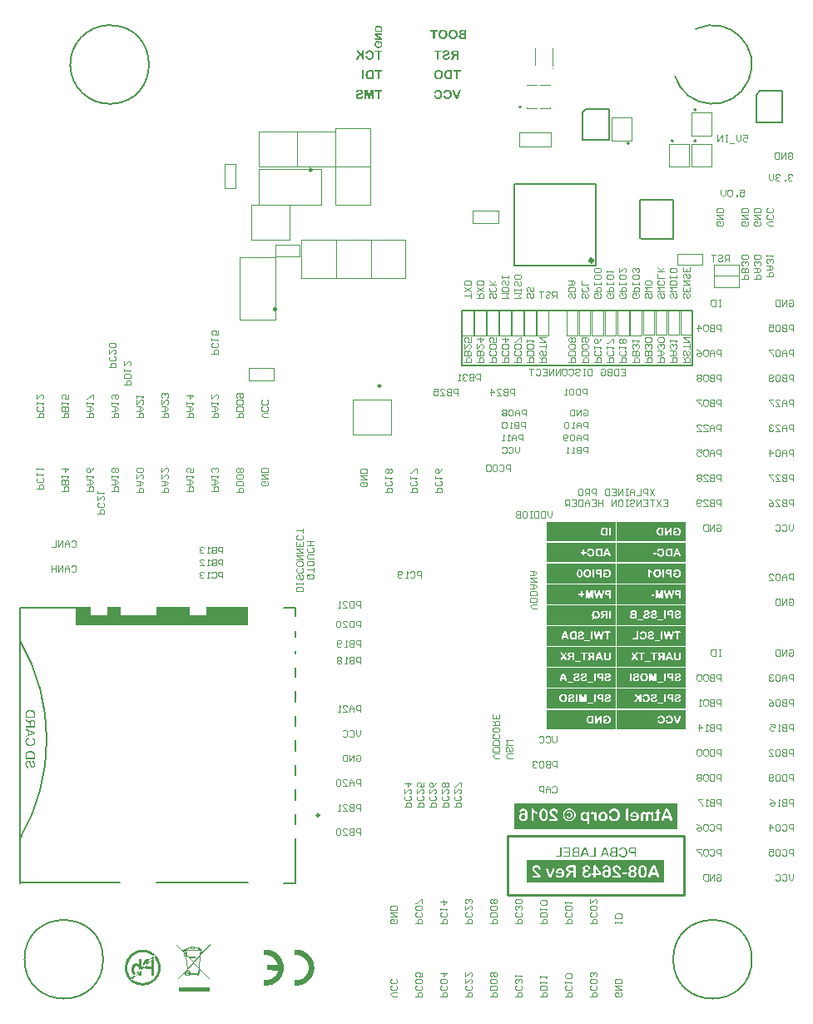
<source format=gbo>
G04 Layer_Color=32896*
%FSLAX43Y43*%
%MOMM*%
G71*
G01*
G75*
%ADD58C,0.200*%
%ADD59C,0.250*%
%ADD61C,0.400*%
%ADD117C,0.150*%
%ADD120C,0.100*%
%ADD121C,0.254*%
%ADD124C,0.112*%
%ADD216C,0.203*%
%ADD217R,4.325X1.905*%
%ADD218R,3.400X1.900*%
%ADD219R,1.400X1.900*%
%ADD220R,1.550X1.900*%
%ADD221R,16.800X1.055*%
G36*
X-54315Y-94512D02*
X-54182Y-94529D01*
X-54061Y-94554D01*
X-54007Y-94566D01*
X-53957Y-94579D01*
X-53907Y-94591D01*
X-53866Y-94604D01*
X-53828Y-94616D01*
X-53799Y-94629D01*
X-53774Y-94637D01*
X-53757Y-94645D01*
X-53745Y-94650D01*
X-53741D01*
X-53620Y-94708D01*
X-53507Y-94770D01*
X-53411Y-94837D01*
X-53324Y-94899D01*
X-53287Y-94929D01*
X-53253Y-94954D01*
X-53224Y-94979D01*
X-53203Y-94999D01*
X-53182Y-95016D01*
X-53170Y-95029D01*
X-53162Y-95037D01*
X-53157Y-95041D01*
X-53070Y-95137D01*
X-52991Y-95237D01*
X-52924Y-95337D01*
X-52866Y-95424D01*
X-52824Y-95503D01*
X-52803Y-95541D01*
X-52791Y-95570D01*
X-52778Y-95591D01*
X-52770Y-95608D01*
X-52762Y-95620D01*
Y-95624D01*
X-52712Y-95749D01*
X-52678Y-95874D01*
X-52653Y-95995D01*
X-52633Y-96103D01*
X-52628Y-96153D01*
X-52624Y-96199D01*
X-52620Y-96237D01*
Y-96270D01*
X-52616Y-96299D01*
Y-96320D01*
Y-96332D01*
Y-96337D01*
X-52620Y-96474D01*
X-52637Y-96607D01*
X-52662Y-96728D01*
X-52674Y-96782D01*
X-52687Y-96836D01*
X-52699Y-96882D01*
X-52712Y-96924D01*
X-52724Y-96961D01*
X-52737Y-96991D01*
X-52745Y-97016D01*
X-52753Y-97032D01*
X-52757Y-97045D01*
Y-97049D01*
X-52816Y-97170D01*
X-52878Y-97278D01*
X-52941Y-97378D01*
X-53003Y-97465D01*
X-53032Y-97503D01*
X-53057Y-97536D01*
X-53082Y-97561D01*
X-53099Y-97586D01*
X-53116Y-97607D01*
X-53128Y-97620D01*
X-53137Y-97628D01*
X-53141Y-97632D01*
X-53237Y-97724D01*
X-53337Y-97803D01*
X-53432Y-97870D01*
X-53524Y-97924D01*
X-53603Y-97969D01*
X-53636Y-97986D01*
X-53666Y-98003D01*
X-53686Y-98011D01*
X-53703Y-98019D01*
X-53716Y-98028D01*
X-53720D01*
X-53849Y-98074D01*
X-53974Y-98111D01*
X-54099Y-98136D01*
X-54207Y-98153D01*
X-54257Y-98157D01*
X-54303Y-98161D01*
X-54345Y-98165D01*
X-54378D01*
X-54407Y-98169D01*
X-54478D01*
X-54511Y-98165D01*
X-54545D01*
X-54582Y-98161D01*
X-54615D01*
X-54636Y-98157D01*
X-54645D01*
Y-97599D01*
X-54578Y-97611D01*
X-54549Y-97615D01*
X-54520D01*
X-54499Y-97620D01*
X-54470D01*
X-54386Y-97615D01*
X-54303Y-97607D01*
X-54232Y-97595D01*
X-54165Y-97582D01*
X-54111Y-97570D01*
X-54070Y-97557D01*
X-54053Y-97553D01*
X-54041Y-97549D01*
X-54036Y-97545D01*
X-54032D01*
X-53957Y-97515D01*
X-53886Y-97482D01*
X-53824Y-97445D01*
X-53766Y-97411D01*
X-53720Y-97382D01*
X-53686Y-97357D01*
X-53666Y-97340D01*
X-53657Y-97336D01*
X-53599Y-97282D01*
X-53545Y-97228D01*
X-53499Y-97174D01*
X-53457Y-97128D01*
X-53424Y-97082D01*
X-53399Y-97049D01*
X-53382Y-97028D01*
X-53378Y-97020D01*
X-53337Y-96949D01*
X-53303Y-96878D01*
X-53278Y-96811D01*
X-53257Y-96749D01*
X-53241Y-96699D01*
X-53228Y-96657D01*
X-53224Y-96641D01*
Y-96628D01*
X-53220Y-96624D01*
Y-96620D01*
X-54278Y-96616D01*
Y-96062D01*
X-53224D01*
X-53245Y-95982D01*
X-53270Y-95912D01*
X-53299Y-95841D01*
X-53324Y-95783D01*
X-53349Y-95737D01*
X-53370Y-95699D01*
X-53382Y-95674D01*
X-53387Y-95666D01*
X-53432Y-95599D01*
X-53478Y-95541D01*
X-53528Y-95487D01*
X-53570Y-95437D01*
X-53607Y-95399D01*
X-53641Y-95374D01*
X-53657Y-95353D01*
X-53666Y-95349D01*
X-53728Y-95299D01*
X-53791Y-95258D01*
X-53853Y-95224D01*
X-53911Y-95195D01*
X-53957Y-95170D01*
X-53999Y-95154D01*
X-54024Y-95145D01*
X-54028Y-95141D01*
X-54032D01*
X-54111Y-95116D01*
X-54190Y-95099D01*
X-54261Y-95083D01*
X-54328Y-95074D01*
X-54386Y-95070D01*
X-54432Y-95066D01*
X-54503D01*
X-54536Y-95070D01*
X-54557Y-95074D01*
X-54565D01*
X-54599Y-95083D01*
X-54628Y-95087D01*
X-54645Y-95091D01*
X-54653Y-95095D01*
X-54657Y-94516D01*
X-54620Y-94512D01*
X-54553D01*
X-54515Y-94508D01*
X-54457D01*
X-54315Y-94512D01*
D02*
G37*
G36*
X-51208Y-94508D02*
X-51075Y-94525D01*
X-50954Y-94550D01*
X-50900Y-94562D01*
X-50850Y-94575D01*
X-50804Y-94591D01*
X-50762Y-94604D01*
X-50725Y-94616D01*
X-50696Y-94625D01*
X-50671Y-94637D01*
X-50654Y-94641D01*
X-50641Y-94650D01*
X-50637D01*
X-50516Y-94708D01*
X-50408Y-94770D01*
X-50308Y-94837D01*
X-50221Y-94899D01*
X-50183Y-94929D01*
X-50150Y-94954D01*
X-50125Y-94979D01*
X-50100Y-94999D01*
X-50079Y-95016D01*
X-50067Y-95029D01*
X-50058Y-95037D01*
X-50054Y-95041D01*
X-49967Y-95137D01*
X-49887Y-95237D01*
X-49821Y-95337D01*
X-49767Y-95424D01*
X-49721Y-95503D01*
X-49704Y-95541D01*
X-49687Y-95570D01*
X-49679Y-95591D01*
X-49671Y-95608D01*
X-49662Y-95620D01*
Y-95624D01*
X-49617Y-95749D01*
X-49583Y-95874D01*
X-49558Y-95995D01*
X-49542Y-96103D01*
X-49537Y-96153D01*
X-49533Y-96199D01*
X-49529Y-96237D01*
Y-96270D01*
X-49525Y-96299D01*
Y-96320D01*
Y-96332D01*
Y-96337D01*
X-49529Y-96474D01*
X-49546Y-96607D01*
X-49567Y-96728D01*
X-49579Y-96782D01*
X-49596Y-96836D01*
X-49608Y-96882D01*
X-49621Y-96924D01*
X-49629Y-96961D01*
X-49642Y-96991D01*
X-49650Y-97016D01*
X-49658Y-97032D01*
X-49662Y-97045D01*
Y-97049D01*
X-49721Y-97170D01*
X-49783Y-97278D01*
X-49850Y-97378D01*
X-49912Y-97465D01*
X-49942Y-97503D01*
X-49967Y-97536D01*
X-49992Y-97561D01*
X-50012Y-97586D01*
X-50029Y-97607D01*
X-50042Y-97620D01*
X-50050Y-97628D01*
X-50054Y-97632D01*
X-50154Y-97724D01*
X-50254Y-97803D01*
X-50350Y-97870D01*
X-50441Y-97924D01*
X-50521Y-97969D01*
X-50554Y-97986D01*
X-50583Y-98003D01*
X-50604Y-98011D01*
X-50625Y-98019D01*
X-50633Y-98028D01*
X-50637D01*
X-50762Y-98074D01*
X-50887Y-98107D01*
X-51008Y-98132D01*
X-51116Y-98149D01*
X-51166Y-98153D01*
X-51212Y-98157D01*
X-51250Y-98161D01*
X-51283D01*
X-51312Y-98165D01*
X-51387D01*
X-51416Y-98161D01*
X-51483D01*
X-51512Y-98157D01*
X-51541D01*
Y-97599D01*
X-51474Y-97611D01*
X-51445Y-97615D01*
X-51416D01*
X-51395Y-97620D01*
X-51366D01*
X-51266Y-97615D01*
X-51175Y-97603D01*
X-51087Y-97586D01*
X-51016Y-97570D01*
X-50954Y-97553D01*
X-50929Y-97545D01*
X-50908Y-97536D01*
X-50891Y-97528D01*
X-50879Y-97524D01*
X-50870Y-97520D01*
X-50866D01*
X-50783Y-97478D01*
X-50708Y-97432D01*
X-50637Y-97386D01*
X-50579Y-97345D01*
X-50529Y-97303D01*
X-50491Y-97274D01*
X-50471Y-97253D01*
X-50462Y-97245D01*
X-50400Y-97178D01*
X-50350Y-97107D01*
X-50300Y-97041D01*
X-50262Y-96974D01*
X-50233Y-96920D01*
X-50208Y-96874D01*
X-50204Y-96857D01*
X-50196Y-96845D01*
X-50191Y-96841D01*
Y-96836D01*
X-50158Y-96749D01*
X-50137Y-96661D01*
X-50121Y-96578D01*
X-50108Y-96499D01*
X-50100Y-96437D01*
Y-96407D01*
X-50096Y-96387D01*
Y-96366D01*
Y-96353D01*
Y-96345D01*
Y-96341D01*
X-50100Y-96241D01*
X-50112Y-96149D01*
X-50125Y-96066D01*
X-50146Y-95991D01*
X-50162Y-95933D01*
X-50171Y-95908D01*
X-50175Y-95887D01*
X-50183Y-95866D01*
X-50187Y-95853D01*
X-50191Y-95849D01*
Y-95845D01*
X-50233Y-95762D01*
X-50275Y-95683D01*
X-50321Y-95612D01*
X-50366Y-95553D01*
X-50404Y-95503D01*
X-50433Y-95466D01*
X-50454Y-95445D01*
X-50462Y-95437D01*
X-50529Y-95374D01*
X-50600Y-95320D01*
X-50666Y-95274D01*
X-50733Y-95237D01*
X-50787Y-95204D01*
X-50833Y-95183D01*
X-50850Y-95174D01*
X-50862Y-95170D01*
X-50866Y-95166D01*
X-50870D01*
X-50958Y-95133D01*
X-51045Y-95108D01*
X-51129Y-95091D01*
X-51208Y-95079D01*
X-51270Y-95070D01*
X-51300D01*
X-51320Y-95066D01*
X-51487D01*
X-51516Y-95070D01*
X-51533Y-95074D01*
X-51541D01*
Y-94516D01*
X-51504Y-94512D01*
X-51474D01*
X-51450Y-94508D01*
X-51441D01*
X-51404Y-94504D01*
X-51345D01*
X-51208Y-94508D01*
D02*
G37*
G36*
X-66833Y-94522D02*
X-66704Y-94538D01*
X-66583Y-94563D01*
X-66529Y-94576D01*
X-66479Y-94588D01*
X-66433Y-94605D01*
X-66391Y-94618D01*
X-66354Y-94630D01*
X-66325Y-94638D01*
X-66300Y-94651D01*
X-66283Y-94655D01*
X-66271Y-94663D01*
X-66266D01*
X-66146Y-94722D01*
X-66033Y-94784D01*
X-65933Y-94851D01*
X-65850Y-94913D01*
X-65812Y-94942D01*
X-65779Y-94967D01*
X-65750Y-94992D01*
X-65725Y-95013D01*
X-65704Y-95030D01*
X-65692Y-95042D01*
X-65683Y-95051D01*
X-65679Y-95055D01*
X-65592Y-95151D01*
X-65512Y-95251D01*
X-65446Y-95347D01*
X-65392Y-95438D01*
X-65346Y-95517D01*
X-65329Y-95551D01*
X-65312Y-95580D01*
X-65304Y-95601D01*
X-65296Y-95617D01*
X-65287Y-95630D01*
Y-95634D01*
X-65242Y-95759D01*
X-65208Y-95884D01*
X-65183Y-96001D01*
X-65167Y-96109D01*
X-65162Y-96159D01*
X-65158Y-96201D01*
X-65154Y-96242D01*
Y-96275D01*
X-65150Y-96300D01*
Y-96321D01*
Y-96334D01*
Y-96338D01*
X-65154Y-96475D01*
X-65171Y-96605D01*
X-65192Y-96725D01*
X-65204Y-96780D01*
X-65221Y-96834D01*
X-65233Y-96879D01*
X-65246Y-96921D01*
X-65254Y-96959D01*
X-65267Y-96988D01*
X-65275Y-97013D01*
X-65283Y-97029D01*
X-65287Y-97042D01*
Y-97046D01*
X-65346Y-97167D01*
X-65408Y-97275D01*
X-65475Y-97375D01*
X-65537Y-97463D01*
X-65567Y-97500D01*
X-65592Y-97533D01*
X-65617Y-97558D01*
X-65637Y-97583D01*
X-65654Y-97604D01*
X-65667Y-97617D01*
X-65675Y-97625D01*
X-65679Y-97629D01*
X-65779Y-97717D01*
X-65879Y-97796D01*
X-65975Y-97863D01*
X-66066Y-97917D01*
X-66146Y-97963D01*
X-66179Y-97979D01*
X-66208Y-97996D01*
X-66229Y-98004D01*
X-66250Y-98013D01*
X-66258Y-98021D01*
X-66262D01*
X-66387Y-98067D01*
X-66512Y-98100D01*
X-66633Y-98125D01*
X-66741Y-98142D01*
X-66787Y-98146D01*
X-66833Y-98150D01*
X-66875Y-98154D01*
X-66908D01*
X-66933Y-98158D01*
X-66970D01*
X-67108Y-98154D01*
X-67241Y-98137D01*
X-67358Y-98117D01*
X-67416Y-98104D01*
X-67466Y-98088D01*
X-67512Y-98075D01*
X-67554Y-98063D01*
X-67591Y-98054D01*
X-67620Y-98042D01*
X-67645Y-98033D01*
X-67662Y-98025D01*
X-67674Y-98021D01*
X-67679D01*
X-67799Y-97963D01*
X-67912Y-97900D01*
X-68012Y-97833D01*
X-68095Y-97771D01*
X-68133Y-97742D01*
X-68166Y-97717D01*
X-68195Y-97692D01*
X-68220Y-97671D01*
X-68237Y-97654D01*
X-68249Y-97642D01*
X-68258Y-97633D01*
X-68262Y-97629D01*
X-68349Y-97529D01*
X-68424Y-97429D01*
X-68491Y-97334D01*
X-68549Y-97242D01*
X-68591Y-97163D01*
X-68607Y-97129D01*
X-68624Y-97100D01*
X-68637Y-97079D01*
X-68641Y-97059D01*
X-68649Y-97050D01*
Y-97046D01*
X-68699Y-96921D01*
X-68732Y-96796D01*
X-68757Y-96675D01*
X-68778Y-96567D01*
X-68782Y-96521D01*
X-68787Y-96475D01*
X-68791Y-96434D01*
Y-96400D01*
X-68795Y-96375D01*
Y-96355D01*
Y-96342D01*
Y-96338D01*
X-68791Y-96201D01*
X-68774Y-96071D01*
X-68749Y-95951D01*
X-68737Y-95896D01*
X-68724Y-95846D01*
X-68707Y-95801D01*
X-68695Y-95759D01*
X-68682Y-95721D01*
X-68674Y-95692D01*
X-68662Y-95667D01*
X-68657Y-95651D01*
X-68649Y-95638D01*
Y-95634D01*
X-68591Y-95513D01*
X-68528Y-95401D01*
X-68466Y-95305D01*
X-68403Y-95217D01*
X-68374Y-95184D01*
X-68345Y-95151D01*
X-68324Y-95122D01*
X-68303Y-95097D01*
X-68287Y-95080D01*
X-68274Y-95067D01*
X-68266Y-95059D01*
X-68262Y-95055D01*
X-68166Y-94967D01*
X-68066Y-94888D01*
X-67970Y-94822D01*
X-67878Y-94763D01*
X-67799Y-94722D01*
X-67766Y-94705D01*
X-67737Y-94688D01*
X-67716Y-94680D01*
X-67699Y-94672D01*
X-67687Y-94663D01*
X-67683D01*
X-67558Y-94613D01*
X-67433Y-94580D01*
X-67312Y-94555D01*
X-67204Y-94534D01*
X-67154Y-94530D01*
X-67108Y-94526D01*
X-67070Y-94522D01*
X-67037D01*
X-67008Y-94518D01*
X-66970D01*
X-66833Y-94522D01*
D02*
G37*
G36*
X-11725Y-72125D02*
X-18725D01*
Y-70125D01*
X-11725D01*
Y-72125D01*
D02*
G37*
G36*
X-24364Y-85104D02*
X-24974D01*
Y-84988D01*
X-24494D01*
Y-84127D01*
X-24364D01*
Y-85104D01*
D02*
G37*
G36*
X-11725Y-55125D02*
X-18725D01*
Y-53125D01*
X-11725D01*
Y-55125D01*
D02*
G37*
G36*
X-21535Y-85104D02*
X-21671D01*
X-21777Y-84808D01*
X-22186D01*
X-22299Y-85104D01*
X-22445D01*
X-22048Y-84127D01*
X-21907D01*
X-21535Y-85104D01*
D02*
G37*
G36*
X-23463D02*
X-24190D01*
Y-84988D01*
X-23592D01*
Y-84655D01*
X-24131D01*
Y-84540D01*
X-23592D01*
Y-84243D01*
X-24167D01*
Y-84127D01*
X-23463D01*
Y-85104D01*
D02*
G37*
G36*
X-22546D02*
X-22916D01*
X-22951Y-85102D01*
X-22981Y-85101D01*
X-23008Y-85099D01*
X-23031Y-85096D01*
X-23048Y-85093D01*
X-23056Y-85092D01*
X-23062Y-85091D01*
X-23068Y-85090D01*
X-23071Y-85088D01*
X-23074D01*
X-23097Y-85082D01*
X-23118Y-85074D01*
X-23136Y-85066D01*
X-23151Y-85058D01*
X-23164Y-85052D01*
X-23173Y-85045D01*
X-23179Y-85041D01*
X-23181Y-85040D01*
X-23196Y-85026D01*
X-23210Y-85012D01*
X-23222Y-84997D01*
X-23233Y-84982D01*
X-23242Y-84969D01*
X-23248Y-84959D01*
X-23252Y-84951D01*
X-23253Y-84949D01*
X-23263Y-84926D01*
X-23269Y-84904D01*
X-23275Y-84883D01*
X-23278Y-84864D01*
X-23281Y-84846D01*
X-23282Y-84833D01*
Y-84828D01*
Y-84824D01*
Y-84823D01*
Y-84822D01*
X-23280Y-84791D01*
X-23275Y-84763D01*
X-23267Y-84738D01*
X-23258Y-84716D01*
X-23249Y-84699D01*
X-23242Y-84686D01*
X-23239Y-84681D01*
X-23236Y-84677D01*
X-23234Y-84676D01*
Y-84674D01*
X-23215Y-84653D01*
X-23193Y-84634D01*
X-23170Y-84618D01*
X-23149Y-84606D01*
X-23128Y-84596D01*
X-23120Y-84592D01*
X-23113Y-84589D01*
X-23107Y-84587D01*
X-23102Y-84585D01*
X-23099Y-84584D01*
X-23098D01*
X-23122Y-84572D01*
X-23142Y-84556D01*
X-23160Y-84542D01*
X-23175Y-84528D01*
X-23187Y-84516D01*
X-23195Y-84505D01*
X-23200Y-84499D01*
X-23201Y-84497D01*
X-23212Y-84475D01*
X-23221Y-84455D01*
X-23226Y-84434D01*
X-23231Y-84415D01*
X-23234Y-84400D01*
X-23235Y-84387D01*
Y-84384D01*
Y-84380D01*
Y-84378D01*
Y-84377D01*
X-23234Y-84352D01*
X-23229Y-84329D01*
X-23222Y-84307D01*
X-23216Y-84288D01*
X-23209Y-84272D01*
X-23202Y-84259D01*
X-23197Y-84251D01*
X-23196Y-84250D01*
Y-84249D01*
X-23181Y-84227D01*
X-23163Y-84208D01*
X-23146Y-84193D01*
X-23128Y-84180D01*
X-23113Y-84170D01*
X-23102Y-84163D01*
X-23097Y-84160D01*
X-23093Y-84159D01*
X-23092Y-84157D01*
X-23090D01*
X-23064Y-84147D01*
X-23035Y-84140D01*
X-23004Y-84135D01*
X-22976Y-84131D01*
X-22951Y-84128D01*
X-22939D01*
X-22930Y-84127D01*
X-22546D01*
Y-85104D01*
D02*
G37*
G36*
X-18850Y-72125D02*
X-25850D01*
Y-70125D01*
X-18850D01*
Y-72125D01*
D02*
G37*
G36*
X-34677Y-5074D02*
X-34664Y-5076D01*
X-34651Y-5079D01*
X-34641Y-5083D01*
X-34632Y-5088D01*
X-34627Y-5090D01*
X-34624Y-5093D01*
X-34622Y-5094D01*
X-34615Y-5103D01*
X-34609Y-5111D01*
X-34605Y-5121D01*
X-34601Y-5130D01*
X-34600Y-5139D01*
X-34599Y-5145D01*
Y-5150D01*
Y-5151D01*
X-34600Y-5164D01*
X-34603Y-5175D01*
X-34606Y-5185D01*
X-34611Y-5193D01*
X-34615Y-5199D01*
X-34619Y-5204D01*
X-34621Y-5206D01*
X-34622Y-5208D01*
X-34632Y-5214D01*
X-34644Y-5219D01*
X-34655Y-5223D01*
X-34667Y-5225D01*
X-34677Y-5226D01*
X-34686Y-5228D01*
X-34900D01*
Y-5903D01*
X-34901Y-5923D01*
X-34904Y-5940D01*
X-34909Y-5955D01*
X-34914Y-5968D01*
X-34917Y-5976D01*
X-34922Y-5984D01*
X-34925Y-5988D01*
X-34926Y-5989D01*
X-34936Y-5997D01*
X-34947Y-6005D01*
X-34959Y-6010D01*
X-34970Y-6012D01*
X-34979Y-6015D01*
X-34987Y-6016D01*
X-34994D01*
X-35009Y-6015D01*
X-35021Y-6012D01*
X-35034Y-6008D01*
X-35042Y-6003D01*
X-35051Y-5997D01*
X-35056Y-5992D01*
X-35060Y-5990D01*
X-35061Y-5989D01*
X-35070Y-5976D01*
X-35076Y-5963D01*
X-35081Y-5949D01*
X-35084Y-5935D01*
X-35086Y-5923D01*
X-35087Y-5913D01*
Y-5905D01*
Y-5903D01*
Y-5228D01*
X-35292D01*
X-35309Y-5226D01*
X-35324Y-5224D01*
X-35336Y-5221D01*
X-35346Y-5218D01*
X-35354Y-5214D01*
X-35359Y-5210D01*
X-35362Y-5209D01*
X-35364Y-5208D01*
X-35372Y-5199D01*
X-35379Y-5190D01*
X-35382Y-5180D01*
X-35386Y-5171D01*
X-35387Y-5164D01*
X-35389Y-5158D01*
Y-5153D01*
Y-5151D01*
X-35387Y-5139D01*
X-35385Y-5128D01*
X-35381Y-5118D01*
X-35377Y-5110D01*
X-35372Y-5104D01*
X-35369Y-5099D01*
X-35366Y-5096D01*
X-35365Y-5095D01*
X-35355Y-5088D01*
X-35344Y-5083D01*
X-35331Y-5078D01*
X-35320Y-5075D01*
X-35309Y-5074D01*
X-35300Y-5073D01*
X-34694D01*
X-34677Y-5074D01*
D02*
G37*
G36*
X-35593D02*
X-35576Y-5076D01*
X-35561Y-5081D01*
X-35549Y-5086D01*
X-35540Y-5091D01*
X-35532Y-5096D01*
X-35529Y-5099D01*
X-35527Y-5100D01*
X-35519Y-5111D01*
X-35512Y-5125D01*
X-35507Y-5140D01*
X-35505Y-5155D01*
X-35502Y-5168D01*
X-35501Y-5179D01*
Y-5186D01*
Y-5188D01*
Y-5189D01*
Y-5869D01*
Y-5885D01*
X-35502Y-5899D01*
X-35504Y-5911D01*
X-35505Y-5923D01*
X-35506Y-5931D01*
X-35507Y-5938D01*
X-35509Y-5941D01*
Y-5943D01*
X-35512Y-5953D01*
X-35517Y-5961D01*
X-35522Y-5968D01*
X-35529Y-5974D01*
X-35534Y-5979D01*
X-35539Y-5983D01*
X-35541Y-5984D01*
X-35542Y-5985D01*
X-35554Y-5990D01*
X-35566Y-5994D01*
X-35591Y-5997D01*
X-35602Y-5999D01*
X-35611Y-6000D01*
X-35888D01*
X-35910Y-5999D01*
X-35928Y-5997D01*
X-35946Y-5996D01*
X-35960Y-5995D01*
X-35970Y-5994D01*
X-35976Y-5992D01*
X-35978D01*
X-35997Y-5989D01*
X-36015Y-5984D01*
X-36031Y-5980D01*
X-36045Y-5975D01*
X-36057Y-5970D01*
X-36066Y-5968D01*
X-36071Y-5965D01*
X-36073Y-5964D01*
X-36090Y-5956D01*
X-36106Y-5946D01*
X-36120Y-5938D01*
X-36132Y-5929D01*
X-36142Y-5921D01*
X-36150Y-5915D01*
X-36155Y-5911D01*
X-36156Y-5910D01*
X-36173Y-5894D01*
X-36188Y-5876D01*
X-36201Y-5860D01*
X-36212Y-5844D01*
X-36221Y-5831D01*
X-36228Y-5820D01*
X-36232Y-5814D01*
X-36233Y-5811D01*
X-36243Y-5790D01*
X-36253Y-5769D01*
X-36261Y-5748D01*
X-36267Y-5729D01*
X-36272Y-5713D01*
X-36276Y-5699D01*
X-36277Y-5694D01*
Y-5690D01*
X-36278Y-5689D01*
Y-5688D01*
X-36283Y-5661D01*
X-36287Y-5634D01*
X-36290Y-5609D01*
X-36292Y-5585D01*
Y-5565D01*
X-36293Y-5556D01*
Y-5549D01*
Y-5543D01*
Y-5539D01*
Y-5536D01*
Y-5535D01*
X-36292Y-5489D01*
X-36287Y-5446D01*
X-36280Y-5406D01*
X-36271Y-5369D01*
X-36260Y-5335D01*
X-36247Y-5304D01*
X-36235Y-5276D01*
X-36221Y-5251D01*
X-36207Y-5229D01*
X-36195Y-5210D01*
X-36182Y-5194D01*
X-36171Y-5181D01*
X-36162Y-5170D01*
X-36155Y-5164D01*
X-36150Y-5159D01*
X-36148Y-5158D01*
X-36127Y-5140D01*
X-36105Y-5126D01*
X-36085Y-5115D01*
X-36065Y-5106D01*
X-36048Y-5099D01*
X-36035Y-5095D01*
X-36030Y-5094D01*
X-36026Y-5093D01*
X-36025Y-5091D01*
X-36023D01*
X-35997Y-5085D01*
X-35970Y-5080D01*
X-35942Y-5078D01*
X-35916Y-5075D01*
X-35893Y-5074D01*
X-35885Y-5073D01*
X-35615D01*
X-35593Y-5074D01*
D02*
G37*
G36*
X-44538Y-3058D02*
X-44525Y-3061D01*
X-44512Y-3065D01*
X-44502Y-3070D01*
X-44495Y-3076D01*
X-44490Y-3080D01*
X-44486Y-3084D01*
X-44485Y-3085D01*
X-44477Y-3098D01*
X-44471Y-3110D01*
X-44467Y-3125D01*
X-44463Y-3139D01*
X-44462Y-3151D01*
X-44461Y-3161D01*
Y-3169D01*
Y-3170D01*
Y-3171D01*
Y-3861D01*
Y-3876D01*
Y-3890D01*
Y-3901D01*
X-44462Y-3911D01*
Y-3919D01*
Y-3924D01*
Y-3928D01*
Y-3929D01*
X-44465Y-3945D01*
X-44468Y-3959D01*
X-44471Y-3964D01*
X-44472Y-3966D01*
X-44473Y-3969D01*
Y-3970D01*
X-44483Y-3984D01*
X-44495Y-3995D01*
X-44500Y-3999D01*
X-44503Y-4001D01*
X-44506Y-4004D01*
X-44507D01*
X-44523Y-4011D01*
X-44538Y-4015D01*
X-44544D01*
X-44549Y-4016D01*
X-44553D01*
X-44568Y-4015D01*
X-44581Y-4012D01*
X-44593Y-4008D01*
X-44602Y-4003D01*
X-44611Y-3997D01*
X-44616Y-3993D01*
X-44619Y-3990D01*
X-44621Y-3989D01*
X-44629Y-3976D01*
X-44637Y-3963D01*
X-44642Y-3949D01*
X-44644Y-3935D01*
X-44647Y-3923D01*
X-44648Y-3913D01*
Y-3905D01*
Y-3903D01*
Y-3710D01*
X-44802Y-3563D01*
X-45023Y-3905D01*
X-45033Y-3923D01*
X-45043Y-3939D01*
X-45047Y-3946D01*
X-45051Y-3951D01*
X-45052Y-3955D01*
X-45053Y-3956D01*
X-45067Y-3975D01*
X-45074Y-3983D01*
X-45081Y-3989D01*
X-45087Y-3994D01*
X-45092Y-3997D01*
X-45094Y-3999D01*
X-45096Y-4000D01*
X-45106Y-4005D01*
X-45116Y-4009D01*
X-45137Y-4014D01*
X-45146Y-4015D01*
X-45153Y-4016D01*
X-45159D01*
X-45174Y-4015D01*
X-45188Y-4012D01*
X-45199Y-4009D01*
X-45208Y-4005D01*
X-45216Y-4001D01*
X-45222Y-3997D01*
X-45224Y-3995D01*
X-45226Y-3994D01*
X-45234Y-3985D01*
X-45241Y-3976D01*
X-45244Y-3966D01*
X-45248Y-3959D01*
X-45249Y-3951D01*
X-45251Y-3945D01*
Y-3941D01*
Y-3940D01*
Y-3930D01*
X-45248Y-3920D01*
X-45246Y-3910D01*
X-45243Y-3901D01*
X-45241Y-3894D01*
X-45238Y-3889D01*
X-45237Y-3885D01*
X-45236Y-3884D01*
X-45229Y-3873D01*
X-45223Y-3860D01*
X-45217Y-3849D01*
X-45209Y-3838D01*
X-45204Y-3828D01*
X-45199Y-3820D01*
X-45196Y-3815D01*
X-45194Y-3814D01*
X-44931Y-3436D01*
X-45159Y-3220D01*
X-45173Y-3205D01*
X-45184Y-3190D01*
X-45192Y-3176D01*
X-45197Y-3164D01*
X-45199Y-3154D01*
X-45202Y-3146D01*
Y-3140D01*
Y-3139D01*
X-45201Y-3126D01*
X-45198Y-3115D01*
X-45194Y-3105D01*
X-45189Y-3096D01*
X-45184Y-3089D01*
X-45181Y-3084D01*
X-45178Y-3081D01*
X-45177Y-3080D01*
X-45167Y-3073D01*
X-45156Y-3066D01*
X-45146Y-3063D01*
X-45136Y-3059D01*
X-45126Y-3058D01*
X-45118Y-3056D01*
X-45101D01*
X-45091Y-3059D01*
X-45082Y-3060D01*
X-45076Y-3063D01*
X-45069Y-3065D01*
X-45066Y-3068D01*
X-45063Y-3069D01*
X-45062Y-3070D01*
X-45054Y-3076D01*
X-45047Y-3083D01*
X-45032Y-3096D01*
X-45026Y-3101D01*
X-45022Y-3106D01*
X-45018Y-3110D01*
X-45017Y-3111D01*
X-44648Y-3495D01*
Y-3171D01*
X-44647Y-3151D01*
X-44644Y-3134D01*
X-44639Y-3119D01*
X-44636Y-3106D01*
X-44631Y-3098D01*
X-44626Y-3090D01*
X-44623Y-3086D01*
X-44622Y-3085D01*
X-44612Y-3075D01*
X-44601Y-3069D01*
X-44588Y-3064D01*
X-44578Y-3060D01*
X-44568Y-3058D01*
X-44561Y-3056D01*
X-44553D01*
X-44538Y-3058D01*
D02*
G37*
G36*
X-36828Y-5058D02*
X-36792Y-5061D01*
X-36761Y-5068D01*
X-36732Y-5073D01*
X-36719Y-5076D01*
X-36709Y-5079D01*
X-36699Y-5083D01*
X-36692Y-5085D01*
X-36686Y-5086D01*
X-36681Y-5089D01*
X-36678Y-5090D01*
X-36677D01*
X-36647Y-5104D01*
X-36621Y-5119D01*
X-36596Y-5135D01*
X-36576Y-5151D01*
X-36558Y-5165D01*
X-36546Y-5176D01*
X-36542Y-5180D01*
X-36538Y-5184D01*
X-36537Y-5185D01*
X-36536Y-5186D01*
X-36516Y-5211D01*
X-36498Y-5236D01*
X-36482Y-5263D01*
X-36470Y-5286D01*
X-36460Y-5308D01*
X-36456Y-5316D01*
X-36453Y-5324D01*
X-36451Y-5330D01*
X-36448Y-5335D01*
X-36447Y-5338D01*
Y-5339D01*
X-36437Y-5373D01*
X-36430Y-5406D01*
X-36425Y-5440D01*
X-36421Y-5470D01*
X-36420Y-5483D01*
X-36418Y-5495D01*
Y-5506D01*
X-36417Y-5516D01*
Y-5524D01*
Y-5529D01*
Y-5533D01*
Y-5534D01*
X-36418Y-5573D01*
X-36422Y-5609D01*
X-36426Y-5641D01*
X-36432Y-5670D01*
X-36435Y-5684D01*
X-36437Y-5695D01*
X-36440Y-5705D01*
X-36441Y-5713D01*
X-36443Y-5720D01*
X-36445Y-5725D01*
X-36446Y-5728D01*
Y-5729D01*
X-36458Y-5761D01*
X-36472Y-5791D01*
X-36487Y-5818D01*
X-36501Y-5839D01*
X-36513Y-5858D01*
X-36520Y-5865D01*
X-36523Y-5871D01*
X-36528Y-5876D01*
X-36531Y-5880D01*
X-36533Y-5881D01*
Y-5883D01*
X-36556Y-5905D01*
X-36579Y-5925D01*
X-36603Y-5941D01*
X-36626Y-5956D01*
X-36646Y-5966D01*
X-36654Y-5971D01*
X-36662Y-5975D01*
X-36667Y-5978D01*
X-36672Y-5980D01*
X-36674Y-5981D01*
X-36676D01*
X-36709Y-5992D01*
X-36743Y-6001D01*
X-36776Y-6008D01*
X-36806Y-6011D01*
X-36819Y-6014D01*
X-36832D01*
X-36843Y-6015D01*
X-36852Y-6016D01*
X-36871D01*
X-36911Y-6015D01*
X-36947Y-6011D01*
X-36979Y-6005D01*
X-36994Y-6003D01*
X-37008Y-5999D01*
X-37021Y-5996D01*
X-37032Y-5994D01*
X-37042Y-5990D01*
X-37049Y-5988D01*
X-37056Y-5985D01*
X-37061Y-5984D01*
X-37063Y-5983D01*
X-37064D01*
X-37094Y-5969D01*
X-37123Y-5953D01*
X-37147Y-5936D01*
X-37168Y-5920D01*
X-37184Y-5906D01*
X-37197Y-5895D01*
X-37201Y-5890D01*
X-37204Y-5886D01*
X-37206Y-5885D01*
X-37207Y-5884D01*
X-37228Y-5859D01*
X-37246Y-5833D01*
X-37261Y-5808D01*
X-37273Y-5783D01*
X-37282Y-5763D01*
X-37286Y-5754D01*
X-37289Y-5746D01*
X-37292Y-5740D01*
X-37293Y-5735D01*
X-37294Y-5733D01*
Y-5731D01*
X-37304Y-5698D01*
X-37312Y-5664D01*
X-37317Y-5631D01*
X-37321Y-5600D01*
X-37322Y-5586D01*
X-37323Y-5574D01*
Y-5563D01*
X-37324Y-5554D01*
Y-5545D01*
Y-5540D01*
Y-5536D01*
Y-5535D01*
Y-5509D01*
X-37322Y-5483D01*
X-37319Y-5458D01*
X-37316Y-5434D01*
X-37312Y-5413D01*
X-37307Y-5391D01*
X-37303Y-5373D01*
X-37298Y-5354D01*
X-37293Y-5339D01*
X-37288Y-5324D01*
X-37283Y-5311D01*
X-37279Y-5301D01*
X-37276Y-5294D01*
X-37273Y-5288D01*
X-37272Y-5284D01*
X-37271Y-5283D01*
X-37249Y-5244D01*
X-37224Y-5210D01*
X-37198Y-5181D01*
X-37186Y-5169D01*
X-37173Y-5158D01*
X-37161Y-5148D01*
X-37151Y-5139D01*
X-37141Y-5133D01*
X-37132Y-5126D01*
X-37124Y-5121D01*
X-37119Y-5118D01*
X-37116Y-5116D01*
X-37114Y-5115D01*
X-37094Y-5105D01*
X-37074Y-5095D01*
X-37032Y-5081D01*
X-36991Y-5070D01*
X-36952Y-5064D01*
X-36934Y-5061D01*
X-36918Y-5059D01*
X-36903Y-5058D01*
X-36891D01*
X-36881Y-5056D01*
X-36867D01*
X-36828Y-5058D01*
D02*
G37*
G36*
X-13903Y-87705D02*
X-27862D01*
Y-85426D01*
X-13903D01*
Y-87705D01*
D02*
G37*
G36*
X-11725Y-53000D02*
X-18725D01*
Y-51000D01*
X-11725D01*
Y-53000D01*
D02*
G37*
G36*
X-60075Y-94044D02*
X-61071Y-95123D01*
X-61171Y-96393D01*
X-60108Y-97480D01*
X-60167Y-97534D01*
X-61179Y-96497D01*
X-61200Y-96739D01*
X-61208Y-96806D01*
Y-96835D01*
X-61212Y-96860D01*
Y-96880D01*
Y-96897D01*
Y-96905D01*
Y-96910D01*
Y-96935D01*
X-61216Y-96955D01*
Y-96972D01*
Y-96985D01*
X-61221Y-96997D01*
Y-97001D01*
X-61225Y-97018D01*
X-61229Y-97035D01*
X-61233Y-97039D01*
X-61237Y-97043D01*
X-61250Y-97051D01*
X-61254Y-97055D01*
X-61258D01*
Y-97189D01*
X-61433D01*
Y-97055D01*
X-62149D01*
X-62183Y-97101D01*
X-62220Y-97135D01*
X-62262Y-97160D01*
X-62304Y-97176D01*
X-62341Y-97185D01*
X-62370Y-97189D01*
X-62391Y-97193D01*
X-62399D01*
X-62441Y-97189D01*
X-62479Y-97180D01*
X-62516Y-97168D01*
X-62545Y-97151D01*
X-62566Y-97139D01*
X-62583Y-97126D01*
X-62595Y-97118D01*
X-62599Y-97114D01*
X-62629Y-97080D01*
X-62649Y-97047D01*
X-62666Y-97010D01*
X-62674Y-96976D01*
X-62683Y-96951D01*
X-62687Y-96926D01*
Y-96910D01*
Y-96905D01*
Y-96872D01*
X-63312Y-97547D01*
X-63382Y-97493D01*
X-62462Y-96497D01*
X-62587Y-95185D01*
X-62824D01*
Y-94835D01*
X-62816D01*
X-63578Y-94056D01*
Y-93931D01*
X-62691Y-94835D01*
X-62616D01*
X-62633Y-94664D01*
X-62654Y-94677D01*
X-62674Y-94681D01*
X-62691Y-94685D01*
X-62695D01*
X-62737Y-94681D01*
X-62766Y-94664D01*
X-62783Y-94652D01*
X-62791Y-94648D01*
X-62816Y-94614D01*
X-62828Y-94585D01*
X-62833Y-94560D01*
Y-94556D01*
Y-94552D01*
X-62824Y-94514D01*
X-62812Y-94485D01*
X-62799Y-94469D01*
X-62791Y-94460D01*
X-62758Y-94435D01*
X-62728Y-94423D01*
X-62703Y-94419D01*
X-62695D01*
X-62670Y-94423D01*
X-62649Y-94431D01*
X-62616Y-94448D01*
X-62595Y-94469D01*
X-62587Y-94473D01*
Y-94477D01*
X-62566Y-94456D01*
X-62545Y-94435D01*
X-62495Y-94402D01*
X-62474Y-94385D01*
X-62454Y-94373D01*
X-62441Y-94369D01*
X-62437Y-94364D01*
X-62395Y-94344D01*
X-62345Y-94327D01*
X-62295Y-94310D01*
X-62245Y-94302D01*
X-62199Y-94294D01*
X-62162Y-94285D01*
X-62137Y-94281D01*
X-62129D01*
Y-94240D01*
X-61645D01*
Y-94269D01*
X-61595Y-94273D01*
X-61550Y-94277D01*
X-61529Y-94281D01*
X-61516D01*
X-61508Y-94285D01*
X-61504D01*
X-61458Y-94289D01*
X-61420Y-94298D01*
X-61391Y-94302D01*
X-61383D01*
Y-94289D01*
X-61204D01*
Y-94356D01*
X-61158Y-94381D01*
X-61125Y-94406D01*
X-61096Y-94427D01*
X-61075Y-94448D01*
X-61058Y-94464D01*
X-61050Y-94477D01*
X-61041Y-94485D01*
Y-94489D01*
X-61029Y-94510D01*
X-61021Y-94527D01*
X-61008Y-94548D01*
X-61000Y-94556D01*
Y-94560D01*
X-60896D01*
Y-94669D01*
X-61033D01*
X-61062Y-94973D01*
X-60075Y-93906D01*
Y-94044D01*
D02*
G37*
G36*
X-60196Y-98768D02*
X-63266D01*
Y-98313D01*
X-60196D01*
Y-98768D01*
D02*
G37*
G36*
X-18850Y-53000D02*
X-25850D01*
Y-51000D01*
X-18850D01*
Y-53000D01*
D02*
G37*
G36*
X-20878Y-85104D02*
X-21488D01*
Y-84988D01*
X-21008D01*
Y-84127D01*
X-20878D01*
Y-85104D01*
D02*
G37*
G36*
X-18850Y-61500D02*
X-25850D01*
Y-59500D01*
X-18850D01*
Y-61500D01*
D02*
G37*
G36*
Y-67875D02*
X-25850D01*
Y-65875D01*
X-18850D01*
Y-67875D01*
D02*
G37*
G36*
X-11725D02*
X-18725D01*
Y-65875D01*
X-11725D01*
Y-67875D01*
D02*
G37*
G36*
X-18850Y-59375D02*
X-25850D01*
Y-57375D01*
X-18850D01*
Y-59375D01*
D02*
G37*
G36*
X-11725Y-61500D02*
X-18725D01*
Y-59500D01*
X-11725D01*
Y-61500D01*
D02*
G37*
G36*
Y-65750D02*
X-18725D01*
Y-63750D01*
X-11725D01*
Y-65750D01*
D02*
G37*
G36*
X-11724Y-63625D02*
X-18724D01*
Y-61625D01*
X-11724D01*
Y-63625D01*
D02*
G37*
G36*
X-18850Y-65750D02*
X-25850D01*
Y-63750D01*
X-18850D01*
Y-65750D01*
D02*
G37*
G36*
X-18849Y-63625D02*
X-25849D01*
Y-61625D01*
X-18849D01*
Y-63625D01*
D02*
G37*
G36*
X-11725Y-59375D02*
X-18725D01*
Y-57375D01*
X-11725D01*
Y-59375D01*
D02*
G37*
G36*
X-16791Y-85104D02*
X-16921D01*
Y-84707D01*
X-17170D01*
X-17206Y-84706D01*
X-17241Y-84704D01*
X-17273Y-84700D01*
X-17302Y-84693D01*
X-17327Y-84687D01*
X-17351Y-84679D01*
X-17372Y-84672D01*
X-17391Y-84664D01*
X-17406Y-84657D01*
X-17420Y-84648D01*
X-17431Y-84641D01*
X-17440Y-84635D01*
X-17447Y-84629D01*
X-17452Y-84625D01*
X-17454Y-84622D01*
X-17455Y-84621D01*
X-17469Y-84605D01*
X-17482Y-84587D01*
X-17492Y-84569D01*
X-17501Y-84551D01*
X-17510Y-84533D01*
X-17516Y-84517D01*
X-17525Y-84483D01*
X-17529Y-84469D01*
X-17532Y-84455D01*
X-17533Y-84442D01*
X-17534Y-84431D01*
X-17535Y-84422D01*
Y-84415D01*
Y-84411D01*
Y-84410D01*
X-17534Y-84384D01*
X-17530Y-84359D01*
X-17525Y-84337D01*
X-17520Y-84316D01*
X-17515Y-84300D01*
X-17510Y-84287D01*
X-17507Y-84283D01*
X-17506Y-84279D01*
X-17505Y-84278D01*
Y-84277D01*
X-17494Y-84255D01*
X-17481Y-84236D01*
X-17467Y-84220D01*
X-17454Y-84207D01*
X-17444Y-84197D01*
X-17434Y-84189D01*
X-17429Y-84184D01*
X-17426Y-84183D01*
X-17407Y-84171D01*
X-17387Y-84161D01*
X-17368Y-84154D01*
X-17349Y-84147D01*
X-17332Y-84142D01*
X-17318Y-84140D01*
X-17313Y-84138D01*
X-17311Y-84137D01*
X-17307D01*
X-17287Y-84133D01*
X-17262Y-84131D01*
X-17237Y-84130D01*
X-17214Y-84128D01*
X-17193Y-84127D01*
X-16791D01*
Y-85104D01*
D02*
G37*
G36*
X-18076Y-84113D02*
X-18032Y-84119D01*
X-17991Y-84130D01*
X-17974Y-84135D01*
X-17956Y-84140D01*
X-17941Y-84146D01*
X-17927Y-84151D01*
X-17915Y-84156D01*
X-17905Y-84161D01*
X-17897Y-84165D01*
X-17891Y-84168D01*
X-17887Y-84169D01*
X-17886Y-84170D01*
X-17867Y-84182D01*
X-17848Y-84194D01*
X-17815Y-84222D01*
X-17786Y-84250D01*
X-17763Y-84278D01*
X-17753Y-84292D01*
X-17744Y-84304D01*
X-17736Y-84315D01*
X-17731Y-84324D01*
X-17726Y-84331D01*
X-17722Y-84338D01*
X-17721Y-84342D01*
X-17720Y-84343D01*
X-17709Y-84364D01*
X-17701Y-84387D01*
X-17687Y-84432D01*
X-17676Y-84476D01*
X-17673Y-84498D01*
X-17670Y-84518D01*
X-17667Y-84537D01*
X-17665Y-84554D01*
X-17664Y-84569D01*
Y-84583D01*
X-17662Y-84593D01*
Y-84602D01*
Y-84607D01*
Y-84608D01*
X-17665Y-84659D01*
X-17670Y-84709D01*
X-17674Y-84730D01*
X-17679Y-84752D01*
X-17683Y-84772D01*
X-17688Y-84791D01*
X-17693Y-84809D01*
X-17697Y-84824D01*
X-17702Y-84837D01*
X-17706Y-84848D01*
X-17708Y-84857D01*
X-17711Y-84865D01*
X-17713Y-84869D01*
Y-84870D01*
X-17723Y-84892D01*
X-17735Y-84913D01*
X-17746Y-84932D01*
X-17759Y-84950D01*
X-17772Y-84968D01*
X-17784Y-84983D01*
X-17796Y-84997D01*
X-17808Y-85008D01*
X-17820Y-85020D01*
X-17830Y-85030D01*
X-17840Y-85038D01*
X-17848Y-85044D01*
X-17855Y-85050D01*
X-17861Y-85054D01*
X-17863Y-85055D01*
X-17864Y-85057D01*
X-17883Y-85068D01*
X-17904Y-85077D01*
X-17925Y-85086D01*
X-17947Y-85093D01*
X-17990Y-85105D01*
X-18031Y-85113D01*
X-18050Y-85115D01*
X-18066Y-85116D01*
X-18083Y-85118D01*
X-18095Y-85119D01*
X-18107Y-85120D01*
X-18122D01*
X-18150Y-85119D01*
X-18177Y-85116D01*
X-18202Y-85113D01*
X-18226Y-85107D01*
X-18249Y-85101D01*
X-18271Y-85093D01*
X-18290Y-85087D01*
X-18309Y-85078D01*
X-18324Y-85071D01*
X-18338Y-85064D01*
X-18351Y-85057D01*
X-18361Y-85050D01*
X-18370Y-85045D01*
X-18375Y-85041D01*
X-18379Y-85039D01*
X-18380Y-85038D01*
X-18399Y-85021D01*
X-18417Y-85003D01*
X-18433Y-84984D01*
X-18447Y-84964D01*
X-18461Y-84944D01*
X-18473Y-84925D01*
X-18484Y-84904D01*
X-18493Y-84885D01*
X-18502Y-84866D01*
X-18508Y-84850D01*
X-18515Y-84834D01*
X-18520Y-84822D01*
X-18522Y-84810D01*
X-18525Y-84801D01*
X-18527Y-84796D01*
Y-84795D01*
X-18398Y-84762D01*
X-18391Y-84785D01*
X-18385Y-84805D01*
X-18377Y-84824D01*
X-18370Y-84843D01*
X-18361Y-84860D01*
X-18353Y-84875D01*
X-18344Y-84889D01*
X-18336Y-84900D01*
X-18328Y-84912D01*
X-18320Y-84921D01*
X-18313Y-84930D01*
X-18308Y-84936D01*
X-18302Y-84941D01*
X-18299Y-84945D01*
X-18296Y-84946D01*
X-18295Y-84947D01*
X-18281Y-84959D01*
X-18266Y-84968D01*
X-18250Y-84977D01*
X-18234Y-84983D01*
X-18203Y-84994D01*
X-18174Y-85002D01*
X-18162Y-85005D01*
X-18149Y-85006D01*
X-18139Y-85007D01*
X-18129Y-85008D01*
X-18121Y-85010D01*
X-18111D01*
X-18078Y-85007D01*
X-18047Y-85002D01*
X-18019Y-84996D01*
X-17994Y-84987D01*
X-17974Y-84978D01*
X-17965Y-84974D01*
X-17958Y-84972D01*
X-17952Y-84968D01*
X-17948Y-84966D01*
X-17946Y-84964D01*
X-17944D01*
X-17918Y-84945D01*
X-17895Y-84923D01*
X-17876Y-84900D01*
X-17859Y-84878D01*
X-17847Y-84857D01*
X-17843Y-84848D01*
X-17839Y-84841D01*
X-17835Y-84834D01*
X-17833Y-84829D01*
X-17831Y-84827D01*
Y-84826D01*
X-17820Y-84790D01*
X-17811Y-84752D01*
X-17805Y-84716D01*
X-17801Y-84682D01*
X-17798Y-84667D01*
Y-84653D01*
X-17797Y-84640D01*
X-17796Y-84629D01*
Y-84620D01*
Y-84613D01*
Y-84610D01*
Y-84608D01*
X-17797Y-84573D01*
X-17801Y-84538D01*
X-17806Y-84507D01*
X-17811Y-84478D01*
X-17814Y-84466D01*
X-17816Y-84455D01*
X-17819Y-84445D01*
X-17821Y-84436D01*
X-17824Y-84429D01*
X-17825Y-84424D01*
X-17826Y-84422D01*
Y-84420D01*
X-17839Y-84387D01*
X-17855Y-84359D01*
X-17873Y-84334D01*
X-17891Y-84314D01*
X-17906Y-84297D01*
X-17919Y-84286D01*
X-17924Y-84281D01*
X-17928Y-84278D01*
X-17930Y-84276D01*
X-17932D01*
X-17947Y-84265D01*
X-17962Y-84258D01*
X-17994Y-84244D01*
X-18026Y-84234D01*
X-18055Y-84227D01*
X-18069Y-84226D01*
X-18082Y-84224D01*
X-18093Y-84222D01*
X-18102D01*
X-18109Y-84221D01*
X-18121D01*
X-18156Y-84224D01*
X-18188Y-84229D01*
X-18216Y-84236D01*
X-18240Y-84245D01*
X-18259Y-84255D01*
X-18267Y-84259D01*
X-18273Y-84263D01*
X-18278Y-84265D01*
X-18282Y-84268D01*
X-18283Y-84271D01*
X-18285D01*
X-18296Y-84281D01*
X-18308Y-84291D01*
X-18328Y-84315D01*
X-18344Y-84340D01*
X-18358Y-84366D01*
X-18370Y-84389D01*
X-18374Y-84399D01*
X-18377Y-84408D01*
X-18380Y-84415D01*
X-18383Y-84420D01*
X-18384Y-84424D01*
Y-84425D01*
X-18511Y-84395D01*
X-18503Y-84371D01*
X-18493Y-84347D01*
X-18483Y-84325D01*
X-18471Y-84305D01*
X-18460Y-84287D01*
X-18449Y-84269D01*
X-18437Y-84254D01*
X-18426Y-84240D01*
X-18414Y-84227D01*
X-18404Y-84216D01*
X-18394Y-84207D01*
X-18386Y-84199D01*
X-18380Y-84193D01*
X-18374Y-84189D01*
X-18371Y-84187D01*
X-18370Y-84185D01*
X-18351Y-84173D01*
X-18330Y-84160D01*
X-18310Y-84151D01*
X-18290Y-84142D01*
X-18268Y-84135D01*
X-18248Y-84128D01*
X-18210Y-84119D01*
X-18192Y-84117D01*
X-18176Y-84114D01*
X-18160Y-84113D01*
X-18148Y-84112D01*
X-18137Y-84110D01*
X-18099D01*
X-18076Y-84113D01*
D02*
G37*
G36*
X-19489Y-85104D02*
X-19625D01*
X-19731Y-84808D01*
X-20140D01*
X-20253Y-85104D01*
X-20399D01*
X-20002Y-84127D01*
X-19861D01*
X-19489Y-85104D01*
D02*
G37*
G36*
X-18681D02*
X-19052D01*
X-19086Y-85102D01*
X-19117Y-85101D01*
X-19143Y-85099D01*
X-19166Y-85096D01*
X-19184Y-85093D01*
X-19191Y-85092D01*
X-19198Y-85091D01*
X-19203Y-85090D01*
X-19207Y-85088D01*
X-19209D01*
X-19232Y-85082D01*
X-19254Y-85074D01*
X-19272Y-85066D01*
X-19287Y-85058D01*
X-19299Y-85052D01*
X-19308Y-85045D01*
X-19315Y-85041D01*
X-19316Y-85040D01*
X-19331Y-85026D01*
X-19345Y-85012D01*
X-19358Y-84997D01*
X-19368Y-84982D01*
X-19377Y-84969D01*
X-19383Y-84959D01*
X-19387Y-84951D01*
X-19388Y-84949D01*
X-19399Y-84926D01*
X-19405Y-84904D01*
X-19410Y-84883D01*
X-19414Y-84864D01*
X-19416Y-84846D01*
X-19418Y-84833D01*
Y-84828D01*
Y-84824D01*
Y-84823D01*
Y-84822D01*
X-19415Y-84791D01*
X-19410Y-84763D01*
X-19402Y-84738D01*
X-19393Y-84716D01*
X-19385Y-84699D01*
X-19377Y-84686D01*
X-19374Y-84681D01*
X-19372Y-84677D01*
X-19369Y-84676D01*
Y-84674D01*
X-19350Y-84653D01*
X-19329Y-84634D01*
X-19306Y-84618D01*
X-19284Y-84606D01*
X-19264Y-84596D01*
X-19255Y-84592D01*
X-19249Y-84589D01*
X-19242Y-84587D01*
X-19237Y-84585D01*
X-19235Y-84584D01*
X-19233D01*
X-19258Y-84572D01*
X-19278Y-84556D01*
X-19296Y-84542D01*
X-19311Y-84528D01*
X-19322Y-84516D01*
X-19330Y-84505D01*
X-19335Y-84499D01*
X-19336Y-84497D01*
X-19348Y-84475D01*
X-19357Y-84455D01*
X-19362Y-84434D01*
X-19367Y-84415D01*
X-19369Y-84400D01*
X-19371Y-84387D01*
Y-84384D01*
Y-84380D01*
Y-84378D01*
Y-84377D01*
X-19369Y-84352D01*
X-19364Y-84329D01*
X-19358Y-84307D01*
X-19352Y-84288D01*
X-19344Y-84272D01*
X-19338Y-84259D01*
X-19332Y-84251D01*
X-19331Y-84250D01*
Y-84249D01*
X-19316Y-84227D01*
X-19298Y-84208D01*
X-19282Y-84193D01*
X-19264Y-84180D01*
X-19249Y-84170D01*
X-19237Y-84163D01*
X-19232Y-84160D01*
X-19228Y-84159D01*
X-19227Y-84157D01*
X-19226D01*
X-19199Y-84147D01*
X-19170Y-84140D01*
X-19139Y-84135D01*
X-19111Y-84131D01*
X-19086Y-84128D01*
X-19075D01*
X-19066Y-84127D01*
X-18681D01*
Y-85104D01*
D02*
G37*
G36*
X-18850Y-55125D02*
X-25850D01*
Y-53125D01*
X-18850D01*
Y-55125D01*
D02*
G37*
G36*
X-11725Y-57250D02*
X-18725D01*
Y-55250D01*
X-11725D01*
Y-57250D01*
D02*
G37*
G36*
X-18850Y-70000D02*
X-25850D01*
Y-68000D01*
X-18850D01*
Y-70000D01*
D02*
G37*
G36*
X-11725Y-70000D02*
X-18725D01*
Y-68000D01*
X-11725D01*
Y-70000D01*
D02*
G37*
G36*
X-18850Y-57250D02*
X-25850D01*
Y-55250D01*
X-18850D01*
Y-57250D01*
D02*
G37*
G36*
X-36378Y-958D02*
X-36342Y-961D01*
X-36311Y-968D01*
X-36282Y-973D01*
X-36269Y-976D01*
X-36259Y-979D01*
X-36249Y-983D01*
X-36242Y-985D01*
X-36236Y-986D01*
X-36231Y-989D01*
X-36228Y-990D01*
X-36227D01*
X-36197Y-1004D01*
X-36171Y-1019D01*
X-36146Y-1035D01*
X-36126Y-1051D01*
X-36108Y-1065D01*
X-36096Y-1076D01*
X-36092Y-1080D01*
X-36088Y-1084D01*
X-36087Y-1085D01*
X-36086Y-1086D01*
X-36066Y-1111D01*
X-36048Y-1136D01*
X-36032Y-1163D01*
X-36020Y-1186D01*
X-36009Y-1208D01*
X-36006Y-1216D01*
X-36003Y-1224D01*
X-36001Y-1230D01*
X-35998Y-1235D01*
X-35997Y-1238D01*
Y-1239D01*
X-35987Y-1273D01*
X-35980Y-1306D01*
X-35975Y-1340D01*
X-35971Y-1370D01*
X-35970Y-1383D01*
X-35968Y-1395D01*
Y-1406D01*
X-35967Y-1416D01*
Y-1424D01*
Y-1429D01*
Y-1433D01*
Y-1434D01*
X-35968Y-1473D01*
X-35972Y-1509D01*
X-35976Y-1541D01*
X-35982Y-1570D01*
X-35985Y-1584D01*
X-35987Y-1595D01*
X-35989Y-1605D01*
X-35991Y-1613D01*
X-35993Y-1620D01*
X-35994Y-1625D01*
X-35996Y-1628D01*
Y-1629D01*
X-36008Y-1661D01*
X-36022Y-1691D01*
X-36037Y-1718D01*
X-36051Y-1739D01*
X-36063Y-1758D01*
X-36069Y-1765D01*
X-36073Y-1771D01*
X-36078Y-1776D01*
X-36081Y-1780D01*
X-36083Y-1781D01*
Y-1783D01*
X-36106Y-1805D01*
X-36129Y-1825D01*
X-36153Y-1841D01*
X-36176Y-1856D01*
X-36196Y-1866D01*
X-36204Y-1871D01*
X-36212Y-1875D01*
X-36217Y-1878D01*
X-36222Y-1880D01*
X-36224Y-1881D01*
X-36226D01*
X-36259Y-1893D01*
X-36293Y-1901D01*
X-36326Y-1908D01*
X-36356Y-1911D01*
X-36369Y-1914D01*
X-36382D01*
X-36393Y-1915D01*
X-36402Y-1916D01*
X-36421D01*
X-36461Y-1915D01*
X-36497Y-1911D01*
X-36529Y-1905D01*
X-36544Y-1903D01*
X-36558Y-1899D01*
X-36571Y-1896D01*
X-36582Y-1894D01*
X-36592Y-1890D01*
X-36599Y-1888D01*
X-36606Y-1885D01*
X-36611Y-1884D01*
X-36613Y-1883D01*
X-36614D01*
X-36644Y-1869D01*
X-36673Y-1853D01*
X-36697Y-1836D01*
X-36718Y-1820D01*
X-36734Y-1806D01*
X-36747Y-1795D01*
X-36751Y-1790D01*
X-36754Y-1786D01*
X-36756Y-1785D01*
X-36757Y-1784D01*
X-36778Y-1759D01*
X-36796Y-1733D01*
X-36811Y-1708D01*
X-36823Y-1683D01*
X-36832Y-1663D01*
X-36836Y-1654D01*
X-36839Y-1646D01*
X-36842Y-1640D01*
X-36843Y-1635D01*
X-36844Y-1633D01*
Y-1631D01*
X-36854Y-1598D01*
X-36862Y-1564D01*
X-36867Y-1531D01*
X-36871Y-1500D01*
X-36872Y-1486D01*
X-36873Y-1474D01*
Y-1463D01*
X-36874Y-1454D01*
Y-1445D01*
Y-1440D01*
Y-1436D01*
Y-1435D01*
Y-1409D01*
X-36872Y-1383D01*
X-36869Y-1358D01*
X-36866Y-1334D01*
X-36862Y-1313D01*
X-36857Y-1291D01*
X-36853Y-1273D01*
X-36848Y-1254D01*
X-36843Y-1239D01*
X-36838Y-1224D01*
X-36833Y-1211D01*
X-36829Y-1201D01*
X-36826Y-1194D01*
X-36823Y-1188D01*
X-36822Y-1184D01*
X-36821Y-1183D01*
X-36799Y-1144D01*
X-36774Y-1110D01*
X-36748Y-1081D01*
X-36736Y-1069D01*
X-36723Y-1058D01*
X-36711Y-1048D01*
X-36701Y-1039D01*
X-36691Y-1033D01*
X-36682Y-1026D01*
X-36674Y-1021D01*
X-36669Y-1018D01*
X-36666Y-1016D01*
X-36664Y-1015D01*
X-36644Y-1005D01*
X-36624Y-995D01*
X-36582Y-981D01*
X-36541Y-970D01*
X-36502Y-964D01*
X-36484Y-961D01*
X-36468Y-959D01*
X-36453Y-958D01*
X-36441D01*
X-36431Y-956D01*
X-36417D01*
X-36378Y-958D01*
D02*
G37*
G36*
X-35946Y-7058D02*
X-35913Y-7061D01*
X-35883Y-7068D01*
X-35857Y-7073D01*
X-35846Y-7076D01*
X-35836Y-7079D01*
X-35827Y-7083D01*
X-35820Y-7085D01*
X-35813Y-7086D01*
X-35808Y-7089D01*
X-35806Y-7090D01*
X-35805D01*
X-35776Y-7104D01*
X-35748Y-7119D01*
X-35725Y-7135D01*
X-35703Y-7150D01*
X-35687Y-7164D01*
X-35675Y-7176D01*
X-35670Y-7180D01*
X-35666Y-7184D01*
X-35665Y-7185D01*
X-35663Y-7186D01*
X-35642Y-7211D01*
X-35623Y-7236D01*
X-35608Y-7261D01*
X-35595Y-7285D01*
X-35585Y-7306D01*
X-35581Y-7315D01*
X-35577Y-7323D01*
X-35575Y-7329D01*
X-35572Y-7334D01*
X-35571Y-7336D01*
Y-7338D01*
X-35560Y-7371D01*
X-35552Y-7406D01*
X-35546Y-7440D01*
X-35542Y-7471D01*
X-35541Y-7485D01*
X-35540Y-7499D01*
Y-7510D01*
X-35539Y-7520D01*
Y-7528D01*
Y-7534D01*
Y-7538D01*
Y-7539D01*
Y-7564D01*
X-35541Y-7588D01*
X-35542Y-7610D01*
X-35545Y-7630D01*
X-35547Y-7646D01*
X-35549Y-7658D01*
X-35550Y-7663D01*
X-35551Y-7666D01*
Y-7668D01*
Y-7669D01*
X-35556Y-7691D01*
X-35562Y-7713D01*
X-35569Y-7733D01*
X-35575Y-7750D01*
X-35581Y-7764D01*
X-35586Y-7775D01*
X-35589Y-7783D01*
X-35590Y-7784D01*
Y-7785D01*
X-35600Y-7805D01*
X-35611Y-7823D01*
X-35621Y-7840D01*
X-35631Y-7854D01*
X-35640Y-7866D01*
X-35646Y-7875D01*
X-35651Y-7880D01*
X-35652Y-7883D01*
X-35668Y-7900D01*
X-35683Y-7915D01*
X-35698Y-7928D01*
X-35712Y-7939D01*
X-35725Y-7948D01*
X-35733Y-7955D01*
X-35740Y-7959D01*
X-35742Y-7960D01*
X-35761Y-7970D01*
X-35780Y-7979D01*
X-35798Y-7986D01*
X-35815Y-7992D01*
X-35830Y-7996D01*
X-35841Y-8000D01*
X-35848Y-8001D01*
X-35850Y-8002D01*
X-35851D01*
X-35873Y-8007D01*
X-35897Y-8010D01*
X-35920Y-8012D01*
X-35941Y-8015D01*
X-35958D01*
X-35972Y-8016D01*
X-35985D01*
X-36020Y-8015D01*
X-36052Y-8011D01*
X-36081Y-8006D01*
X-36106Y-8001D01*
X-36117Y-7999D01*
X-36127Y-7996D01*
X-36135Y-7994D01*
X-36142Y-7991D01*
X-36147Y-7989D01*
X-36151Y-7988D01*
X-36153Y-7986D01*
X-36155D01*
X-36181Y-7974D01*
X-36203Y-7960D01*
X-36225Y-7946D01*
X-36241Y-7934D01*
X-36255Y-7923D01*
X-36265Y-7914D01*
X-36271Y-7908D01*
X-36273Y-7905D01*
X-36290Y-7886D01*
X-36305Y-7868D01*
X-36316Y-7851D01*
X-36326Y-7835D01*
X-36333Y-7823D01*
X-36338Y-7813D01*
X-36341Y-7806D01*
X-36342Y-7804D01*
X-36350Y-7785D01*
X-36355Y-7768D01*
X-36360Y-7751D01*
X-36362Y-7738D01*
X-36363Y-7725D01*
X-36365Y-7716D01*
Y-7711D01*
Y-7709D01*
X-36363Y-7696D01*
X-36361Y-7685D01*
X-36357Y-7675D01*
X-36352Y-7666D01*
X-36347Y-7659D01*
X-36343Y-7654D01*
X-36341Y-7651D01*
X-36340Y-7650D01*
X-36331Y-7643D01*
X-36321Y-7636D01*
X-36311Y-7633D01*
X-36302Y-7629D01*
X-36295Y-7628D01*
X-36288Y-7626D01*
X-36283D01*
X-36270Y-7628D01*
X-36257Y-7630D01*
X-36247Y-7634D01*
X-36240Y-7638D01*
X-36233Y-7643D01*
X-36230Y-7646D01*
X-36227Y-7649D01*
X-36226Y-7650D01*
X-36220Y-7659D01*
X-36213Y-7669D01*
X-36205Y-7689D01*
X-36201Y-7698D01*
X-36198Y-7704D01*
X-36196Y-7709D01*
Y-7710D01*
X-36185Y-7738D01*
X-36171Y-7761D01*
X-36156Y-7781D01*
X-36142Y-7798D01*
X-36130Y-7811D01*
X-36120Y-7820D01*
X-36113Y-7825D01*
X-36112Y-7828D01*
X-36111D01*
X-36090Y-7841D01*
X-36066Y-7850D01*
X-36043Y-7858D01*
X-36022Y-7863D01*
X-36003Y-7865D01*
X-35995Y-7866D01*
X-35988D01*
X-35982Y-7868D01*
X-35975D01*
X-35947Y-7866D01*
X-35922Y-7863D01*
X-35900Y-7856D01*
X-35881Y-7850D01*
X-35865Y-7844D01*
X-35853Y-7838D01*
X-35846Y-7834D01*
X-35845Y-7833D01*
X-35843D01*
X-35823Y-7818D01*
X-35807Y-7801D01*
X-35792Y-7783D01*
X-35781Y-7765D01*
X-35771Y-7750D01*
X-35763Y-7736D01*
X-35762Y-7733D01*
X-35760Y-7729D01*
X-35758Y-7726D01*
Y-7725D01*
X-35748Y-7696D01*
X-35741Y-7666D01*
X-35736Y-7636D01*
X-35732Y-7608D01*
X-35731Y-7595D01*
X-35730Y-7583D01*
Y-7573D01*
X-35728Y-7563D01*
Y-7555D01*
Y-7550D01*
Y-7546D01*
Y-7545D01*
X-35730Y-7515D01*
X-35731Y-7488D01*
X-35735Y-7461D01*
X-35738Y-7438D01*
X-35745Y-7415D01*
X-35750Y-7394D01*
X-35756Y-7375D01*
X-35762Y-7359D01*
X-35768Y-7344D01*
X-35775Y-7330D01*
X-35781Y-7319D01*
X-35786Y-7310D01*
X-35790Y-7303D01*
X-35793Y-7298D01*
X-35795Y-7295D01*
X-35796Y-7294D01*
X-35810Y-7278D01*
X-35823Y-7265D01*
X-35838Y-7253D01*
X-35853Y-7243D01*
X-35870Y-7234D01*
X-35885Y-7226D01*
X-35900Y-7221D01*
X-35915Y-7216D01*
X-35928Y-7213D01*
X-35941Y-7210D01*
X-35952Y-7208D01*
X-35962Y-7206D01*
X-35970Y-7205D01*
X-35981D01*
X-36007Y-7206D01*
X-36031Y-7210D01*
X-36052Y-7216D01*
X-36070Y-7223D01*
X-36083Y-7229D01*
X-36095Y-7235D01*
X-36101Y-7239D01*
X-36103Y-7240D01*
X-36121Y-7254D01*
X-36138Y-7270D01*
X-36152Y-7288D01*
X-36166Y-7305D01*
X-36176Y-7320D01*
X-36183Y-7333D01*
X-36186Y-7338D01*
X-36188Y-7341D01*
X-36190Y-7343D01*
Y-7344D01*
X-36198Y-7358D01*
X-36206Y-7370D01*
X-36212Y-7380D01*
X-36218Y-7389D01*
X-36223Y-7395D01*
X-36227Y-7399D01*
X-36228Y-7401D01*
X-36230Y-7403D01*
X-36237Y-7409D01*
X-36246Y-7413D01*
X-36265Y-7418D01*
X-36272Y-7419D01*
X-36278Y-7420D01*
X-36285D01*
X-36296Y-7419D01*
X-36306Y-7416D01*
X-36316Y-7413D01*
X-36323Y-7408D01*
X-36330Y-7403D01*
X-36335Y-7399D01*
X-36337Y-7396D01*
X-36338Y-7395D01*
X-36346Y-7385D01*
X-36352Y-7375D01*
X-36356Y-7366D01*
X-36360Y-7356D01*
X-36361Y-7349D01*
X-36362Y-7343D01*
Y-7339D01*
Y-7338D01*
X-36360Y-7315D01*
X-36355Y-7294D01*
X-36347Y-7273D01*
X-36338Y-7253D01*
X-36330Y-7236D01*
X-36322Y-7224D01*
X-36320Y-7219D01*
X-36317Y-7215D01*
X-36315Y-7214D01*
Y-7213D01*
X-36296Y-7189D01*
X-36275Y-7168D01*
X-36252Y-7149D01*
X-36230Y-7133D01*
X-36210Y-7119D01*
X-36202Y-7114D01*
X-36195Y-7109D01*
X-36188Y-7106D01*
X-36183Y-7104D01*
X-36181Y-7101D01*
X-36180D01*
X-36146Y-7086D01*
X-36112Y-7075D01*
X-36078Y-7068D01*
X-36047Y-7061D01*
X-36032Y-7060D01*
X-36020Y-7059D01*
X-36008Y-7058D01*
X-35998D01*
X-35991Y-7056D01*
X-35980D01*
X-35946Y-7058D01*
D02*
G37*
G36*
X-36906D02*
X-36873Y-7061D01*
X-36843Y-7068D01*
X-36817Y-7073D01*
X-36806Y-7076D01*
X-36796Y-7079D01*
X-36787Y-7083D01*
X-36779Y-7085D01*
X-36773Y-7086D01*
X-36768Y-7089D01*
X-36766Y-7090D01*
X-36764D01*
X-36736Y-7104D01*
X-36708Y-7119D01*
X-36684Y-7135D01*
X-36663Y-7150D01*
X-36647Y-7164D01*
X-36634Y-7176D01*
X-36629Y-7180D01*
X-36626Y-7184D01*
X-36624Y-7185D01*
X-36623Y-7186D01*
X-36602Y-7211D01*
X-36583Y-7236D01*
X-36568Y-7261D01*
X-36555Y-7285D01*
X-36544Y-7306D01*
X-36541Y-7315D01*
X-36537Y-7323D01*
X-36535Y-7329D01*
X-36532Y-7334D01*
X-36531Y-7336D01*
Y-7338D01*
X-36520Y-7371D01*
X-36512Y-7406D01*
X-36506Y-7440D01*
X-36502Y-7471D01*
X-36501Y-7485D01*
X-36500Y-7499D01*
Y-7510D01*
X-36498Y-7520D01*
Y-7528D01*
Y-7534D01*
Y-7538D01*
Y-7539D01*
Y-7564D01*
X-36501Y-7588D01*
X-36502Y-7610D01*
X-36505Y-7630D01*
X-36507Y-7646D01*
X-36508Y-7658D01*
X-36510Y-7663D01*
X-36511Y-7666D01*
Y-7668D01*
Y-7669D01*
X-36516Y-7691D01*
X-36522Y-7713D01*
X-36528Y-7733D01*
X-36535Y-7750D01*
X-36541Y-7764D01*
X-36546Y-7775D01*
X-36548Y-7783D01*
X-36549Y-7784D01*
Y-7785D01*
X-36560Y-7805D01*
X-36571Y-7823D01*
X-36581Y-7840D01*
X-36591Y-7854D01*
X-36599Y-7866D01*
X-36606Y-7875D01*
X-36611Y-7880D01*
X-36612Y-7883D01*
X-36628Y-7900D01*
X-36643Y-7915D01*
X-36658Y-7928D01*
X-36672Y-7939D01*
X-36684Y-7948D01*
X-36693Y-7955D01*
X-36699Y-7959D01*
X-36702Y-7960D01*
X-36721Y-7970D01*
X-36739Y-7979D01*
X-36758Y-7986D01*
X-36774Y-7992D01*
X-36789Y-7996D01*
X-36801Y-8000D01*
X-36808Y-8001D01*
X-36809Y-8002D01*
X-36811D01*
X-36833Y-8007D01*
X-36857Y-8010D01*
X-36879Y-8012D01*
X-36901Y-8015D01*
X-36918D01*
X-36932Y-8016D01*
X-36944D01*
X-36979Y-8015D01*
X-37012Y-8011D01*
X-37041Y-8006D01*
X-37066Y-8001D01*
X-37077Y-7999D01*
X-37087Y-7996D01*
X-37094Y-7994D01*
X-37102Y-7991D01*
X-37107Y-7989D01*
X-37111Y-7988D01*
X-37113Y-7986D01*
X-37114D01*
X-37141Y-7974D01*
X-37163Y-7960D01*
X-37184Y-7946D01*
X-37201Y-7934D01*
X-37214Y-7923D01*
X-37224Y-7914D01*
X-37231Y-7908D01*
X-37233Y-7905D01*
X-37249Y-7886D01*
X-37264Y-7868D01*
X-37276Y-7851D01*
X-37286Y-7835D01*
X-37293Y-7823D01*
X-37298Y-7813D01*
X-37301Y-7806D01*
X-37302Y-7804D01*
X-37309Y-7785D01*
X-37314Y-7768D01*
X-37319Y-7751D01*
X-37322Y-7738D01*
X-37323Y-7725D01*
X-37324Y-7716D01*
Y-7711D01*
Y-7709D01*
X-37323Y-7696D01*
X-37321Y-7685D01*
X-37317Y-7675D01*
X-37312Y-7666D01*
X-37307Y-7659D01*
X-37303Y-7654D01*
X-37301Y-7651D01*
X-37299Y-7650D01*
X-37291Y-7643D01*
X-37281Y-7636D01*
X-37271Y-7633D01*
X-37262Y-7629D01*
X-37254Y-7628D01*
X-37248Y-7626D01*
X-37243D01*
X-37229Y-7628D01*
X-37217Y-7630D01*
X-37207Y-7634D01*
X-37199Y-7638D01*
X-37193Y-7643D01*
X-37189Y-7646D01*
X-37187Y-7649D01*
X-37186Y-7650D01*
X-37179Y-7659D01*
X-37173Y-7669D01*
X-37164Y-7689D01*
X-37161Y-7698D01*
X-37158Y-7704D01*
X-37156Y-7709D01*
Y-7710D01*
X-37144Y-7738D01*
X-37131Y-7761D01*
X-37116Y-7781D01*
X-37102Y-7798D01*
X-37089Y-7811D01*
X-37079Y-7820D01*
X-37073Y-7825D01*
X-37072Y-7828D01*
X-37071D01*
X-37049Y-7841D01*
X-37026Y-7850D01*
X-37003Y-7858D01*
X-36982Y-7863D01*
X-36963Y-7865D01*
X-36954Y-7866D01*
X-36948D01*
X-36942Y-7868D01*
X-36934D01*
X-36907Y-7866D01*
X-36882Y-7863D01*
X-36859Y-7856D01*
X-36841Y-7850D01*
X-36824Y-7844D01*
X-36813Y-7838D01*
X-36806Y-7834D01*
X-36804Y-7833D01*
X-36803D01*
X-36783Y-7818D01*
X-36767Y-7801D01*
X-36752Y-7783D01*
X-36741Y-7765D01*
X-36731Y-7750D01*
X-36723Y-7736D01*
X-36722Y-7733D01*
X-36719Y-7729D01*
X-36718Y-7726D01*
Y-7725D01*
X-36708Y-7696D01*
X-36701Y-7666D01*
X-36696Y-7636D01*
X-36692Y-7608D01*
X-36691Y-7595D01*
X-36689Y-7583D01*
Y-7573D01*
X-36688Y-7563D01*
Y-7555D01*
Y-7550D01*
Y-7546D01*
Y-7545D01*
X-36689Y-7515D01*
X-36691Y-7488D01*
X-36694Y-7461D01*
X-36698Y-7438D01*
X-36704Y-7415D01*
X-36709Y-7394D01*
X-36716Y-7375D01*
X-36722Y-7359D01*
X-36728Y-7344D01*
X-36734Y-7330D01*
X-36741Y-7319D01*
X-36746Y-7310D01*
X-36749Y-7303D01*
X-36753Y-7298D01*
X-36754Y-7295D01*
X-36756Y-7294D01*
X-36769Y-7278D01*
X-36783Y-7265D01*
X-36798Y-7253D01*
X-36813Y-7243D01*
X-36829Y-7234D01*
X-36844Y-7226D01*
X-36859Y-7221D01*
X-36874Y-7216D01*
X-36888Y-7213D01*
X-36901Y-7210D01*
X-36912Y-7208D01*
X-36922Y-7206D01*
X-36929Y-7205D01*
X-36941D01*
X-36967Y-7206D01*
X-36991Y-7210D01*
X-37012Y-7216D01*
X-37029Y-7223D01*
X-37043Y-7229D01*
X-37054Y-7235D01*
X-37061Y-7239D01*
X-37063Y-7240D01*
X-37081Y-7254D01*
X-37098Y-7270D01*
X-37112Y-7288D01*
X-37126Y-7305D01*
X-37136Y-7320D01*
X-37143Y-7333D01*
X-37146Y-7338D01*
X-37148Y-7341D01*
X-37149Y-7343D01*
Y-7344D01*
X-37158Y-7358D01*
X-37166Y-7370D01*
X-37172Y-7380D01*
X-37178Y-7389D01*
X-37183Y-7395D01*
X-37187Y-7399D01*
X-37188Y-7401D01*
X-37189Y-7403D01*
X-37197Y-7409D01*
X-37206Y-7413D01*
X-37224Y-7418D01*
X-37232Y-7419D01*
X-37238Y-7420D01*
X-37244D01*
X-37256Y-7419D01*
X-37266Y-7416D01*
X-37276Y-7413D01*
X-37283Y-7408D01*
X-37289Y-7403D01*
X-37294Y-7399D01*
X-37297Y-7396D01*
X-37298Y-7395D01*
X-37306Y-7385D01*
X-37312Y-7375D01*
X-37316Y-7366D01*
X-37319Y-7356D01*
X-37321Y-7349D01*
X-37322Y-7343D01*
Y-7339D01*
Y-7338D01*
X-37319Y-7315D01*
X-37314Y-7294D01*
X-37307Y-7273D01*
X-37298Y-7253D01*
X-37289Y-7236D01*
X-37282Y-7224D01*
X-37279Y-7219D01*
X-37277Y-7215D01*
X-37274Y-7214D01*
Y-7213D01*
X-37256Y-7189D01*
X-37234Y-7168D01*
X-37212Y-7149D01*
X-37189Y-7133D01*
X-37169Y-7119D01*
X-37162Y-7114D01*
X-37154Y-7109D01*
X-37148Y-7106D01*
X-37143Y-7104D01*
X-37141Y-7101D01*
X-37139D01*
X-37106Y-7086D01*
X-37072Y-7075D01*
X-37038Y-7068D01*
X-37007Y-7061D01*
X-36992Y-7060D01*
X-36979Y-7059D01*
X-36968Y-7058D01*
X-36958D01*
X-36951Y-7056D01*
X-36939D01*
X-36906Y-7058D01*
D02*
G37*
G36*
X-42671Y-1355D02*
X-42658Y-1357D01*
X-42647Y-1360D01*
X-42637Y-1363D01*
X-42630Y-1367D01*
X-42625Y-1370D01*
X-42622Y-1372D01*
X-42621Y-1373D01*
X-42614Y-1381D01*
X-42608Y-1389D01*
X-42604Y-1397D01*
X-42602Y-1406D01*
X-42600Y-1413D01*
X-42599Y-1419D01*
Y-1423D01*
Y-1423D01*
X-42600Y-1434D01*
X-42602Y-1444D01*
X-42606Y-1453D01*
X-42610Y-1460D01*
X-42614Y-1466D01*
X-42618Y-1470D01*
X-42620Y-1472D01*
X-42621Y-1473D01*
X-42630Y-1479D01*
X-42640Y-1483D01*
X-42651Y-1487D01*
X-42662Y-1489D01*
X-42671Y-1490D01*
X-42679Y-1491D01*
X-43126D01*
X-42690Y-1780D01*
X-42676Y-1789D01*
X-42664Y-1797D01*
X-42659Y-1800D01*
X-42656Y-1802D01*
X-42654Y-1803D01*
X-42653Y-1804D01*
X-42641Y-1812D01*
X-42632Y-1819D01*
X-42626Y-1824D01*
X-42624Y-1825D01*
Y-1826D01*
X-42617Y-1835D01*
X-42611Y-1843D01*
X-42607Y-1849D01*
X-42606Y-1851D01*
Y-1852D01*
X-42602Y-1863D01*
X-42600Y-1874D01*
X-42599Y-1879D01*
Y-1883D01*
Y-1885D01*
Y-1886D01*
X-42600Y-1896D01*
X-42601Y-1905D01*
X-42604Y-1913D01*
X-42606Y-1920D01*
X-42609Y-1926D01*
X-42612Y-1931D01*
X-42613Y-1934D01*
X-42614Y-1935D01*
X-42620Y-1943D01*
X-42626Y-1949D01*
X-42632Y-1954D01*
X-42638Y-1959D01*
X-42643Y-1962D01*
X-42647Y-1964D01*
X-42650Y-1966D01*
X-42651D01*
X-42659Y-1969D01*
X-42669Y-1971D01*
X-42687Y-1973D01*
X-42695Y-1974D01*
X-43280D01*
X-43295Y-1973D01*
X-43307Y-1971D01*
X-43318Y-1968D01*
X-43327Y-1964D01*
X-43334Y-1961D01*
X-43339Y-1958D01*
X-43342Y-1956D01*
X-43343Y-1955D01*
X-43350Y-1947D01*
X-43356Y-1939D01*
X-43360Y-1930D01*
X-43362Y-1922D01*
X-43364Y-1915D01*
X-43365Y-1909D01*
Y-1905D01*
Y-1904D01*
X-43364Y-1893D01*
X-43362Y-1883D01*
X-43358Y-1874D01*
X-43354Y-1867D01*
X-43351Y-1861D01*
X-43347Y-1857D01*
X-43345Y-1854D01*
X-43344Y-1853D01*
X-43335Y-1846D01*
X-43325Y-1841D01*
X-43314Y-1838D01*
X-43303Y-1835D01*
X-43295Y-1834D01*
X-43287Y-1833D01*
X-42845D01*
X-43278Y-1552D01*
X-43291Y-1543D01*
X-43301Y-1535D01*
X-43306Y-1532D01*
X-43309Y-1530D01*
X-43311Y-1529D01*
X-43312Y-1528D01*
X-43324Y-1518D01*
X-43333Y-1510D01*
X-43339Y-1503D01*
X-43340Y-1502D01*
X-43341Y-1501D01*
X-43349Y-1490D01*
X-43354Y-1481D01*
X-43356Y-1477D01*
X-43358Y-1474D01*
X-43359Y-1472D01*
Y-1471D01*
X-43362Y-1458D01*
X-43364Y-1446D01*
X-43365Y-1441D01*
Y-1437D01*
Y-1435D01*
Y-1434D01*
X-43364Y-1421D01*
X-43361Y-1408D01*
X-43356Y-1397D01*
X-43350Y-1388D01*
X-43342Y-1380D01*
X-43334Y-1374D01*
X-43326Y-1368D01*
X-43316Y-1364D01*
X-43299Y-1358D01*
X-43291Y-1356D01*
X-43284Y-1355D01*
X-43278D01*
X-43273Y-1354D01*
X-42686D01*
X-42671Y-1355D01*
D02*
G37*
G36*
X-44874Y-7058D02*
X-44838Y-7061D01*
X-44807Y-7066D01*
X-44792Y-7070D01*
X-44779Y-7073D01*
X-44767Y-7075D01*
X-44757Y-7079D01*
X-44747Y-7081D01*
X-44739Y-7084D01*
X-44734Y-7086D01*
X-44729Y-7088D01*
X-44727Y-7089D01*
X-44726D01*
X-44698Y-7103D01*
X-44673Y-7116D01*
X-44653Y-7133D01*
X-44636Y-7148D01*
X-44623Y-7160D01*
X-44613Y-7171D01*
X-44608Y-7179D01*
X-44606Y-7180D01*
Y-7181D01*
X-44592Y-7204D01*
X-44582Y-7228D01*
X-44574Y-7250D01*
X-44569Y-7271D01*
X-44567Y-7289D01*
X-44566Y-7304D01*
X-44564Y-7309D01*
Y-7313D01*
Y-7315D01*
Y-7316D01*
X-44566Y-7345D01*
X-44571Y-7371D01*
X-44577Y-7395D01*
X-44584Y-7414D01*
X-44591Y-7430D01*
X-44597Y-7441D01*
X-44602Y-7449D01*
X-44603Y-7450D01*
Y-7451D01*
X-44619Y-7470D01*
X-44637Y-7488D01*
X-44654Y-7503D01*
X-44672Y-7515D01*
X-44687Y-7524D01*
X-44699Y-7531D01*
X-44704Y-7534D01*
X-44708Y-7536D01*
X-44709Y-7538D01*
X-44711D01*
X-44737Y-7549D01*
X-44766Y-7559D01*
X-44793Y-7569D01*
X-44819Y-7576D01*
X-44843Y-7583D01*
X-44853Y-7585D01*
X-44862Y-7588D01*
X-44868Y-7589D01*
X-44873Y-7590D01*
X-44877Y-7591D01*
X-44878D01*
X-44904Y-7598D01*
X-44928Y-7604D01*
X-44948Y-7609D01*
X-44966Y-7614D01*
X-44979Y-7618D01*
X-44989Y-7621D01*
X-44994Y-7623D01*
X-44997Y-7624D01*
X-45013Y-7630D01*
X-45027Y-7638D01*
X-45041Y-7645D01*
X-45051Y-7651D01*
X-45059Y-7659D01*
X-45066Y-7664D01*
X-45069Y-7668D01*
X-45071Y-7669D01*
X-45081Y-7680D01*
X-45087Y-7693D01*
X-45092Y-7705D01*
X-45096Y-7718D01*
X-45098Y-7728D01*
X-45099Y-7736D01*
Y-7741D01*
Y-7744D01*
X-45097Y-7764D01*
X-45091Y-7783D01*
X-45083Y-7800D01*
X-45073Y-7814D01*
X-45063Y-7825D01*
X-45056Y-7833D01*
X-45049Y-7839D01*
X-45047Y-7840D01*
X-45026Y-7853D01*
X-45003Y-7863D01*
X-44981Y-7869D01*
X-44959Y-7874D01*
X-44939Y-7876D01*
X-44932Y-7878D01*
X-44924D01*
X-44918Y-7879D01*
X-44911D01*
X-44889Y-7878D01*
X-44869Y-7876D01*
X-44853Y-7873D01*
X-44838Y-7869D01*
X-44827Y-7866D01*
X-44818Y-7863D01*
X-44813Y-7861D01*
X-44812Y-7860D01*
X-44798Y-7853D01*
X-44787Y-7845D01*
X-44777Y-7836D01*
X-44768Y-7829D01*
X-44762Y-7821D01*
X-44757Y-7816D01*
X-44754Y-7813D01*
X-44753Y-7811D01*
X-44746Y-7799D01*
X-44739Y-7786D01*
X-44733Y-7774D01*
X-44727Y-7763D01*
X-44722Y-7753D01*
X-44718Y-7744D01*
X-44717Y-7739D01*
X-44716Y-7736D01*
X-44709Y-7724D01*
X-44703Y-7713D01*
X-44698Y-7703D01*
X-44692Y-7695D01*
X-44687Y-7689D01*
X-44683Y-7685D01*
X-44681Y-7683D01*
X-44679Y-7681D01*
X-44672Y-7675D01*
X-44663Y-7670D01*
X-44656Y-7666D01*
X-44648Y-7664D01*
X-44641Y-7663D01*
X-44636Y-7661D01*
X-44631D01*
X-44617Y-7663D01*
X-44606Y-7665D01*
X-44594Y-7669D01*
X-44586Y-7674D01*
X-44579Y-7679D01*
X-44573Y-7683D01*
X-44571Y-7685D01*
X-44569Y-7686D01*
X-44562Y-7695D01*
X-44556Y-7705D01*
X-44552Y-7715D01*
X-44548Y-7724D01*
X-44547Y-7731D01*
X-44546Y-7738D01*
Y-7743D01*
Y-7744D01*
X-44547Y-7766D01*
X-44552Y-7789D01*
X-44558Y-7809D01*
X-44566Y-7828D01*
X-44573Y-7844D01*
X-44579Y-7855D01*
X-44582Y-7860D01*
X-44584Y-7864D01*
X-44586Y-7865D01*
Y-7866D01*
X-44602Y-7888D01*
X-44618Y-7908D01*
X-44636Y-7924D01*
X-44652Y-7939D01*
X-44667Y-7950D01*
X-44678Y-7959D01*
X-44686Y-7964D01*
X-44687Y-7965D01*
X-44688D01*
X-44724Y-7983D01*
X-44762Y-7995D01*
X-44799Y-8004D01*
X-44836Y-8010D01*
X-44852Y-8012D01*
X-44867Y-8014D01*
X-44881Y-8015D01*
X-44893D01*
X-44902Y-8016D01*
X-44916D01*
X-44957Y-8015D01*
X-44994Y-8010D01*
X-45028Y-8004D01*
X-45043Y-8001D01*
X-45057Y-7997D01*
X-45069Y-7994D01*
X-45081Y-7990D01*
X-45091Y-7988D01*
X-45098Y-7985D01*
X-45104Y-7983D01*
X-45109Y-7980D01*
X-45112Y-7979D01*
X-45113D01*
X-45143Y-7964D01*
X-45168Y-7946D01*
X-45191Y-7930D01*
X-45208Y-7913D01*
X-45222Y-7898D01*
X-45233Y-7886D01*
X-45236Y-7881D01*
X-45238Y-7878D01*
X-45241Y-7876D01*
Y-7875D01*
X-45256Y-7849D01*
X-45266Y-7823D01*
X-45273Y-7798D01*
X-45279Y-7774D01*
X-45282Y-7753D01*
X-45283Y-7744D01*
Y-7736D01*
X-45284Y-7731D01*
Y-7726D01*
Y-7724D01*
Y-7723D01*
X-45283Y-7698D01*
X-45281Y-7674D01*
X-45277Y-7654D01*
X-45272Y-7636D01*
X-45267Y-7623D01*
X-45263Y-7613D01*
X-45261Y-7606D01*
X-45259Y-7604D01*
X-45249Y-7586D01*
X-45238Y-7571D01*
X-45227Y-7558D01*
X-45216Y-7545D01*
X-45204Y-7536D01*
X-45197Y-7529D01*
X-45192Y-7525D01*
X-45189Y-7524D01*
X-45172Y-7513D01*
X-45153Y-7503D01*
X-45136Y-7493D01*
X-45118Y-7485D01*
X-45103Y-7479D01*
X-45092Y-7474D01*
X-45087Y-7473D01*
X-45083Y-7471D01*
X-45082Y-7470D01*
X-45081D01*
X-45057Y-7461D01*
X-45032Y-7454D01*
X-45008Y-7448D01*
X-44986Y-7441D01*
X-44967Y-7436D01*
X-44959Y-7435D01*
X-44953Y-7433D01*
X-44947Y-7431D01*
X-44943D01*
X-44941Y-7430D01*
X-44939D01*
X-44917Y-7424D01*
X-44898Y-7420D01*
X-44883Y-7415D01*
X-44869Y-7413D01*
X-44861Y-7410D01*
X-44853Y-7408D01*
X-44849Y-7406D01*
X-44848D01*
X-44828Y-7399D01*
X-44812Y-7391D01*
X-44804Y-7388D01*
X-44799Y-7385D01*
X-44796Y-7383D01*
X-44794D01*
X-44777Y-7371D01*
X-44764Y-7359D01*
X-44759Y-7355D01*
X-44756Y-7351D01*
X-44754Y-7349D01*
X-44753Y-7348D01*
X-44748Y-7340D01*
X-44744Y-7331D01*
X-44741Y-7316D01*
X-44739Y-7310D01*
X-44738Y-7305D01*
Y-7301D01*
Y-7300D01*
X-44741Y-7284D01*
X-44746Y-7269D01*
X-44752Y-7256D01*
X-44761Y-7244D01*
X-44768Y-7235D01*
X-44776Y-7229D01*
X-44781Y-7224D01*
X-44782Y-7223D01*
X-44799Y-7211D01*
X-44819Y-7204D01*
X-44839Y-7198D01*
X-44858Y-7194D01*
X-44874Y-7191D01*
X-44888Y-7190D01*
X-44901D01*
X-44928Y-7191D01*
X-44952Y-7195D01*
X-44972Y-7200D01*
X-44987Y-7205D01*
X-44999Y-7210D01*
X-45008Y-7215D01*
X-45013Y-7219D01*
X-45014Y-7220D01*
X-45027Y-7233D01*
X-45039Y-7245D01*
X-45049Y-7259D01*
X-45058Y-7271D01*
X-45066Y-7284D01*
X-45071Y-7293D01*
X-45074Y-7299D01*
X-45076Y-7301D01*
X-45083Y-7314D01*
X-45089Y-7325D01*
X-45094Y-7335D01*
X-45101Y-7343D01*
X-45104Y-7348D01*
X-45108Y-7351D01*
X-45109Y-7354D01*
X-45111Y-7355D01*
X-45118Y-7360D01*
X-45126Y-7364D01*
X-45142Y-7369D01*
X-45149Y-7370D01*
X-45156Y-7371D01*
X-45161D01*
X-45173Y-7370D01*
X-45184Y-7368D01*
X-45194Y-7363D01*
X-45203Y-7358D01*
X-45211Y-7354D01*
X-45216Y-7349D01*
X-45218Y-7346D01*
X-45219Y-7345D01*
X-45227Y-7335D01*
X-45233Y-7324D01*
X-45237Y-7314D01*
X-45241Y-7304D01*
X-45242Y-7296D01*
X-45243Y-7290D01*
Y-7285D01*
Y-7284D01*
X-45242Y-7270D01*
X-45241Y-7256D01*
X-45237Y-7244D01*
X-45234Y-7233D01*
X-45231Y-7223D01*
X-45227Y-7215D01*
X-45226Y-7210D01*
X-45224Y-7209D01*
X-45217Y-7195D01*
X-45207Y-7181D01*
X-45197Y-7169D01*
X-45187Y-7158D01*
X-45178Y-7148D01*
X-45171Y-7141D01*
X-45166Y-7136D01*
X-45164Y-7135D01*
X-45148Y-7123D01*
X-45131Y-7111D01*
X-45113Y-7101D01*
X-45097Y-7093D01*
X-45083Y-7086D01*
X-45071Y-7081D01*
X-45063Y-7079D01*
X-45062Y-7078D01*
X-45061D01*
X-45037Y-7070D01*
X-45012Y-7065D01*
X-44987Y-7061D01*
X-44963Y-7059D01*
X-44943Y-7058D01*
X-44934Y-7056D01*
X-44913D01*
X-44874Y-7058D01*
D02*
G37*
G36*
X-43038Y-2119D02*
X-43026Y-2120D01*
X-43016Y-2122D01*
X-43008Y-2125D01*
X-43002Y-2128D01*
X-42998Y-2130D01*
X-42995Y-2131D01*
X-42994Y-2132D01*
X-42987Y-2137D01*
X-42982Y-2143D01*
X-42978Y-2149D01*
X-42974Y-2154D01*
X-42972Y-2159D01*
X-42970Y-2163D01*
X-42969Y-2166D01*
Y-2167D01*
X-42965Y-2185D01*
X-42964Y-2193D01*
Y-2202D01*
X-42963Y-2209D01*
Y-2215D01*
Y-2219D01*
Y-2220D01*
Y-2391D01*
X-42964Y-2402D01*
X-42966Y-2412D01*
X-42968Y-2420D01*
X-42971Y-2427D01*
X-42975Y-2433D01*
X-42977Y-2437D01*
X-42979Y-2439D01*
X-42980Y-2440D01*
X-42986Y-2446D01*
X-42993Y-2450D01*
X-43000Y-2454D01*
X-43006Y-2456D01*
X-43012Y-2457D01*
X-43017Y-2458D01*
X-43021D01*
X-43031Y-2457D01*
X-43040Y-2455D01*
X-43048Y-2451D01*
X-43054Y-2447D01*
X-43058Y-2444D01*
X-43061Y-2440D01*
X-43063Y-2438D01*
X-43064Y-2437D01*
X-43068Y-2428D01*
X-43071Y-2418D01*
X-43073Y-2407D01*
X-43074Y-2397D01*
X-43075Y-2387D01*
X-43076Y-2380D01*
Y-2375D01*
Y-2373D01*
Y-2256D01*
X-43198D01*
X-43207Y-2274D01*
X-43215Y-2291D01*
X-43221Y-2307D01*
X-43227Y-2321D01*
X-43231Y-2333D01*
X-43234Y-2342D01*
X-43236Y-2348D01*
X-43237Y-2349D01*
Y-2350D01*
X-43241Y-2367D01*
X-43244Y-2384D01*
X-43247Y-2400D01*
X-43248Y-2415D01*
X-43249Y-2428D01*
X-43250Y-2438D01*
Y-2442D01*
Y-2445D01*
Y-2446D01*
Y-2447D01*
X-43249Y-2467D01*
X-43247Y-2485D01*
X-43244Y-2503D01*
X-43239Y-2519D01*
X-43234Y-2534D01*
X-43228Y-2547D01*
X-43221Y-2559D01*
X-43215Y-2570D01*
X-43208Y-2581D01*
X-43202Y-2589D01*
X-43196Y-2597D01*
X-43191Y-2603D01*
X-43186Y-2608D01*
X-43183Y-2611D01*
X-43181Y-2613D01*
X-43180Y-2614D01*
X-43166Y-2624D01*
X-43151Y-2633D01*
X-43135Y-2641D01*
X-43119Y-2648D01*
X-43102Y-2654D01*
X-43086Y-2659D01*
X-43053Y-2666D01*
X-43038Y-2668D01*
X-43024Y-2670D01*
X-43011Y-2671D01*
X-43001Y-2672D01*
X-42992Y-2673D01*
X-42979D01*
X-42957Y-2672D01*
X-42936Y-2671D01*
X-42917Y-2668D01*
X-42901Y-2665D01*
X-42888Y-2663D01*
X-42878Y-2660D01*
X-42874Y-2659D01*
X-42871D01*
X-42870Y-2658D01*
X-42869D01*
X-42851Y-2652D01*
X-42835Y-2645D01*
X-42820Y-2637D01*
X-42808Y-2630D01*
X-42798Y-2624D01*
X-42791Y-2619D01*
X-42787Y-2615D01*
X-42785Y-2614D01*
X-42773Y-2602D01*
X-42762Y-2590D01*
X-42753Y-2578D01*
X-42745Y-2567D01*
X-42741Y-2558D01*
X-42736Y-2550D01*
X-42734Y-2546D01*
X-42733Y-2543D01*
X-42727Y-2528D01*
X-42723Y-2512D01*
X-42719Y-2497D01*
X-42717Y-2482D01*
X-42716Y-2470D01*
X-42715Y-2460D01*
Y-2456D01*
Y-2453D01*
Y-2452D01*
Y-2451D01*
X-42716Y-2433D01*
X-42717Y-2417D01*
X-42720Y-2403D01*
X-42723Y-2391D01*
X-42726Y-2381D01*
X-42728Y-2374D01*
X-42730Y-2369D01*
X-42731Y-2368D01*
X-42736Y-2356D01*
X-42742Y-2346D01*
X-42748Y-2337D01*
X-42754Y-2330D01*
X-42759Y-2324D01*
X-42763Y-2319D01*
X-42766Y-2317D01*
X-42767Y-2316D01*
X-42776Y-2308D01*
X-42787Y-2301D01*
X-42798Y-2293D01*
X-42808Y-2285D01*
X-42818Y-2279D01*
X-42826Y-2274D01*
X-42831Y-2270D01*
X-42832Y-2269D01*
X-42833D01*
X-42842Y-2261D01*
X-42849Y-2253D01*
X-42853Y-2246D01*
X-42855Y-2245D01*
Y-2244D01*
X-42859Y-2233D01*
X-42861Y-2223D01*
X-42862Y-2219D01*
Y-2216D01*
Y-2214D01*
Y-2213D01*
X-42861Y-2202D01*
X-42859Y-2192D01*
X-42856Y-2184D01*
X-42852Y-2176D01*
X-42848Y-2170D01*
X-42845Y-2166D01*
X-42843Y-2163D01*
X-42842Y-2162D01*
X-42834Y-2155D01*
X-42826Y-2150D01*
X-42818Y-2146D01*
X-42810Y-2144D01*
X-42803Y-2142D01*
X-42798Y-2141D01*
X-42793D01*
X-42783Y-2142D01*
X-42773Y-2144D01*
X-42763Y-2147D01*
X-42753Y-2150D01*
X-42745Y-2154D01*
X-42739Y-2157D01*
X-42735Y-2159D01*
X-42734Y-2160D01*
X-42721Y-2167D01*
X-42710Y-2176D01*
X-42699Y-2185D01*
X-42689Y-2194D01*
X-42681Y-2202D01*
X-42675Y-2208D01*
X-42671Y-2212D01*
X-42670Y-2214D01*
X-42659Y-2228D01*
X-42649Y-2244D01*
X-42640Y-2260D01*
X-42633Y-2274D01*
X-42627Y-2288D01*
X-42623Y-2298D01*
X-42621Y-2302D01*
X-42620Y-2305D01*
X-42619Y-2307D01*
Y-2308D01*
X-42612Y-2330D01*
X-42607Y-2353D01*
X-42604Y-2375D01*
X-42601Y-2395D01*
X-42600Y-2413D01*
Y-2421D01*
X-42599Y-2427D01*
Y-2433D01*
Y-2437D01*
Y-2439D01*
Y-2440D01*
X-42600Y-2473D01*
X-42603Y-2504D01*
X-42608Y-2532D01*
X-42610Y-2543D01*
X-42612Y-2555D01*
X-42615Y-2565D01*
X-42617Y-2574D01*
X-42620Y-2582D01*
X-42622Y-2589D01*
X-42623Y-2595D01*
X-42625Y-2599D01*
X-42626Y-2601D01*
Y-2602D01*
X-42637Y-2628D01*
X-42649Y-2651D01*
X-42662Y-2672D01*
X-42675Y-2690D01*
X-42686Y-2704D01*
X-42691Y-2710D01*
X-42695Y-2715D01*
X-42698Y-2719D01*
X-42701Y-2722D01*
X-42702Y-2723D01*
X-42703Y-2724D01*
X-42723Y-2742D01*
X-42742Y-2757D01*
X-42763Y-2770D01*
X-42782Y-2781D01*
X-42799Y-2789D01*
X-42806Y-2792D01*
X-42812Y-2795D01*
X-42817Y-2797D01*
X-42821Y-2799D01*
X-42823Y-2800D01*
X-42824D01*
X-42851Y-2808D01*
X-42879Y-2814D01*
X-42906Y-2819D01*
X-42930Y-2822D01*
X-42941Y-2823D01*
X-42951Y-2824D01*
X-42960D01*
X-42967Y-2825D01*
X-42982D01*
X-43014Y-2824D01*
X-43045Y-2821D01*
X-43072Y-2817D01*
X-43084Y-2814D01*
X-43096Y-2812D01*
X-43106Y-2810D01*
X-43115Y-2807D01*
X-43124Y-2805D01*
X-43130Y-2803D01*
X-43136Y-2801D01*
X-43140Y-2800D01*
X-43142Y-2799D01*
X-43143D01*
X-43169Y-2788D01*
X-43192Y-2776D01*
X-43212Y-2763D01*
X-43230Y-2751D01*
X-43244Y-2740D01*
X-43250Y-2735D01*
X-43255Y-2731D01*
X-43259Y-2728D01*
X-43262Y-2725D01*
X-43263Y-2724D01*
X-43264Y-2723D01*
X-43282Y-2703D01*
X-43297Y-2683D01*
X-43309Y-2663D01*
X-43320Y-2644D01*
X-43328Y-2628D01*
X-43331Y-2621D01*
X-43334Y-2615D01*
X-43336Y-2610D01*
X-43338Y-2606D01*
X-43339Y-2604D01*
Y-2603D01*
X-43348Y-2576D01*
X-43354Y-2549D01*
X-43359Y-2524D01*
X-43362Y-2500D01*
X-43363Y-2489D01*
X-43364Y-2479D01*
Y-2470D01*
X-43365Y-2462D01*
Y-2456D01*
Y-2452D01*
Y-2449D01*
Y-2448D01*
X-43364Y-2421D01*
X-43362Y-2396D01*
X-43360Y-2373D01*
X-43357Y-2353D01*
X-43355Y-2344D01*
X-43354Y-2336D01*
X-43353Y-2330D01*
X-43351Y-2324D01*
X-43350Y-2319D01*
Y-2316D01*
X-43349Y-2314D01*
Y-2313D01*
X-43342Y-2289D01*
X-43334Y-2266D01*
X-43325Y-2244D01*
X-43316Y-2224D01*
X-43308Y-2207D01*
X-43305Y-2200D01*
X-43302Y-2194D01*
X-43299Y-2190D01*
X-43299Y-2186D01*
X-43297Y-2184D01*
Y-2183D01*
X-43287Y-2167D01*
X-43283Y-2161D01*
X-43279Y-2155D01*
X-43276Y-2151D01*
X-43273Y-2148D01*
X-43272Y-2146D01*
X-43271Y-2145D01*
X-43260Y-2135D01*
X-43250Y-2129D01*
X-43246Y-2127D01*
X-43243Y-2125D01*
X-43241Y-2124D01*
X-43240D01*
X-43233Y-2122D01*
X-43226Y-2120D01*
X-43211Y-2119D01*
X-43204Y-2118D01*
X-43052D01*
X-43038Y-2119D01*
D02*
G37*
G36*
X-34697Y-7058D02*
X-34685Y-7060D01*
X-34674Y-7065D01*
X-34664Y-7070D01*
X-34656Y-7075D01*
X-34651Y-7080D01*
X-34647Y-7083D01*
X-34646Y-7084D01*
X-34637Y-7094D01*
X-34631Y-7104D01*
X-34627Y-7114D01*
X-34625Y-7123D01*
X-34622Y-7131D01*
X-34621Y-7138D01*
Y-7141D01*
Y-7143D01*
X-34622Y-7153D01*
X-34624Y-7163D01*
X-34625Y-7170D01*
Y-7173D01*
Y-7174D01*
X-34629Y-7186D01*
X-34631Y-7198D01*
X-34634Y-7205D01*
X-34635Y-7206D01*
Y-7208D01*
X-34640Y-7220D01*
X-34642Y-7230D01*
X-34645Y-7238D01*
X-34646Y-7239D01*
Y-7240D01*
X-34867Y-7841D01*
X-34876Y-7866D01*
X-34880Y-7878D01*
X-34884Y-7888D01*
X-34886Y-7896D01*
X-34889Y-7903D01*
X-34891Y-7906D01*
Y-7908D01*
X-34901Y-7930D01*
X-34905Y-7939D01*
X-34910Y-7948D01*
X-34914Y-7954D01*
X-34916Y-7959D01*
X-34917Y-7963D01*
X-34919Y-7964D01*
X-34932Y-7980D01*
X-34946Y-7991D01*
X-34952Y-7995D01*
X-34957Y-7999D01*
X-34960Y-8000D01*
X-34961Y-8001D01*
X-34971Y-8006D01*
X-34982Y-8010D01*
X-35004Y-8014D01*
X-35012Y-8015D01*
X-35020Y-8016D01*
X-35026D01*
X-35040Y-8015D01*
X-35052Y-8014D01*
X-35062Y-8011D01*
X-35072Y-8009D01*
X-35080Y-8006D01*
X-35085Y-8004D01*
X-35089Y-8001D01*
X-35090D01*
X-35107Y-7989D01*
X-35120Y-7976D01*
X-35125Y-7971D01*
X-35129Y-7966D01*
X-35130Y-7964D01*
X-35131Y-7963D01*
X-35142Y-7944D01*
X-35151Y-7926D01*
X-35155Y-7919D01*
X-35157Y-7913D01*
X-35160Y-7909D01*
Y-7908D01*
X-35169Y-7884D01*
X-35172Y-7873D01*
X-35176Y-7863D01*
X-35180Y-7854D01*
X-35181Y-7848D01*
X-35184Y-7843D01*
Y-7841D01*
X-35409Y-7235D01*
X-35412Y-7224D01*
X-35416Y-7214D01*
X-35417Y-7206D01*
X-35419Y-7205D01*
Y-7204D01*
X-35422Y-7191D01*
X-35426Y-7181D01*
X-35427Y-7174D01*
X-35429Y-7173D01*
Y-7171D01*
X-35431Y-7160D01*
X-35434Y-7150D01*
Y-7144D01*
Y-7141D01*
X-35431Y-7126D01*
X-35427Y-7114D01*
X-35425Y-7109D01*
X-35424Y-7105D01*
X-35421Y-7103D01*
Y-7101D01*
X-35411Y-7088D01*
X-35401Y-7078D01*
X-35396Y-7074D01*
X-35392Y-7071D01*
X-35390Y-7069D01*
X-35389D01*
X-35374Y-7061D01*
X-35360Y-7058D01*
X-35354Y-7056D01*
X-35345D01*
X-35332Y-7058D01*
X-35322Y-7059D01*
X-35314Y-7061D01*
X-35306Y-7064D01*
X-35300Y-7068D01*
X-35296Y-7070D01*
X-35294Y-7071D01*
X-35292Y-7073D01*
X-35280Y-7084D01*
X-35271Y-7095D01*
X-35269Y-7100D01*
X-35266Y-7104D01*
X-35265Y-7106D01*
Y-7108D01*
X-35261Y-7116D01*
X-35259Y-7126D01*
X-35250Y-7149D01*
X-35246Y-7160D01*
X-35244Y-7168D01*
X-35242Y-7174D01*
X-35241Y-7176D01*
X-35030Y-7803D01*
X-34820Y-7180D01*
X-34812Y-7158D01*
X-34805Y-7139D01*
X-34799Y-7123D01*
X-34792Y-7109D01*
X-34787Y-7099D01*
X-34784Y-7093D01*
X-34781Y-7088D01*
X-34780Y-7086D01*
X-34771Y-7076D01*
X-34761Y-7069D01*
X-34750Y-7064D01*
X-34739Y-7060D01*
X-34727Y-7058D01*
X-34719Y-7056D01*
X-34711D01*
X-34697Y-7058D01*
D02*
G37*
G36*
X-35352Y-958D02*
X-35316Y-961D01*
X-35285Y-968D01*
X-35256Y-973D01*
X-35243Y-976D01*
X-35233Y-979D01*
X-35223Y-983D01*
X-35216Y-985D01*
X-35210Y-986D01*
X-35205Y-989D01*
X-35202Y-990D01*
X-35201D01*
X-35171Y-1004D01*
X-35145Y-1019D01*
X-35120Y-1035D01*
X-35100Y-1051D01*
X-35082Y-1065D01*
X-35070Y-1076D01*
X-35066Y-1080D01*
X-35062Y-1084D01*
X-35061Y-1085D01*
X-35060Y-1086D01*
X-35040Y-1111D01*
X-35022Y-1136D01*
X-35006Y-1163D01*
X-34994Y-1186D01*
X-34984Y-1208D01*
X-34980Y-1216D01*
X-34977Y-1224D01*
X-34975Y-1230D01*
X-34972Y-1235D01*
X-34971Y-1238D01*
Y-1239D01*
X-34961Y-1273D01*
X-34954Y-1306D01*
X-34949Y-1340D01*
X-34945Y-1370D01*
X-34944Y-1383D01*
X-34942Y-1395D01*
Y-1406D01*
X-34941Y-1416D01*
Y-1424D01*
Y-1429D01*
Y-1433D01*
Y-1434D01*
X-34942Y-1473D01*
X-34946Y-1509D01*
X-34950Y-1541D01*
X-34956Y-1570D01*
X-34959Y-1584D01*
X-34961Y-1595D01*
X-34964Y-1605D01*
X-34965Y-1613D01*
X-34967Y-1620D01*
X-34969Y-1625D01*
X-34970Y-1628D01*
Y-1629D01*
X-34982Y-1661D01*
X-34996Y-1691D01*
X-35011Y-1718D01*
X-35025Y-1739D01*
X-35037Y-1758D01*
X-35043Y-1765D01*
X-35047Y-1771D01*
X-35052Y-1776D01*
X-35055Y-1780D01*
X-35057Y-1781D01*
Y-1783D01*
X-35080Y-1805D01*
X-35103Y-1825D01*
X-35127Y-1841D01*
X-35150Y-1856D01*
X-35170Y-1866D01*
X-35178Y-1871D01*
X-35186Y-1875D01*
X-35191Y-1878D01*
X-35196Y-1880D01*
X-35198Y-1881D01*
X-35200D01*
X-35233Y-1893D01*
X-35267Y-1901D01*
X-35300Y-1908D01*
X-35330Y-1911D01*
X-35343Y-1914D01*
X-35356D01*
X-35367Y-1915D01*
X-35376Y-1916D01*
X-35395D01*
X-35435Y-1915D01*
X-35471Y-1911D01*
X-35503Y-1905D01*
X-35518Y-1903D01*
X-35532Y-1899D01*
X-35545Y-1896D01*
X-35556Y-1894D01*
X-35566Y-1890D01*
X-35573Y-1888D01*
X-35580Y-1885D01*
X-35585Y-1884D01*
X-35587Y-1883D01*
X-35588D01*
X-35618Y-1869D01*
X-35647Y-1853D01*
X-35671Y-1836D01*
X-35692Y-1820D01*
X-35708Y-1806D01*
X-35721Y-1795D01*
X-35725Y-1790D01*
X-35728Y-1786D01*
X-35730Y-1785D01*
X-35731Y-1784D01*
X-35752Y-1759D01*
X-35770Y-1733D01*
X-35785Y-1708D01*
X-35797Y-1683D01*
X-35806Y-1663D01*
X-35810Y-1654D01*
X-35813Y-1646D01*
X-35816Y-1640D01*
X-35817Y-1635D01*
X-35818Y-1633D01*
Y-1631D01*
X-35828Y-1598D01*
X-35836Y-1564D01*
X-35841Y-1531D01*
X-35845Y-1500D01*
X-35846Y-1486D01*
X-35847Y-1474D01*
Y-1463D01*
X-35848Y-1454D01*
Y-1445D01*
Y-1440D01*
Y-1436D01*
Y-1435D01*
Y-1409D01*
X-35846Y-1383D01*
X-35843Y-1358D01*
X-35840Y-1334D01*
X-35836Y-1313D01*
X-35831Y-1291D01*
X-35827Y-1273D01*
X-35822Y-1254D01*
X-35817Y-1239D01*
X-35812Y-1224D01*
X-35807Y-1211D01*
X-35803Y-1201D01*
X-35800Y-1194D01*
X-35797Y-1188D01*
X-35796Y-1184D01*
X-35795Y-1183D01*
X-35773Y-1144D01*
X-35748Y-1110D01*
X-35722Y-1081D01*
X-35710Y-1069D01*
X-35697Y-1058D01*
X-35685Y-1048D01*
X-35675Y-1039D01*
X-35665Y-1033D01*
X-35656Y-1026D01*
X-35648Y-1021D01*
X-35643Y-1018D01*
X-35640Y-1016D01*
X-35638Y-1015D01*
X-35618Y-1005D01*
X-35598Y-995D01*
X-35556Y-981D01*
X-35515Y-970D01*
X-35476Y-964D01*
X-35458Y-961D01*
X-35442Y-959D01*
X-35427Y-958D01*
X-35415D01*
X-35405Y-956D01*
X-35391D01*
X-35352Y-958D01*
D02*
G37*
G36*
X-12580Y-82287D02*
X-29185D01*
Y-79666D01*
X-12580D01*
Y-82287D01*
D02*
G37*
G36*
X-34142Y-974D02*
X-34125Y-976D01*
X-34110Y-981D01*
X-34097Y-986D01*
X-34089Y-991D01*
X-34081Y-996D01*
X-34077Y-999D01*
X-34076Y-1000D01*
X-34068Y-1011D01*
X-34061Y-1025D01*
X-34056Y-1040D01*
X-34054Y-1055D01*
X-34051Y-1068D01*
X-34050Y-1079D01*
Y-1086D01*
Y-1088D01*
Y-1089D01*
Y-1785D01*
X-34051Y-1806D01*
X-34054Y-1824D01*
X-34059Y-1839D01*
X-34064Y-1851D01*
X-34068Y-1860D01*
X-34072Y-1868D01*
X-34075Y-1871D01*
X-34076Y-1873D01*
X-34087Y-1881D01*
X-34101Y-1889D01*
X-34115Y-1894D01*
X-34130Y-1896D01*
X-34142Y-1899D01*
X-34154Y-1900D01*
X-34474D01*
X-34499Y-1899D01*
X-34521Y-1898D01*
X-34540Y-1896D01*
X-34555D01*
X-34566Y-1895D01*
X-34574Y-1894D01*
X-34576D01*
X-34596Y-1890D01*
X-34615Y-1886D01*
X-34631Y-1883D01*
X-34646Y-1879D01*
X-34657Y-1875D01*
X-34666Y-1871D01*
X-34671Y-1870D01*
X-34674Y-1869D01*
X-34697Y-1856D01*
X-34719Y-1841D01*
X-34737Y-1826D01*
X-34752Y-1811D01*
X-34765Y-1798D01*
X-34774Y-1786D01*
X-34780Y-1779D01*
X-34781Y-1778D01*
Y-1776D01*
X-34795Y-1753D01*
X-34805Y-1728D01*
X-34811Y-1705D01*
X-34816Y-1683D01*
X-34819Y-1664D01*
X-34820Y-1656D01*
X-34821Y-1649D01*
Y-1644D01*
Y-1640D01*
Y-1638D01*
Y-1636D01*
X-34819Y-1606D01*
X-34814Y-1578D01*
X-34805Y-1553D01*
X-34792Y-1530D01*
X-34779Y-1509D01*
X-34764Y-1490D01*
X-34747Y-1474D01*
X-34730Y-1459D01*
X-34712Y-1446D01*
X-34696Y-1436D01*
X-34681Y-1428D01*
X-34667Y-1420D01*
X-34656Y-1415D01*
X-34646Y-1411D01*
X-34641Y-1410D01*
X-34639Y-1409D01*
X-34664Y-1396D01*
X-34685Y-1381D01*
X-34702Y-1366D01*
X-34719Y-1350D01*
X-34732Y-1334D01*
X-34744Y-1316D01*
X-34752Y-1299D01*
X-34760Y-1283D01*
X-34766Y-1268D01*
X-34770Y-1253D01*
X-34774Y-1240D01*
X-34775Y-1228D01*
X-34776Y-1219D01*
X-34777Y-1211D01*
Y-1206D01*
Y-1205D01*
Y-1190D01*
X-34775Y-1176D01*
X-34774Y-1164D01*
X-34771Y-1151D01*
X-34769Y-1143D01*
X-34766Y-1135D01*
X-34765Y-1130D01*
X-34764Y-1129D01*
X-34752Y-1103D01*
X-34745Y-1091D01*
X-34739Y-1083D01*
X-34734Y-1074D01*
X-34729Y-1068D01*
X-34726Y-1064D01*
X-34725Y-1063D01*
X-34705Y-1043D01*
X-34696Y-1034D01*
X-34687Y-1026D01*
X-34679Y-1020D01*
X-34672Y-1016D01*
X-34669Y-1014D01*
X-34667Y-1013D01*
X-34652Y-1005D01*
X-34637Y-998D01*
X-34622Y-993D01*
X-34609Y-989D01*
X-34597Y-985D01*
X-34589Y-983D01*
X-34582Y-981D01*
X-34580D01*
X-34561Y-979D01*
X-34541Y-976D01*
X-34522Y-975D01*
X-34504Y-974D01*
X-34489Y-973D01*
X-34164D01*
X-34142Y-974D01*
D02*
G37*
G36*
X-78564Y-73089D02*
X-78586Y-73095D01*
X-78606Y-73101D01*
X-78625Y-73109D01*
X-78644Y-73116D01*
X-78660Y-73125D01*
X-78675Y-73133D01*
X-78689Y-73141D01*
X-78700Y-73150D01*
X-78711Y-73158D01*
X-78720Y-73165D01*
X-78729Y-73173D01*
X-78735Y-73177D01*
X-78740Y-73183D01*
X-78744Y-73186D01*
X-78745Y-73189D01*
X-78746Y-73190D01*
X-78758Y-73204D01*
X-78766Y-73219D01*
X-78775Y-73234D01*
X-78781Y-73250D01*
X-78793Y-73280D01*
X-78800Y-73309D01*
X-78803Y-73321D01*
X-78804Y-73334D01*
X-78805Y-73344D01*
X-78806Y-73354D01*
X-78808Y-73361D01*
Y-73366D01*
Y-73370D01*
Y-73371D01*
X-78805Y-73404D01*
X-78800Y-73434D01*
X-78794Y-73461D01*
X-78785Y-73486D01*
X-78776Y-73506D01*
X-78773Y-73515D01*
X-78770Y-73521D01*
X-78766Y-73527D01*
X-78765Y-73531D01*
X-78763Y-73534D01*
Y-73535D01*
X-78744Y-73561D01*
X-78723Y-73584D01*
X-78700Y-73602D01*
X-78678Y-73619D01*
X-78658Y-73631D01*
X-78649Y-73635D01*
X-78641Y-73639D01*
X-78635Y-73642D01*
X-78630Y-73645D01*
X-78628Y-73646D01*
X-78626D01*
X-78591Y-73657D01*
X-78554Y-73666D01*
X-78519Y-73672D01*
X-78485Y-73676D01*
X-78470Y-73679D01*
X-78456D01*
X-78444Y-73680D01*
X-78433Y-73681D01*
X-78413D01*
X-78378Y-73680D01*
X-78344Y-73676D01*
X-78313Y-73671D01*
X-78284Y-73666D01*
X-78273Y-73664D01*
X-78261Y-73661D01*
X-78251Y-73659D01*
X-78243Y-73656D01*
X-78236Y-73654D01*
X-78231Y-73652D01*
X-78229Y-73651D01*
X-78228D01*
X-78195Y-73639D01*
X-78168Y-73622D01*
X-78143Y-73605D01*
X-78123Y-73587D01*
X-78106Y-73572D01*
X-78095Y-73560D01*
X-78090Y-73555D01*
X-78088Y-73551D01*
X-78085Y-73549D01*
Y-73547D01*
X-78075Y-73532D01*
X-78068Y-73517D01*
X-78054Y-73486D01*
X-78044Y-73455D01*
X-78038Y-73426D01*
X-78036Y-73412D01*
X-78034Y-73400D01*
X-78033Y-73389D01*
Y-73380D01*
X-78031Y-73372D01*
Y-73366D01*
Y-73362D01*
Y-73361D01*
X-78034Y-73326D01*
X-78039Y-73295D01*
X-78046Y-73267D01*
X-78055Y-73244D01*
X-78065Y-73225D01*
X-78069Y-73217D01*
X-78073Y-73211D01*
X-78075Y-73206D01*
X-78078Y-73202D01*
X-78080Y-73201D01*
Y-73200D01*
X-78090Y-73189D01*
X-78100Y-73177D01*
X-78124Y-73158D01*
X-78149Y-73141D01*
X-78174Y-73128D01*
X-78196Y-73116D01*
X-78206Y-73113D01*
X-78215Y-73109D01*
X-78223Y-73106D01*
X-78228Y-73104D01*
X-78231Y-73103D01*
X-78233D01*
X-78203Y-72978D01*
X-78179Y-72985D01*
X-78155Y-72995D01*
X-78134Y-73005D01*
X-78114Y-73016D01*
X-78096Y-73028D01*
X-78079Y-73039D01*
X-78064Y-73050D01*
X-78050Y-73061D01*
X-78038Y-73073D01*
X-78026Y-73083D01*
X-78018Y-73093D01*
X-78010Y-73100D01*
X-78004Y-73106D01*
X-78000Y-73113D01*
X-77998Y-73115D01*
X-77996Y-73116D01*
X-77984Y-73135D01*
X-77971Y-73155D01*
X-77963Y-73175D01*
X-77954Y-73195D01*
X-77946Y-73216D01*
X-77940Y-73236D01*
X-77932Y-73274D01*
X-77929Y-73291D01*
X-77926Y-73307D01*
X-77925Y-73322D01*
X-77924Y-73335D01*
X-77923Y-73345D01*
Y-73352D01*
Y-73357D01*
Y-73359D01*
Y-73382D01*
X-77925Y-73405D01*
X-77932Y-73449D01*
X-77941Y-73489D01*
X-77946Y-73506D01*
X-77951Y-73524D01*
X-77958Y-73539D01*
X-77963Y-73552D01*
X-77968Y-73564D01*
X-77973Y-73574D01*
X-77976Y-73581D01*
X-77979Y-73587D01*
X-77980Y-73591D01*
X-77981Y-73592D01*
X-77993Y-73611D01*
X-78005Y-73630D01*
X-78033Y-73662D01*
X-78060Y-73691D01*
X-78088Y-73714D01*
X-78101Y-73724D01*
X-78113Y-73732D01*
X-78124Y-73740D01*
X-78133Y-73745D01*
X-78140Y-73750D01*
X-78146Y-73754D01*
X-78150Y-73755D01*
X-78151Y-73756D01*
X-78173Y-73766D01*
X-78195Y-73775D01*
X-78239Y-73789D01*
X-78283Y-73799D01*
X-78304Y-73802D01*
X-78324Y-73805D01*
X-78343Y-73807D01*
X-78359Y-73810D01*
X-78374Y-73811D01*
X-78388D01*
X-78398Y-73812D01*
X-78413D01*
X-78463Y-73810D01*
X-78511Y-73805D01*
X-78533Y-73801D01*
X-78554Y-73796D01*
X-78574Y-73792D01*
X-78593Y-73787D01*
X-78610Y-73782D01*
X-78625Y-73779D01*
X-78638Y-73774D01*
X-78649Y-73770D01*
X-78658Y-73767D01*
X-78665Y-73765D01*
X-78669Y-73762D01*
X-78670D01*
X-78691Y-73752D01*
X-78713Y-73741D01*
X-78731Y-73730D01*
X-78749Y-73717D01*
X-78766Y-73705D01*
X-78781Y-73692D01*
X-78795Y-73681D01*
X-78806Y-73669D01*
X-78818Y-73657D01*
X-78828Y-73647D01*
X-78835Y-73637D01*
X-78841Y-73630D01*
X-78848Y-73622D01*
X-78851Y-73617D01*
X-78853Y-73615D01*
X-78854Y-73614D01*
X-78865Y-73595D01*
X-78874Y-73575D01*
X-78882Y-73554D01*
X-78890Y-73532D01*
X-78901Y-73490D01*
X-78909Y-73450D01*
X-78911Y-73431D01*
X-78912Y-73415D01*
X-78914Y-73399D01*
X-78915Y-73386D01*
X-78916Y-73375D01*
Y-73366D01*
Y-73361D01*
Y-73360D01*
X-78915Y-73332D01*
X-78912Y-73306D01*
X-78909Y-73281D01*
X-78904Y-73257D01*
X-78897Y-73235D01*
X-78890Y-73214D01*
X-78884Y-73195D01*
X-78875Y-73176D01*
X-78868Y-73161D01*
X-78861Y-73148D01*
X-78854Y-73135D01*
X-78848Y-73125D01*
X-78843Y-73116D01*
X-78839Y-73111D01*
X-78836Y-73108D01*
X-78835Y-73106D01*
X-78819Y-73088D01*
X-78801Y-73070D01*
X-78783Y-73054D01*
X-78763Y-73040D01*
X-78743Y-73026D01*
X-78724Y-73015D01*
X-78704Y-73004D01*
X-78685Y-72995D01*
X-78666Y-72986D01*
X-78650Y-72980D01*
X-78635Y-72974D01*
X-78623Y-72969D01*
X-78611Y-72966D01*
X-78603Y-72964D01*
X-78598Y-72961D01*
X-78596D01*
X-78564Y-73089D01*
D02*
G37*
G36*
X-36613Y-3074D02*
X-36599Y-3076D01*
X-36587Y-3079D01*
X-36577Y-3083D01*
X-36568Y-3088D01*
X-36563Y-3090D01*
X-36560Y-3093D01*
X-36558Y-3094D01*
X-36551Y-3103D01*
X-36544Y-3111D01*
X-36541Y-3121D01*
X-36537Y-3130D01*
X-36536Y-3139D01*
X-36535Y-3145D01*
Y-3150D01*
Y-3151D01*
X-36536Y-3164D01*
X-36538Y-3175D01*
X-36542Y-3185D01*
X-36547Y-3193D01*
X-36551Y-3199D01*
X-36555Y-3204D01*
X-36557Y-3206D01*
X-36558Y-3208D01*
X-36568Y-3214D01*
X-36579Y-3219D01*
X-36591Y-3223D01*
X-36603Y-3225D01*
X-36613Y-3226D01*
X-36622Y-3228D01*
X-36836D01*
Y-3903D01*
X-36837Y-3923D01*
X-36839Y-3940D01*
X-36844Y-3955D01*
X-36849Y-3968D01*
X-36853Y-3976D01*
X-36858Y-3984D01*
X-36861Y-3987D01*
X-36862Y-3989D01*
X-36872Y-3997D01*
X-36883Y-4005D01*
X-36894Y-4010D01*
X-36906Y-4012D01*
X-36914Y-4015D01*
X-36923Y-4016D01*
X-36929D01*
X-36944Y-4015D01*
X-36957Y-4012D01*
X-36969Y-4008D01*
X-36978Y-4003D01*
X-36987Y-3997D01*
X-36992Y-3993D01*
X-36996Y-3990D01*
X-36997Y-3989D01*
X-37006Y-3976D01*
X-37012Y-3963D01*
X-37017Y-3949D01*
X-37019Y-3935D01*
X-37022Y-3923D01*
X-37023Y-3913D01*
Y-3905D01*
Y-3903D01*
Y-3228D01*
X-37228D01*
X-37244Y-3226D01*
X-37259Y-3224D01*
X-37272Y-3221D01*
X-37282Y-3218D01*
X-37289Y-3214D01*
X-37294Y-3210D01*
X-37298Y-3209D01*
X-37299Y-3208D01*
X-37308Y-3199D01*
X-37314Y-3190D01*
X-37318Y-3180D01*
X-37322Y-3171D01*
X-37323Y-3164D01*
X-37324Y-3158D01*
Y-3153D01*
Y-3151D01*
X-37323Y-3139D01*
X-37321Y-3128D01*
X-37317Y-3118D01*
X-37313Y-3110D01*
X-37308Y-3104D01*
X-37304Y-3099D01*
X-37302Y-3096D01*
X-37301Y-3095D01*
X-37291Y-3088D01*
X-37279Y-3083D01*
X-37267Y-3078D01*
X-37256Y-3075D01*
X-37244Y-3074D01*
X-37236Y-3073D01*
X-36629D01*
X-36613Y-3074D01*
D02*
G37*
G36*
X-78640Y-71229D02*
X-78613Y-71248D01*
X-78588Y-71267D01*
X-78565Y-71284D01*
X-78548Y-71300D01*
X-78533Y-71315D01*
X-78521Y-71325D01*
X-78515Y-71333D01*
X-78513Y-71334D01*
Y-71335D01*
X-78504Y-71347D01*
X-78495Y-71358D01*
X-78479Y-71383D01*
X-78473Y-71394D01*
X-78468Y-71403D01*
X-78465Y-71409D01*
X-78464Y-71412D01*
X-78460Y-71387D01*
X-78455Y-71363D01*
X-78449Y-71342D01*
X-78443Y-71322D01*
X-78435Y-71303D01*
X-78428Y-71285D01*
X-78420Y-71270D01*
X-78413Y-71257D01*
X-78405Y-71245D01*
X-78398Y-71235D01*
X-78391Y-71227D01*
X-78386Y-71219D01*
X-78381Y-71214D01*
X-78378Y-71209D01*
X-78376Y-71208D01*
X-78375Y-71207D01*
X-78361Y-71196D01*
X-78348Y-71184D01*
X-78333Y-71176D01*
X-78319Y-71168D01*
X-78290Y-71157D01*
X-78263Y-71149D01*
X-78239Y-71144D01*
X-78229Y-71143D01*
X-78220Y-71142D01*
X-78213Y-71141D01*
X-78203D01*
X-78174Y-71142D01*
X-78146Y-71147D01*
X-78121Y-71153D01*
X-78100Y-71161D01*
X-78083Y-71168D01*
X-78069Y-71174D01*
X-78064Y-71177D01*
X-78060Y-71179D01*
X-78059Y-71181D01*
X-78058D01*
X-78035Y-71197D01*
X-78015Y-71214D01*
X-77999Y-71232D01*
X-77986Y-71249D01*
X-77976Y-71264D01*
X-77970Y-71277D01*
X-77968Y-71282D01*
X-77966Y-71285D01*
X-77965Y-71287D01*
Y-71288D01*
X-77960Y-71300D01*
X-77956Y-71315D01*
X-77950Y-71347D01*
X-77945Y-71379D01*
X-77943Y-71410D01*
X-77941Y-71425D01*
X-77940Y-71439D01*
Y-71450D01*
X-77939Y-71462D01*
Y-71470D01*
Y-71477D01*
Y-71482D01*
Y-71483D01*
Y-71909D01*
X-78900D01*
Y-71782D01*
X-78474D01*
Y-71634D01*
Y-71617D01*
X-78475Y-71603D01*
Y-71590D01*
X-78476Y-71580D01*
X-78478Y-71573D01*
Y-71568D01*
X-78479Y-71565D01*
Y-71564D01*
X-78486Y-71543D01*
X-78490Y-71533D01*
X-78495Y-71524D01*
X-78499Y-71517D01*
X-78503Y-71512D01*
X-78504Y-71508D01*
X-78505Y-71507D01*
X-78514Y-71495D01*
X-78523Y-71484D01*
X-78534Y-71473D01*
X-78545Y-71463D01*
X-78554Y-71454D01*
X-78563Y-71448D01*
X-78568Y-71443D01*
X-78570Y-71442D01*
X-78589Y-71427D01*
X-78610Y-71412D01*
X-78631Y-71397D01*
X-78653Y-71382D01*
X-78671Y-71369D01*
X-78680Y-71363D01*
X-78688Y-71358D01*
X-78693Y-71354D01*
X-78698Y-71352D01*
X-78700Y-71349D01*
X-78701D01*
X-78900Y-71223D01*
Y-71063D01*
X-78640Y-71229D01*
D02*
G37*
G36*
X-34921Y-3074D02*
X-34902Y-3076D01*
X-34887Y-3081D01*
X-34875Y-3086D01*
X-34866Y-3091D01*
X-34859Y-3096D01*
X-34855Y-3099D01*
X-34854Y-3100D01*
X-34845Y-3111D01*
X-34839Y-3125D01*
X-34834Y-3140D01*
X-34831Y-3155D01*
X-34829Y-3168D01*
X-34827Y-3179D01*
Y-3186D01*
Y-3188D01*
Y-3189D01*
Y-3903D01*
X-34829Y-3923D01*
X-34831Y-3940D01*
X-34835Y-3954D01*
X-34840Y-3966D01*
X-34844Y-3975D01*
X-34847Y-3983D01*
X-34850Y-3986D01*
X-34851Y-3987D01*
X-34861Y-3997D01*
X-34872Y-4004D01*
X-34885Y-4009D01*
X-34896Y-4012D01*
X-34906Y-4015D01*
X-34914Y-4016D01*
X-34921D01*
X-34936Y-4015D01*
X-34949Y-4012D01*
X-34961Y-4008D01*
X-34970Y-4003D01*
X-34979Y-3997D01*
X-34984Y-3993D01*
X-34987Y-3990D01*
X-34989Y-3989D01*
X-34997Y-3978D01*
X-35004Y-3964D01*
X-35009Y-3949D01*
X-35011Y-3935D01*
X-35014Y-3923D01*
X-35015Y-3913D01*
Y-3905D01*
Y-3904D01*
Y-3903D01*
Y-3604D01*
X-35097D01*
X-35114Y-3606D01*
X-35127Y-3608D01*
X-35140Y-3610D01*
X-35150Y-3613D01*
X-35156Y-3615D01*
X-35161Y-3616D01*
X-35162Y-3618D01*
X-35175Y-3624D01*
X-35187Y-3631D01*
X-35197Y-3639D01*
X-35207Y-3648D01*
X-35216Y-3655D01*
X-35222Y-3661D01*
X-35226Y-3666D01*
X-35227Y-3668D01*
X-35240Y-3683D01*
X-35252Y-3699D01*
X-35265Y-3716D01*
X-35276Y-3733D01*
X-35286Y-3749D01*
X-35294Y-3761D01*
X-35297Y-3766D01*
X-35300Y-3770D01*
X-35301Y-3771D01*
Y-3773D01*
X-35376Y-3898D01*
X-35385Y-3913D01*
X-35394Y-3926D01*
X-35401Y-3938D01*
X-35406Y-3948D01*
X-35411Y-3955D01*
X-35415Y-3960D01*
X-35416Y-3964D01*
X-35417Y-3965D01*
X-35430Y-3980D01*
X-35442Y-3991D01*
X-35447Y-3996D01*
X-35451Y-3999D01*
X-35454Y-4000D01*
X-35455Y-4001D01*
X-35464Y-4006D01*
X-35472Y-4010D01*
X-35489Y-4014D01*
X-35496Y-4015D01*
X-35502Y-4016D01*
X-35507D01*
X-35526Y-4015D01*
X-35535Y-4012D01*
X-35541Y-4011D01*
X-35547Y-4009D01*
X-35551Y-4008D01*
X-35554Y-4006D01*
X-35555D01*
X-35569Y-3997D01*
X-35578Y-3989D01*
X-35583Y-3981D01*
X-35586Y-3980D01*
Y-3979D01*
X-35593Y-3965D01*
X-35597Y-3953D01*
X-35598Y-3949D01*
Y-3945D01*
Y-3943D01*
Y-3941D01*
X-35597Y-3934D01*
X-35596Y-3924D01*
X-35589Y-3903D01*
X-35585Y-3893D01*
X-35582Y-3885D01*
X-35580Y-3880D01*
X-35578Y-3878D01*
X-35571Y-3859D01*
X-35561Y-3841D01*
X-35552Y-3823D01*
X-35544Y-3806D01*
X-35535Y-3793D01*
X-35529Y-3781D01*
X-35524Y-3774D01*
X-35522Y-3773D01*
Y-3771D01*
X-35509Y-3750D01*
X-35495Y-3729D01*
X-35481Y-3710D01*
X-35469Y-3694D01*
X-35457Y-3680D01*
X-35449Y-3670D01*
X-35444Y-3664D01*
X-35441Y-3661D01*
X-35424Y-3643D01*
X-35407Y-3626D01*
X-35391Y-3614D01*
X-35377Y-3603D01*
X-35365Y-3594D01*
X-35355Y-3588D01*
X-35349Y-3584D01*
X-35346Y-3583D01*
X-35367Y-3578D01*
X-35387Y-3571D01*
X-35406Y-3565D01*
X-35424Y-3558D01*
X-35440Y-3550D01*
X-35455Y-3544D01*
X-35467Y-3536D01*
X-35480Y-3529D01*
X-35490Y-3523D01*
X-35499Y-3516D01*
X-35506Y-3510D01*
X-35512Y-3505D01*
X-35517Y-3501D01*
X-35521Y-3498D01*
X-35522Y-3496D01*
X-35524Y-3495D01*
X-35534Y-3483D01*
X-35544Y-3470D01*
X-35557Y-3443D01*
X-35569Y-3415D01*
X-35575Y-3389D01*
X-35580Y-3365D01*
X-35581Y-3355D01*
Y-3346D01*
X-35582Y-3339D01*
Y-3334D01*
Y-3330D01*
Y-3329D01*
X-35581Y-3310D01*
X-35580Y-3293D01*
X-35577Y-3276D01*
X-35574Y-3261D01*
X-35570Y-3250D01*
X-35567Y-3240D01*
X-35566Y-3235D01*
X-35565Y-3233D01*
X-35557Y-3216D01*
X-35550Y-3201D01*
X-35541Y-3188D01*
X-35532Y-3176D01*
X-35525Y-3166D01*
X-35519Y-3160D01*
X-35515Y-3155D01*
X-35514Y-3154D01*
X-35501Y-3141D01*
X-35487Y-3130D01*
X-35475Y-3121D01*
X-35462Y-3114D01*
X-35452Y-3108D01*
X-35444Y-3104D01*
X-35439Y-3101D01*
X-35436Y-3100D01*
X-35409Y-3090D01*
X-35395Y-3086D01*
X-35384Y-3084D01*
X-35372Y-3081D01*
X-35364Y-3080D01*
X-35359Y-3079D01*
X-35356D01*
X-35339Y-3076D01*
X-35320Y-3075D01*
X-35302Y-3074D01*
X-35285D01*
X-35270Y-3073D01*
X-34942D01*
X-34921Y-3074D01*
D02*
G37*
G36*
X-36056Y-3058D02*
X-36020Y-3061D01*
X-35988Y-3066D01*
X-35973Y-3070D01*
X-35961Y-3073D01*
X-35948Y-3075D01*
X-35938Y-3079D01*
X-35928Y-3081D01*
X-35921Y-3084D01*
X-35916Y-3086D01*
X-35911Y-3088D01*
X-35908Y-3089D01*
X-35907D01*
X-35880Y-3103D01*
X-35855Y-3116D01*
X-35835Y-3133D01*
X-35817Y-3148D01*
X-35805Y-3160D01*
X-35795Y-3171D01*
X-35790Y-3179D01*
X-35787Y-3180D01*
Y-3181D01*
X-35773Y-3204D01*
X-35763Y-3228D01*
X-35756Y-3250D01*
X-35751Y-3271D01*
X-35748Y-3289D01*
X-35747Y-3304D01*
X-35746Y-3309D01*
Y-3313D01*
Y-3315D01*
Y-3316D01*
X-35747Y-3345D01*
X-35752Y-3371D01*
X-35758Y-3395D01*
X-35766Y-3414D01*
X-35772Y-3430D01*
X-35778Y-3441D01*
X-35783Y-3449D01*
X-35785Y-3450D01*
Y-3451D01*
X-35801Y-3470D01*
X-35818Y-3488D01*
X-35836Y-3503D01*
X-35853Y-3515D01*
X-35868Y-3524D01*
X-35881Y-3531D01*
X-35886Y-3534D01*
X-35890Y-3536D01*
X-35891Y-3538D01*
X-35892D01*
X-35918Y-3549D01*
X-35947Y-3559D01*
X-35975Y-3569D01*
X-36001Y-3576D01*
X-36025Y-3583D01*
X-36035Y-3585D01*
X-36043Y-3588D01*
X-36050Y-3589D01*
X-36055Y-3590D01*
X-36058Y-3591D01*
X-36060D01*
X-36086Y-3598D01*
X-36110Y-3604D01*
X-36130Y-3609D01*
X-36147Y-3614D01*
X-36161Y-3618D01*
X-36171Y-3621D01*
X-36176Y-3623D01*
X-36178Y-3624D01*
X-36195Y-3630D01*
X-36208Y-3638D01*
X-36222Y-3645D01*
X-36232Y-3651D01*
X-36241Y-3659D01*
X-36247Y-3664D01*
X-36251Y-3668D01*
X-36252Y-3669D01*
X-36262Y-3680D01*
X-36268Y-3693D01*
X-36273Y-3705D01*
X-36277Y-3718D01*
X-36280Y-3728D01*
X-36281Y-3736D01*
Y-3741D01*
Y-3744D01*
X-36278Y-3764D01*
X-36272Y-3783D01*
X-36265Y-3800D01*
X-36255Y-3814D01*
X-36245Y-3825D01*
X-36237Y-3833D01*
X-36231Y-3839D01*
X-36228Y-3840D01*
X-36207Y-3853D01*
X-36185Y-3863D01*
X-36162Y-3869D01*
X-36141Y-3874D01*
X-36121Y-3876D01*
X-36113Y-3878D01*
X-36106D01*
X-36100Y-3879D01*
X-36092D01*
X-36071Y-3878D01*
X-36051Y-3876D01*
X-36035Y-3873D01*
X-36020Y-3869D01*
X-36008Y-3866D01*
X-36000Y-3863D01*
X-35995Y-3861D01*
X-35993Y-3860D01*
X-35980Y-3853D01*
X-35968Y-3845D01*
X-35958Y-3836D01*
X-35950Y-3829D01*
X-35943Y-3821D01*
X-35938Y-3816D01*
X-35936Y-3813D01*
X-35935Y-3811D01*
X-35927Y-3799D01*
X-35921Y-3786D01*
X-35915Y-3774D01*
X-35908Y-3763D01*
X-35903Y-3753D01*
X-35900Y-3744D01*
X-35898Y-3739D01*
X-35897Y-3736D01*
X-35891Y-3724D01*
X-35885Y-3713D01*
X-35880Y-3703D01*
X-35873Y-3695D01*
X-35868Y-3689D01*
X-35865Y-3685D01*
X-35862Y-3683D01*
X-35861Y-3681D01*
X-35853Y-3675D01*
X-35845Y-3670D01*
X-35837Y-3666D01*
X-35830Y-3664D01*
X-35822Y-3663D01*
X-35817Y-3661D01*
X-35812D01*
X-35798Y-3663D01*
X-35787Y-3665D01*
X-35776Y-3669D01*
X-35767Y-3674D01*
X-35761Y-3679D01*
X-35755Y-3683D01*
X-35752Y-3685D01*
X-35751Y-3686D01*
X-35743Y-3695D01*
X-35737Y-3705D01*
X-35733Y-3715D01*
X-35730Y-3724D01*
X-35728Y-3731D01*
X-35727Y-3738D01*
Y-3743D01*
Y-3744D01*
X-35728Y-3766D01*
X-35733Y-3789D01*
X-35740Y-3809D01*
X-35747Y-3828D01*
X-35755Y-3844D01*
X-35761Y-3855D01*
X-35763Y-3860D01*
X-35766Y-3864D01*
X-35767Y-3865D01*
Y-3866D01*
X-35783Y-3888D01*
X-35800Y-3908D01*
X-35817Y-3924D01*
X-35833Y-3939D01*
X-35848Y-3950D01*
X-35860Y-3959D01*
X-35867Y-3964D01*
X-35868Y-3965D01*
X-35870D01*
X-35906Y-3983D01*
X-35943Y-3995D01*
X-35981Y-4004D01*
X-36017Y-4010D01*
X-36033Y-4012D01*
X-36048Y-4014D01*
X-36062Y-4015D01*
X-36075D01*
X-36083Y-4016D01*
X-36097D01*
X-36138Y-4015D01*
X-36176Y-4010D01*
X-36210Y-4004D01*
X-36225Y-4001D01*
X-36238Y-3997D01*
X-36251Y-3994D01*
X-36262Y-3990D01*
X-36272Y-3987D01*
X-36280Y-3985D01*
X-36286Y-3983D01*
X-36291Y-3980D01*
X-36293Y-3979D01*
X-36295D01*
X-36325Y-3964D01*
X-36350Y-3946D01*
X-36372Y-3930D01*
X-36390Y-3913D01*
X-36403Y-3898D01*
X-36415Y-3886D01*
X-36417Y-3881D01*
X-36420Y-3878D01*
X-36422Y-3876D01*
Y-3875D01*
X-36437Y-3849D01*
X-36447Y-3823D01*
X-36455Y-3798D01*
X-36461Y-3774D01*
X-36463Y-3753D01*
X-36465Y-3744D01*
Y-3736D01*
X-36466Y-3731D01*
Y-3726D01*
Y-3724D01*
Y-3723D01*
X-36465Y-3698D01*
X-36462Y-3674D01*
X-36458Y-3654D01*
X-36453Y-3636D01*
X-36448Y-3623D01*
X-36445Y-3613D01*
X-36442Y-3606D01*
X-36441Y-3604D01*
X-36431Y-3586D01*
X-36420Y-3571D01*
X-36408Y-3558D01*
X-36397Y-3545D01*
X-36386Y-3536D01*
X-36378Y-3529D01*
X-36373Y-3525D01*
X-36371Y-3524D01*
X-36353Y-3513D01*
X-36335Y-3503D01*
X-36317Y-3493D01*
X-36300Y-3485D01*
X-36285Y-3479D01*
X-36273Y-3474D01*
X-36268Y-3473D01*
X-36265Y-3471D01*
X-36263Y-3470D01*
X-36262D01*
X-36238Y-3461D01*
X-36213Y-3454D01*
X-36190Y-3448D01*
X-36167Y-3441D01*
X-36148Y-3436D01*
X-36141Y-3435D01*
X-36135Y-3433D01*
X-36128Y-3431D01*
X-36125D01*
X-36122Y-3430D01*
X-36121D01*
X-36098Y-3424D01*
X-36080Y-3420D01*
X-36065Y-3415D01*
X-36051Y-3413D01*
X-36042Y-3410D01*
X-36035Y-3408D01*
X-36031Y-3406D01*
X-36030D01*
X-36010Y-3399D01*
X-35993Y-3391D01*
X-35986Y-3388D01*
X-35981Y-3385D01*
X-35977Y-3383D01*
X-35976D01*
X-35958Y-3371D01*
X-35946Y-3359D01*
X-35941Y-3355D01*
X-35937Y-3351D01*
X-35936Y-3349D01*
X-35935Y-3348D01*
X-35930Y-3340D01*
X-35926Y-3331D01*
X-35922Y-3316D01*
X-35921Y-3310D01*
X-35920Y-3305D01*
Y-3301D01*
Y-3300D01*
X-35922Y-3284D01*
X-35927Y-3269D01*
X-35933Y-3256D01*
X-35942Y-3244D01*
X-35950Y-3235D01*
X-35957Y-3229D01*
X-35962Y-3224D01*
X-35963Y-3223D01*
X-35981Y-3211D01*
X-36001Y-3204D01*
X-36021Y-3198D01*
X-36040Y-3194D01*
X-36056Y-3191D01*
X-36070Y-3190D01*
X-36082D01*
X-36110Y-3191D01*
X-36133Y-3195D01*
X-36153Y-3200D01*
X-36168Y-3205D01*
X-36181Y-3210D01*
X-36190Y-3215D01*
X-36195Y-3219D01*
X-36196Y-3220D01*
X-36208Y-3233D01*
X-36221Y-3245D01*
X-36231Y-3259D01*
X-36240Y-3271D01*
X-36247Y-3284D01*
X-36252Y-3293D01*
X-36256Y-3299D01*
X-36257Y-3301D01*
X-36265Y-3314D01*
X-36271Y-3325D01*
X-36276Y-3335D01*
X-36282Y-3343D01*
X-36286Y-3348D01*
X-36290Y-3351D01*
X-36291Y-3354D01*
X-36292Y-3355D01*
X-36300Y-3360D01*
X-36307Y-3364D01*
X-36323Y-3369D01*
X-36331Y-3370D01*
X-36337Y-3371D01*
X-36342D01*
X-36355Y-3370D01*
X-36366Y-3368D01*
X-36376Y-3363D01*
X-36385Y-3358D01*
X-36392Y-3354D01*
X-36397Y-3349D01*
X-36400Y-3346D01*
X-36401Y-3345D01*
X-36408Y-3335D01*
X-36415Y-3324D01*
X-36418Y-3314D01*
X-36422Y-3304D01*
X-36423Y-3296D01*
X-36425Y-3290D01*
Y-3285D01*
Y-3284D01*
X-36423Y-3270D01*
X-36422Y-3256D01*
X-36418Y-3244D01*
X-36416Y-3233D01*
X-36412Y-3223D01*
X-36408Y-3215D01*
X-36407Y-3210D01*
X-36406Y-3209D01*
X-36398Y-3195D01*
X-36388Y-3181D01*
X-36378Y-3169D01*
X-36368Y-3158D01*
X-36360Y-3148D01*
X-36352Y-3141D01*
X-36347Y-3136D01*
X-36346Y-3135D01*
X-36330Y-3123D01*
X-36312Y-3111D01*
X-36295Y-3101D01*
X-36278Y-3093D01*
X-36265Y-3086D01*
X-36252Y-3081D01*
X-36245Y-3079D01*
X-36243Y-3078D01*
X-36242D01*
X-36218Y-3070D01*
X-36193Y-3065D01*
X-36168Y-3061D01*
X-36145Y-3059D01*
X-36125Y-3058D01*
X-36116Y-3056D01*
X-36095D01*
X-36056Y-3058D01*
D02*
G37*
G36*
X-37023Y-974D02*
X-37009Y-976D01*
X-36997Y-979D01*
X-36987Y-983D01*
X-36978Y-988D01*
X-36973Y-990D01*
X-36969Y-993D01*
X-36968Y-994D01*
X-36961Y-1003D01*
X-36954Y-1011D01*
X-36951Y-1021D01*
X-36947Y-1030D01*
X-36946Y-1039D01*
X-36944Y-1045D01*
Y-1050D01*
Y-1051D01*
X-36946Y-1064D01*
X-36948Y-1075D01*
X-36952Y-1085D01*
X-36957Y-1093D01*
X-36961Y-1099D01*
X-36964Y-1104D01*
X-36967Y-1106D01*
X-36968Y-1108D01*
X-36978Y-1114D01*
X-36989Y-1119D01*
X-37000Y-1123D01*
X-37013Y-1125D01*
X-37023Y-1126D01*
X-37032Y-1128D01*
X-37245D01*
Y-1803D01*
X-37247Y-1823D01*
X-37249Y-1840D01*
X-37254Y-1855D01*
X-37259Y-1868D01*
X-37263Y-1876D01*
X-37268Y-1884D01*
X-37270Y-1888D01*
X-37272Y-1889D01*
X-37282Y-1898D01*
X-37293Y-1905D01*
X-37304Y-1910D01*
X-37315Y-1913D01*
X-37324Y-1915D01*
X-37333Y-1916D01*
X-37339D01*
X-37354Y-1915D01*
X-37367Y-1913D01*
X-37379Y-1908D01*
X-37388Y-1903D01*
X-37397Y-1898D01*
X-37402Y-1893D01*
X-37405Y-1890D01*
X-37407Y-1889D01*
X-37415Y-1876D01*
X-37422Y-1863D01*
X-37427Y-1849D01*
X-37429Y-1835D01*
X-37432Y-1823D01*
X-37433Y-1813D01*
Y-1805D01*
Y-1803D01*
Y-1128D01*
X-37638D01*
X-37654Y-1126D01*
X-37669Y-1124D01*
X-37682Y-1121D01*
X-37692Y-1118D01*
X-37699Y-1114D01*
X-37704Y-1110D01*
X-37708Y-1109D01*
X-37709Y-1108D01*
X-37718Y-1099D01*
X-37724Y-1090D01*
X-37728Y-1080D01*
X-37732Y-1071D01*
X-37733Y-1064D01*
X-37734Y-1058D01*
Y-1053D01*
Y-1051D01*
X-37733Y-1039D01*
X-37730Y-1028D01*
X-37727Y-1018D01*
X-37723Y-1010D01*
X-37718Y-1004D01*
X-37714Y-999D01*
X-37712Y-996D01*
X-37710Y-995D01*
X-37700Y-988D01*
X-37689Y-983D01*
X-37677Y-978D01*
X-37665Y-975D01*
X-37654Y-974D01*
X-37645Y-973D01*
X-37039D01*
X-37023Y-974D01*
D02*
G37*
G36*
X-43593Y-5074D02*
X-43576Y-5076D01*
X-43561Y-5081D01*
X-43549Y-5086D01*
X-43540Y-5091D01*
X-43532Y-5096D01*
X-43529Y-5099D01*
X-43527Y-5100D01*
X-43519Y-5111D01*
X-43512Y-5125D01*
X-43507Y-5140D01*
X-43505Y-5155D01*
X-43502Y-5168D01*
X-43501Y-5179D01*
Y-5186D01*
Y-5188D01*
Y-5189D01*
Y-5869D01*
Y-5885D01*
X-43502Y-5899D01*
X-43504Y-5911D01*
X-43505Y-5923D01*
X-43506Y-5931D01*
X-43507Y-5938D01*
X-43509Y-5941D01*
Y-5943D01*
X-43512Y-5953D01*
X-43517Y-5961D01*
X-43522Y-5968D01*
X-43529Y-5974D01*
X-43534Y-5979D01*
X-43539Y-5983D01*
X-43541Y-5984D01*
X-43542Y-5985D01*
X-43554Y-5990D01*
X-43566Y-5994D01*
X-43591Y-5997D01*
X-43602Y-5999D01*
X-43611Y-6000D01*
X-43888D01*
X-43910Y-5999D01*
X-43928Y-5997D01*
X-43946Y-5996D01*
X-43960Y-5995D01*
X-43970Y-5994D01*
X-43976Y-5992D01*
X-43978D01*
X-43997Y-5989D01*
X-44015Y-5984D01*
X-44031Y-5980D01*
X-44045Y-5975D01*
X-44057Y-5970D01*
X-44066Y-5968D01*
X-44071Y-5965D01*
X-44073Y-5964D01*
X-44090Y-5956D01*
X-44106Y-5946D01*
X-44120Y-5938D01*
X-44132Y-5929D01*
X-44142Y-5921D01*
X-44150Y-5915D01*
X-44155Y-5911D01*
X-44156Y-5910D01*
X-44173Y-5894D01*
X-44188Y-5876D01*
X-44201Y-5860D01*
X-44212Y-5844D01*
X-44221Y-5831D01*
X-44228Y-5820D01*
X-44232Y-5814D01*
X-44233Y-5811D01*
X-44243Y-5790D01*
X-44253Y-5769D01*
X-44261Y-5748D01*
X-44267Y-5729D01*
X-44272Y-5713D01*
X-44276Y-5699D01*
X-44277Y-5694D01*
Y-5690D01*
X-44278Y-5689D01*
Y-5688D01*
X-44283Y-5661D01*
X-44287Y-5634D01*
X-44290Y-5609D01*
X-44292Y-5585D01*
Y-5565D01*
X-44293Y-5556D01*
Y-5549D01*
Y-5543D01*
Y-5539D01*
Y-5536D01*
Y-5535D01*
X-44292Y-5489D01*
X-44287Y-5446D01*
X-44280Y-5406D01*
X-44271Y-5369D01*
X-44260Y-5335D01*
X-44247Y-5304D01*
X-44235Y-5276D01*
X-44221Y-5251D01*
X-44207Y-5229D01*
X-44195Y-5210D01*
X-44182Y-5194D01*
X-44171Y-5181D01*
X-44162Y-5170D01*
X-44155Y-5164D01*
X-44150Y-5159D01*
X-44148Y-5158D01*
X-44127Y-5140D01*
X-44105Y-5126D01*
X-44085Y-5115D01*
X-44065Y-5106D01*
X-44048Y-5099D01*
X-44035Y-5095D01*
X-44030Y-5094D01*
X-44026Y-5093D01*
X-44025Y-5091D01*
X-44023D01*
X-43997Y-5085D01*
X-43970Y-5080D01*
X-43942Y-5078D01*
X-43916Y-5075D01*
X-43893Y-5074D01*
X-43885Y-5073D01*
X-43615D01*
X-43593Y-5074D01*
D02*
G37*
G36*
X-42677D02*
X-42664Y-5076D01*
X-42651Y-5079D01*
X-42641Y-5083D01*
X-42632Y-5088D01*
X-42627Y-5090D01*
X-42624Y-5093D01*
X-42622Y-5094D01*
X-42615Y-5103D01*
X-42609Y-5111D01*
X-42605Y-5121D01*
X-42601Y-5130D01*
X-42600Y-5139D01*
X-42599Y-5145D01*
Y-5150D01*
Y-5151D01*
X-42600Y-5164D01*
X-42603Y-5175D01*
X-42606Y-5185D01*
X-42611Y-5193D01*
X-42615Y-5199D01*
X-42619Y-5204D01*
X-42621Y-5206D01*
X-42622Y-5208D01*
X-42632Y-5214D01*
X-42644Y-5219D01*
X-42655Y-5223D01*
X-42667Y-5225D01*
X-42677Y-5226D01*
X-42686Y-5228D01*
X-42900D01*
Y-5903D01*
X-42901Y-5923D01*
X-42904Y-5940D01*
X-42909Y-5955D01*
X-42914Y-5968D01*
X-42917Y-5976D01*
X-42922Y-5984D01*
X-42925Y-5988D01*
X-42926Y-5989D01*
X-42936Y-5997D01*
X-42947Y-6005D01*
X-42959Y-6010D01*
X-42970Y-6012D01*
X-42979Y-6015D01*
X-42987Y-6016D01*
X-42994D01*
X-43009Y-6015D01*
X-43021Y-6012D01*
X-43034Y-6008D01*
X-43042Y-6003D01*
X-43051Y-5997D01*
X-43056Y-5992D01*
X-43060Y-5990D01*
X-43061Y-5989D01*
X-43070Y-5976D01*
X-43076Y-5963D01*
X-43081Y-5949D01*
X-43084Y-5935D01*
X-43086Y-5923D01*
X-43087Y-5913D01*
Y-5905D01*
Y-5903D01*
Y-5228D01*
X-43292D01*
X-43309Y-5226D01*
X-43324Y-5224D01*
X-43336Y-5221D01*
X-43346Y-5218D01*
X-43354Y-5214D01*
X-43359Y-5210D01*
X-43362Y-5209D01*
X-43364Y-5208D01*
X-43372Y-5199D01*
X-43379Y-5190D01*
X-43382Y-5180D01*
X-43386Y-5171D01*
X-43387Y-5164D01*
X-43389Y-5158D01*
Y-5153D01*
Y-5151D01*
X-43387Y-5139D01*
X-43385Y-5128D01*
X-43381Y-5118D01*
X-43377Y-5110D01*
X-43372Y-5104D01*
X-43369Y-5099D01*
X-43366Y-5096D01*
X-43365Y-5095D01*
X-43355Y-5088D01*
X-43344Y-5083D01*
X-43331Y-5078D01*
X-43320Y-5075D01*
X-43309Y-5074D01*
X-43300Y-5073D01*
X-42694D01*
X-42677Y-5074D01*
D02*
G37*
G36*
X-44544Y-5058D02*
X-44532Y-5061D01*
X-44520Y-5065D01*
X-44511Y-5070D01*
X-44502Y-5076D01*
X-44497Y-5080D01*
X-44493Y-5084D01*
X-44492Y-5085D01*
X-44483Y-5098D01*
X-44477Y-5110D01*
X-44473Y-5125D01*
X-44471Y-5139D01*
X-44468Y-5151D01*
X-44467Y-5161D01*
Y-5169D01*
Y-5170D01*
Y-5171D01*
Y-5903D01*
X-44468Y-5923D01*
X-44471Y-5940D01*
X-44475Y-5954D01*
X-44480Y-5966D01*
X-44485Y-5975D01*
X-44488Y-5983D01*
X-44491Y-5986D01*
X-44492Y-5988D01*
X-44502Y-5997D01*
X-44513Y-6004D01*
X-44525Y-6009D01*
X-44536Y-6012D01*
X-44544Y-6015D01*
X-44553Y-6016D01*
X-44560D01*
X-44574Y-6015D01*
X-44588Y-6012D01*
X-44599Y-6008D01*
X-44609Y-6003D01*
X-44618Y-5997D01*
X-44623Y-5992D01*
X-44627Y-5990D01*
X-44628Y-5989D01*
X-44637Y-5976D01*
X-44643Y-5963D01*
X-44648Y-5949D01*
X-44651Y-5935D01*
X-44653Y-5923D01*
X-44654Y-5913D01*
Y-5905D01*
Y-5903D01*
Y-5171D01*
X-44653Y-5151D01*
X-44651Y-5134D01*
X-44646Y-5119D01*
X-44642Y-5106D01*
X-44637Y-5098D01*
X-44632Y-5090D01*
X-44629Y-5086D01*
X-44628Y-5085D01*
X-44618Y-5075D01*
X-44607Y-5069D01*
X-44594Y-5064D01*
X-44584Y-5060D01*
X-44574Y-5058D01*
X-44567Y-5056D01*
X-44560D01*
X-44544Y-5058D01*
D02*
G37*
G36*
X-43871Y-3058D02*
X-43838Y-3061D01*
X-43808Y-3068D01*
X-43782Y-3073D01*
X-43771Y-3076D01*
X-43761Y-3079D01*
X-43752Y-3083D01*
X-43745Y-3085D01*
X-43738Y-3086D01*
X-43733Y-3089D01*
X-43731Y-3090D01*
X-43730D01*
X-43701Y-3104D01*
X-43673Y-3119D01*
X-43650Y-3135D01*
X-43628Y-3150D01*
X-43612Y-3164D01*
X-43600Y-3176D01*
X-43595Y-3180D01*
X-43591Y-3184D01*
X-43590Y-3185D01*
X-43589Y-3186D01*
X-43567Y-3211D01*
X-43549Y-3236D01*
X-43534Y-3261D01*
X-43520Y-3285D01*
X-43510Y-3306D01*
X-43506Y-3315D01*
X-43502Y-3323D01*
X-43500Y-3329D01*
X-43497Y-3334D01*
X-43496Y-3336D01*
Y-3338D01*
X-43485Y-3371D01*
X-43477Y-3406D01*
X-43471Y-3440D01*
X-43467Y-3471D01*
X-43466Y-3485D01*
X-43465Y-3499D01*
Y-3510D01*
X-43464Y-3520D01*
Y-3528D01*
Y-3534D01*
Y-3538D01*
Y-3539D01*
Y-3564D01*
X-43466Y-3588D01*
X-43467Y-3610D01*
X-43470Y-3630D01*
X-43472Y-3646D01*
X-43474Y-3658D01*
X-43475Y-3663D01*
X-43476Y-3666D01*
Y-3668D01*
Y-3669D01*
X-43481Y-3691D01*
X-43487Y-3713D01*
X-43494Y-3733D01*
X-43500Y-3750D01*
X-43506Y-3764D01*
X-43511Y-3775D01*
X-43514Y-3783D01*
X-43515Y-3784D01*
Y-3785D01*
X-43525Y-3805D01*
X-43536Y-3823D01*
X-43546Y-3840D01*
X-43556Y-3854D01*
X-43565Y-3866D01*
X-43571Y-3875D01*
X-43576Y-3880D01*
X-43577Y-3883D01*
X-43593Y-3900D01*
X-43608Y-3915D01*
X-43623Y-3928D01*
X-43637Y-3939D01*
X-43650Y-3948D01*
X-43658Y-3955D01*
X-43665Y-3959D01*
X-43667Y-3960D01*
X-43686Y-3970D01*
X-43705Y-3979D01*
X-43723Y-3986D01*
X-43740Y-3993D01*
X-43755Y-3996D01*
X-43766Y-4000D01*
X-43773Y-4001D01*
X-43775Y-4003D01*
X-43776D01*
X-43798Y-4008D01*
X-43822Y-4010D01*
X-43845Y-4012D01*
X-43866Y-4015D01*
X-43883D01*
X-43897Y-4016D01*
X-43910D01*
X-43945Y-4015D01*
X-43977Y-4011D01*
X-44006Y-4006D01*
X-44031Y-4001D01*
X-44042Y-3999D01*
X-44052Y-3996D01*
X-44060Y-3994D01*
X-44067Y-3991D01*
X-44072Y-3989D01*
X-44076Y-3987D01*
X-44078Y-3986D01*
X-44080D01*
X-44106Y-3974D01*
X-44128Y-3960D01*
X-44150Y-3946D01*
X-44166Y-3934D01*
X-44180Y-3923D01*
X-44190Y-3914D01*
X-44196Y-3908D01*
X-44198Y-3905D01*
X-44215Y-3886D01*
X-44230Y-3868D01*
X-44241Y-3851D01*
X-44251Y-3835D01*
X-44258Y-3823D01*
X-44263Y-3813D01*
X-44266Y-3806D01*
X-44267Y-3804D01*
X-44275Y-3785D01*
X-44280Y-3768D01*
X-44285Y-3751D01*
X-44287Y-3738D01*
X-44288Y-3725D01*
X-44290Y-3716D01*
Y-3711D01*
Y-3709D01*
X-44288Y-3696D01*
X-44286Y-3685D01*
X-44282Y-3675D01*
X-44277Y-3666D01*
X-44272Y-3659D01*
X-44268Y-3654D01*
X-44266Y-3651D01*
X-44265Y-3650D01*
X-44256Y-3643D01*
X-44246Y-3636D01*
X-44236Y-3633D01*
X-44227Y-3629D01*
X-44220Y-3628D01*
X-44213Y-3626D01*
X-44208D01*
X-44195Y-3628D01*
X-44182Y-3630D01*
X-44172Y-3634D01*
X-44165Y-3638D01*
X-44158Y-3643D01*
X-44155Y-3646D01*
X-44152Y-3649D01*
X-44151Y-3650D01*
X-44145Y-3659D01*
X-44138Y-3669D01*
X-44130Y-3689D01*
X-44126Y-3698D01*
X-44123Y-3704D01*
X-44121Y-3709D01*
Y-3710D01*
X-44110Y-3738D01*
X-44096Y-3761D01*
X-44081Y-3781D01*
X-44067Y-3798D01*
X-44055Y-3811D01*
X-44045Y-3820D01*
X-44038Y-3825D01*
X-44037Y-3828D01*
X-44036D01*
X-44015Y-3841D01*
X-43991Y-3850D01*
X-43968Y-3858D01*
X-43947Y-3863D01*
X-43928Y-3865D01*
X-43920Y-3866D01*
X-43913D01*
X-43907Y-3868D01*
X-43900D01*
X-43872Y-3866D01*
X-43847Y-3863D01*
X-43825Y-3856D01*
X-43806Y-3850D01*
X-43790Y-3844D01*
X-43778Y-3838D01*
X-43771Y-3834D01*
X-43770Y-3833D01*
X-43768D01*
X-43748Y-3818D01*
X-43732Y-3801D01*
X-43717Y-3783D01*
X-43706Y-3765D01*
X-43696Y-3750D01*
X-43688Y-3736D01*
X-43687Y-3733D01*
X-43685Y-3729D01*
X-43683Y-3726D01*
Y-3725D01*
X-43673Y-3696D01*
X-43666Y-3666D01*
X-43661Y-3636D01*
X-43657Y-3608D01*
X-43656Y-3595D01*
X-43655Y-3583D01*
Y-3573D01*
X-43653Y-3563D01*
Y-3555D01*
Y-3550D01*
Y-3546D01*
Y-3545D01*
X-43655Y-3515D01*
X-43656Y-3488D01*
X-43660Y-3461D01*
X-43663Y-3438D01*
X-43670Y-3415D01*
X-43675Y-3394D01*
X-43681Y-3375D01*
X-43687Y-3359D01*
X-43693Y-3344D01*
X-43700Y-3330D01*
X-43706Y-3319D01*
X-43711Y-3310D01*
X-43715Y-3303D01*
X-43718Y-3298D01*
X-43720Y-3295D01*
X-43721Y-3294D01*
X-43735Y-3278D01*
X-43748Y-3265D01*
X-43763Y-3253D01*
X-43778Y-3243D01*
X-43795Y-3234D01*
X-43810Y-3226D01*
X-43825Y-3221D01*
X-43840Y-3216D01*
X-43853Y-3213D01*
X-43866Y-3210D01*
X-43877Y-3208D01*
X-43887Y-3206D01*
X-43895Y-3205D01*
X-43906D01*
X-43932Y-3206D01*
X-43956Y-3210D01*
X-43977Y-3216D01*
X-43995Y-3223D01*
X-44008Y-3229D01*
X-44020Y-3235D01*
X-44026Y-3239D01*
X-44028Y-3240D01*
X-44046Y-3254D01*
X-44063Y-3270D01*
X-44077Y-3288D01*
X-44091Y-3305D01*
X-44101Y-3320D01*
X-44108Y-3333D01*
X-44111Y-3338D01*
X-44113Y-3341D01*
X-44115Y-3343D01*
Y-3344D01*
X-44123Y-3358D01*
X-44131Y-3370D01*
X-44137Y-3380D01*
X-44143Y-3389D01*
X-44148Y-3395D01*
X-44152Y-3399D01*
X-44153Y-3401D01*
X-44155Y-3403D01*
X-44162Y-3409D01*
X-44171Y-3413D01*
X-44190Y-3418D01*
X-44197Y-3419D01*
X-44203Y-3420D01*
X-44210D01*
X-44221Y-3419D01*
X-44231Y-3416D01*
X-44241Y-3413D01*
X-44248Y-3408D01*
X-44255Y-3403D01*
X-44260Y-3399D01*
X-44262Y-3396D01*
X-44263Y-3395D01*
X-44271Y-3385D01*
X-44277Y-3375D01*
X-44281Y-3366D01*
X-44285Y-3356D01*
X-44286Y-3349D01*
X-44287Y-3343D01*
Y-3339D01*
Y-3338D01*
X-44285Y-3315D01*
X-44280Y-3294D01*
X-44272Y-3273D01*
X-44263Y-3253D01*
X-44255Y-3236D01*
X-44247Y-3224D01*
X-44245Y-3219D01*
X-44242Y-3215D01*
X-44240Y-3214D01*
Y-3213D01*
X-44221Y-3189D01*
X-44200Y-3168D01*
X-44177Y-3149D01*
X-44155Y-3133D01*
X-44135Y-3119D01*
X-44127Y-3114D01*
X-44120Y-3109D01*
X-44113Y-3106D01*
X-44108Y-3104D01*
X-44106Y-3101D01*
X-44105D01*
X-44071Y-3086D01*
X-44037Y-3075D01*
X-44003Y-3068D01*
X-43972Y-3061D01*
X-43957Y-3060D01*
X-43945Y-3059D01*
X-43933Y-3058D01*
X-43923D01*
X-43916Y-3056D01*
X-43905D01*
X-43871Y-3058D01*
D02*
G37*
G36*
X-42677Y-3074D02*
X-42664Y-3076D01*
X-42651Y-3079D01*
X-42641Y-3083D01*
X-42632Y-3088D01*
X-42627Y-3090D01*
X-42624Y-3093D01*
X-42622Y-3094D01*
X-42615Y-3103D01*
X-42609Y-3111D01*
X-42605Y-3121D01*
X-42601Y-3130D01*
X-42600Y-3139D01*
X-42599Y-3145D01*
Y-3150D01*
Y-3151D01*
X-42600Y-3164D01*
X-42603Y-3175D01*
X-42606Y-3185D01*
X-42611Y-3193D01*
X-42615Y-3199D01*
X-42619Y-3204D01*
X-42621Y-3206D01*
X-42622Y-3208D01*
X-42632Y-3214D01*
X-42644Y-3219D01*
X-42655Y-3223D01*
X-42667Y-3225D01*
X-42677Y-3226D01*
X-42686Y-3228D01*
X-42900D01*
Y-3903D01*
X-42901Y-3923D01*
X-42904Y-3940D01*
X-42909Y-3955D01*
X-42914Y-3968D01*
X-42917Y-3976D01*
X-42922Y-3984D01*
X-42925Y-3987D01*
X-42926Y-3989D01*
X-42936Y-3997D01*
X-42947Y-4005D01*
X-42959Y-4010D01*
X-42970Y-4012D01*
X-42979Y-4015D01*
X-42987Y-4016D01*
X-42994D01*
X-43009Y-4015D01*
X-43021Y-4012D01*
X-43034Y-4008D01*
X-43042Y-4003D01*
X-43051Y-3997D01*
X-43056Y-3993D01*
X-43060Y-3990D01*
X-43061Y-3989D01*
X-43070Y-3976D01*
X-43076Y-3963D01*
X-43081Y-3949D01*
X-43084Y-3935D01*
X-43086Y-3923D01*
X-43087Y-3913D01*
Y-3905D01*
Y-3903D01*
Y-3228D01*
X-43292D01*
X-43309Y-3226D01*
X-43324Y-3224D01*
X-43336Y-3221D01*
X-43346Y-3218D01*
X-43354Y-3214D01*
X-43359Y-3210D01*
X-43362Y-3209D01*
X-43364Y-3208D01*
X-43372Y-3199D01*
X-43379Y-3190D01*
X-43382Y-3180D01*
X-43386Y-3171D01*
X-43387Y-3164D01*
X-43389Y-3158D01*
Y-3153D01*
Y-3151D01*
X-43387Y-3139D01*
X-43385Y-3128D01*
X-43381Y-3118D01*
X-43377Y-3110D01*
X-43372Y-3104D01*
X-43369Y-3099D01*
X-43366Y-3096D01*
X-43365Y-3095D01*
X-43355Y-3088D01*
X-43344Y-3083D01*
X-43331Y-3078D01*
X-43320Y-3075D01*
X-43309Y-3074D01*
X-43300Y-3073D01*
X-42694D01*
X-42677Y-3074D01*
D02*
G37*
G36*
X-78601Y-75292D02*
X-78576Y-75297D01*
X-78553Y-75303D01*
X-78533Y-75311D01*
X-78516Y-75319D01*
X-78504Y-75326D01*
X-78500Y-75328D01*
X-78496Y-75331D01*
X-78495Y-75332D01*
X-78494D01*
X-78473Y-75348D01*
X-78453Y-75368D01*
X-78436Y-75388D01*
X-78421Y-75408D01*
X-78410Y-75427D01*
X-78403Y-75442D01*
X-78399Y-75448D01*
X-78396Y-75452D01*
X-78395Y-75454D01*
Y-75456D01*
X-78390Y-75467D01*
X-78385Y-75481D01*
X-78380Y-75497D01*
X-78374Y-75513D01*
X-78364Y-75548D01*
X-78355Y-75583D01*
X-78350Y-75601D01*
X-78346Y-75616D01*
X-78343Y-75631D01*
X-78340Y-75643D01*
X-78338Y-75653D01*
X-78335Y-75662D01*
X-78334Y-75667D01*
Y-75668D01*
X-78328Y-75696D01*
X-78321Y-75721D01*
X-78315Y-75743D01*
X-78309Y-75763D01*
X-78303Y-75781D01*
X-78298Y-75796D01*
X-78291Y-75809D01*
X-78286Y-75822D01*
X-78283Y-75831D01*
X-78279Y-75839D01*
X-78275Y-75846D01*
X-78271Y-75851D01*
X-78270Y-75854D01*
X-78268Y-75857D01*
X-78266Y-75859D01*
X-78253Y-75872D01*
X-78239Y-75881D01*
X-78225Y-75887D01*
X-78211Y-75891D01*
X-78199Y-75893D01*
X-78190Y-75896D01*
X-78181D01*
X-78160Y-75893D01*
X-78140Y-75887D01*
X-78123Y-75879D01*
X-78108Y-75869D01*
X-78095Y-75859D01*
X-78086Y-75852D01*
X-78081Y-75846D01*
X-78079Y-75843D01*
X-78071Y-75833D01*
X-78065Y-75821D01*
X-78054Y-75794D01*
X-78046Y-75767D01*
X-78041Y-75739D01*
X-78039Y-75714D01*
X-78038Y-75704D01*
X-78036Y-75694D01*
Y-75687D01*
Y-75681D01*
Y-75677D01*
Y-75676D01*
Y-75656D01*
X-78039Y-75637D01*
X-78040Y-75619D01*
X-78044Y-75603D01*
X-78048Y-75588D01*
X-78051Y-75574D01*
X-78055Y-75562D01*
X-78059Y-75551D01*
X-78064Y-75542D01*
X-78068Y-75533D01*
X-78071Y-75526D01*
X-78075Y-75519D01*
X-78079Y-75516D01*
X-78080Y-75512D01*
X-78083Y-75509D01*
X-78101Y-75489D01*
X-78124Y-75474D01*
X-78146Y-75463D01*
X-78168Y-75454D01*
X-78188Y-75448D01*
X-78196Y-75446D01*
X-78204Y-75444D01*
X-78210Y-75443D01*
X-78215Y-75442D01*
X-78219D01*
X-78210Y-75319D01*
X-78180Y-75322D01*
X-78151Y-75328D01*
X-78126Y-75336D01*
X-78104Y-75344D01*
X-78085Y-75353D01*
X-78078Y-75357D01*
X-78071Y-75359D01*
X-78066Y-75363D01*
X-78063Y-75364D01*
X-78061Y-75367D01*
X-78060D01*
X-78036Y-75384D01*
X-78015Y-75406D01*
X-77998Y-75426D01*
X-77984Y-75447D01*
X-77973Y-75464D01*
X-77964Y-75479D01*
X-77961Y-75486D01*
X-77959Y-75489D01*
X-77958Y-75492D01*
Y-75493D01*
X-77946Y-75524D01*
X-77938Y-75557D01*
X-77932Y-75588D01*
X-77926Y-75617D01*
X-77925Y-75631D01*
X-77924Y-75643D01*
Y-75653D01*
X-77923Y-75663D01*
Y-75671D01*
Y-75676D01*
Y-75679D01*
Y-75681D01*
X-77924Y-75716D01*
X-77928Y-75749D01*
X-77934Y-75779D01*
X-77939Y-75806D01*
X-77943Y-75817D01*
X-77945Y-75827D01*
X-77949Y-75836D01*
X-77951Y-75843D01*
X-77953Y-75849D01*
X-77955Y-75853D01*
X-77956Y-75856D01*
Y-75857D01*
X-77970Y-75884D01*
X-77985Y-75909D01*
X-78001Y-75929D01*
X-78016Y-75947D01*
X-78030Y-75959D01*
X-78043Y-75969D01*
X-78050Y-75974D01*
X-78051Y-75977D01*
X-78053D01*
X-78076Y-75991D01*
X-78100Y-76001D01*
X-78123Y-76008D01*
X-78144Y-76013D01*
X-78163Y-76016D01*
X-78176Y-76017D01*
X-78181Y-76018D01*
X-78189D01*
X-78213Y-76017D01*
X-78235Y-76013D01*
X-78256Y-76008D01*
X-78274Y-76002D01*
X-78289Y-75996D01*
X-78299Y-75991D01*
X-78306Y-75987D01*
X-78308Y-75986D01*
X-78309D01*
X-78328Y-75972D01*
X-78345Y-75956D01*
X-78360Y-75938D01*
X-78373Y-75922D01*
X-78384Y-75907D01*
X-78391Y-75894D01*
X-78394Y-75889D01*
X-78396Y-75886D01*
X-78398Y-75884D01*
Y-75883D01*
X-78403Y-75872D01*
X-78409Y-75859D01*
X-78419Y-75832D01*
X-78430Y-75801D01*
X-78439Y-75771D01*
X-78448Y-75742D01*
X-78450Y-75731D01*
X-78454Y-75719D01*
X-78455Y-75711D01*
X-78458Y-75704D01*
X-78459Y-75699D01*
Y-75698D01*
X-78465Y-75674D01*
X-78470Y-75653D01*
X-78475Y-75633D01*
X-78479Y-75616D01*
X-78484Y-75599D01*
X-78488Y-75586D01*
X-78490Y-75573D01*
X-78494Y-75563D01*
X-78496Y-75553D01*
X-78499Y-75546D01*
X-78500Y-75539D01*
X-78503Y-75534D01*
X-78504Y-75529D01*
X-78505Y-75527D01*
X-78514Y-75506D01*
X-78524Y-75488D01*
X-78533Y-75473D01*
X-78541Y-75461D01*
X-78549Y-75452D01*
X-78555Y-75446D01*
X-78560Y-75442D01*
X-78561Y-75441D01*
X-78574Y-75432D01*
X-78588Y-75424D01*
X-78601Y-75419D01*
X-78614Y-75417D01*
X-78624Y-75414D01*
X-78633Y-75413D01*
X-78640D01*
X-78656Y-75414D01*
X-78671Y-75417D01*
X-78685Y-75422D01*
X-78698Y-75427D01*
X-78708Y-75432D01*
X-78716Y-75437D01*
X-78721Y-75439D01*
X-78723Y-75441D01*
X-78736Y-75452D01*
X-78748Y-75466D01*
X-78758Y-75479D01*
X-78766Y-75493D01*
X-78773Y-75506D01*
X-78778Y-75516D01*
X-78780Y-75522D01*
X-78781Y-75523D01*
Y-75524D01*
X-78789Y-75546D01*
X-78794Y-75567D01*
X-78798Y-75589D01*
X-78800Y-75608D01*
X-78801Y-75626D01*
X-78803Y-75639D01*
Y-75644D01*
Y-75648D01*
Y-75651D01*
Y-75652D01*
X-78801Y-75682D01*
X-78799Y-75709D01*
X-78794Y-75734D01*
X-78789Y-75756D01*
X-78784Y-75774D01*
X-78781Y-75782D01*
X-78779Y-75788D01*
X-78778Y-75793D01*
X-78776Y-75797D01*
X-78775Y-75798D01*
Y-75799D01*
X-78764Y-75822D01*
X-78751Y-75842D01*
X-78739Y-75858D01*
X-78726Y-75872D01*
X-78716Y-75882D01*
X-78708Y-75889D01*
X-78703Y-75894D01*
X-78700Y-75896D01*
X-78681Y-75906D01*
X-78661Y-75914D01*
X-78641Y-75922D01*
X-78623Y-75927D01*
X-78605Y-75931D01*
X-78593Y-75933D01*
X-78588D01*
X-78584Y-75934D01*
X-78580D01*
X-78590Y-76054D01*
X-78625Y-76052D01*
X-78659Y-76046D01*
X-78688Y-76037D01*
X-78714Y-76027D01*
X-78725Y-76022D01*
X-78735Y-76018D01*
X-78743Y-76013D01*
X-78750Y-76009D01*
X-78756Y-76007D01*
X-78760Y-76004D01*
X-78763Y-76002D01*
X-78764D01*
X-78790Y-75982D01*
X-78814Y-75959D01*
X-78834Y-75937D01*
X-78850Y-75914D01*
X-78863Y-75894D01*
X-78868Y-75886D01*
X-78871Y-75879D01*
X-78875Y-75873D01*
X-78878Y-75868D01*
X-78879Y-75866D01*
Y-75864D01*
X-78891Y-75829D01*
X-78900Y-75793D01*
X-78908Y-75756D01*
X-78911Y-75722D01*
X-78912Y-75706D01*
X-78914Y-75692D01*
X-78915Y-75678D01*
Y-75667D01*
X-78916Y-75658D01*
Y-75652D01*
Y-75647D01*
Y-75646D01*
X-78915Y-75608D01*
X-78910Y-75573D01*
X-78904Y-75542D01*
X-78897Y-75516D01*
X-78894Y-75503D01*
X-78890Y-75493D01*
X-78887Y-75484D01*
X-78885Y-75476D01*
X-78882Y-75471D01*
X-78880Y-75466D01*
X-78879Y-75463D01*
Y-75462D01*
X-78864Y-75433D01*
X-78846Y-75407D01*
X-78829Y-75386D01*
X-78813Y-75368D01*
X-78798Y-75354D01*
X-78785Y-75343D01*
X-78780Y-75341D01*
X-78776Y-75338D01*
X-78775Y-75336D01*
X-78774D01*
X-78749Y-75321D01*
X-78723Y-75309D01*
X-78699Y-75302D01*
X-78676Y-75296D01*
X-78658Y-75293D01*
X-78650Y-75292D01*
X-78643D01*
X-78638Y-75291D01*
X-78630D01*
X-78601Y-75292D01*
D02*
G37*
G36*
X-43590Y-7074D02*
X-43572Y-7076D01*
X-43558Y-7079D01*
X-43546Y-7083D01*
X-43536Y-7088D01*
X-43530Y-7090D01*
X-43525Y-7093D01*
X-43524Y-7094D01*
X-43514Y-7104D01*
X-43506Y-7115D01*
X-43500Y-7129D01*
X-43496Y-7143D01*
X-43494Y-7156D01*
X-43492Y-7166D01*
Y-7174D01*
Y-7175D01*
Y-7176D01*
Y-7910D01*
X-43494Y-7929D01*
X-43496Y-7945D01*
X-43500Y-7959D01*
X-43505Y-7970D01*
X-43509Y-7979D01*
X-43512Y-7985D01*
X-43515Y-7989D01*
X-43516Y-7990D01*
X-43526Y-7999D01*
X-43536Y-8005D01*
X-43546Y-8010D01*
X-43556Y-8012D01*
X-43565Y-8015D01*
X-43571Y-8016D01*
X-43577D01*
X-43591Y-8015D01*
X-43605Y-8012D01*
X-43615Y-8007D01*
X-43625Y-8002D01*
X-43631Y-7999D01*
X-43637Y-7994D01*
X-43640Y-7991D01*
X-43641Y-7990D01*
X-43648Y-7979D01*
X-43655Y-7966D01*
X-43658Y-7953D01*
X-43662Y-7940D01*
X-43663Y-7929D01*
X-43665Y-7919D01*
Y-7913D01*
Y-7910D01*
Y-7269D01*
X-43812Y-7861D01*
X-43817Y-7883D01*
X-43820Y-7891D01*
X-43822Y-7900D01*
X-43825Y-7908D01*
X-43826Y-7913D01*
X-43827Y-7916D01*
Y-7918D01*
X-43833Y-7936D01*
X-43840Y-7951D01*
X-43843Y-7958D01*
X-43845Y-7963D01*
X-43847Y-7965D01*
Y-7966D01*
X-43858Y-7981D01*
X-43870Y-7992D01*
X-43875Y-7997D01*
X-43878Y-8000D01*
X-43881Y-8001D01*
X-43882Y-8002D01*
X-43891Y-8007D01*
X-43901Y-8010D01*
X-43920Y-8015D01*
X-43927D01*
X-43933Y-8016D01*
X-43938D01*
X-43953Y-8015D01*
X-43967Y-8012D01*
X-43978Y-8010D01*
X-43988Y-8005D01*
X-43996Y-8001D01*
X-44002Y-7999D01*
X-44005Y-7996D01*
X-44006Y-7995D01*
X-44015Y-7986D01*
X-44022Y-7977D01*
X-44027Y-7970D01*
X-44032Y-7963D01*
X-44036Y-7956D01*
X-44038Y-7951D01*
X-44040Y-7948D01*
Y-7946D01*
X-44043Y-7935D01*
X-44048Y-7921D01*
X-44052Y-7908D01*
X-44056Y-7894D01*
X-44060Y-7881D01*
X-44062Y-7870D01*
X-44065Y-7864D01*
Y-7861D01*
X-44213Y-7269D01*
Y-7910D01*
X-44215Y-7929D01*
X-44217Y-7945D01*
X-44221Y-7959D01*
X-44226Y-7970D01*
X-44230Y-7979D01*
X-44233Y-7985D01*
X-44236Y-7989D01*
X-44237Y-7990D01*
X-44247Y-7999D01*
X-44257Y-8005D01*
X-44267Y-8010D01*
X-44277Y-8012D01*
X-44286Y-8015D01*
X-44292Y-8016D01*
X-44298D01*
X-44312Y-8015D01*
X-44326Y-8012D01*
X-44336Y-8007D01*
X-44346Y-8002D01*
X-44352Y-7999D01*
X-44358Y-7994D01*
X-44361Y-7991D01*
X-44362Y-7990D01*
X-44370Y-7979D01*
X-44376Y-7966D01*
X-44380Y-7953D01*
X-44383Y-7940D01*
X-44385Y-7929D01*
X-44386Y-7919D01*
Y-7913D01*
Y-7910D01*
Y-7176D01*
X-44385Y-7155D01*
X-44381Y-7138D01*
X-44376Y-7124D01*
X-44370Y-7113D01*
X-44363Y-7104D01*
X-44358Y-7098D01*
X-44355Y-7095D01*
X-44353Y-7094D01*
X-44341Y-7086D01*
X-44327Y-7081D01*
X-44313Y-7078D01*
X-44300Y-7075D01*
X-44287Y-7074D01*
X-44277Y-7073D01*
X-44191D01*
X-44176Y-7074D01*
X-44162Y-7075D01*
X-44152Y-7078D01*
X-44143Y-7079D01*
X-44138Y-7081D01*
X-44135Y-7083D01*
X-44133D01*
X-44126Y-7086D01*
X-44118Y-7093D01*
X-44107Y-7104D01*
X-44103Y-7109D01*
X-44101Y-7114D01*
X-44098Y-7116D01*
Y-7118D01*
X-44095Y-7128D01*
X-44090Y-7140D01*
X-44082Y-7166D01*
X-44078Y-7179D01*
X-44076Y-7189D01*
X-44075Y-7195D01*
X-44073Y-7196D01*
Y-7198D01*
X-43938Y-7705D01*
X-43803Y-7198D01*
X-43798Y-7178D01*
X-43793Y-7161D01*
X-43790Y-7148D01*
X-43785Y-7136D01*
X-43782Y-7128D01*
X-43780Y-7123D01*
X-43777Y-7119D01*
Y-7118D01*
X-43772Y-7109D01*
X-43767Y-7101D01*
X-43761Y-7095D01*
X-43756Y-7090D01*
X-43751Y-7088D01*
X-43746Y-7085D01*
X-43743Y-7083D01*
X-43742D01*
X-43732Y-7079D01*
X-43721Y-7076D01*
X-43696Y-7074D01*
X-43685Y-7073D01*
X-43608D01*
X-43590Y-7074D01*
D02*
G37*
G36*
X-42944Y-556D02*
X-42910Y-560D01*
X-42878Y-566D01*
X-42848Y-573D01*
X-42821Y-582D01*
X-42796Y-592D01*
X-42774Y-602D01*
X-42754Y-613D01*
X-42736Y-624D01*
X-42722Y-634D01*
X-42709Y-644D01*
X-42699Y-653D01*
X-42690Y-660D01*
X-42685Y-666D01*
X-42681Y-670D01*
X-42680Y-671D01*
X-42666Y-688D01*
X-42655Y-706D01*
X-42646Y-722D01*
X-42639Y-738D01*
X-42633Y-751D01*
X-42630Y-762D01*
X-42629Y-766D01*
X-42628Y-769D01*
X-42627Y-770D01*
Y-771D01*
X-42622Y-792D01*
X-42618Y-814D01*
X-42616Y-836D01*
X-42614Y-857D01*
X-42613Y-874D01*
X-42612Y-881D01*
Y-888D01*
Y-894D01*
Y-898D01*
Y-900D01*
Y-901D01*
Y-1097D01*
X-42613Y-1114D01*
X-42615Y-1128D01*
X-42619Y-1140D01*
X-42623Y-1150D01*
X-42627Y-1157D01*
X-42631Y-1163D01*
X-42633Y-1166D01*
X-42634Y-1167D01*
X-42643Y-1174D01*
X-42654Y-1179D01*
X-42666Y-1183D01*
X-42678Y-1185D01*
X-42688Y-1187D01*
X-42697Y-1188D01*
X-43261D01*
X-43272Y-1187D01*
X-43282Y-1186D01*
X-43291Y-1185D01*
X-43298Y-1184D01*
X-43302Y-1183D01*
X-43305Y-1182D01*
X-43306D01*
X-43314Y-1179D01*
X-43321Y-1175D01*
X-43326Y-1171D01*
X-43331Y-1166D01*
X-43335Y-1162D01*
X-43338Y-1158D01*
X-43339Y-1156D01*
X-43340Y-1155D01*
X-43344Y-1146D01*
X-43347Y-1136D01*
X-43350Y-1116D01*
X-43351Y-1107D01*
X-43352Y-1100D01*
Y-1095D01*
Y-1093D01*
Y-897D01*
Y-878D01*
X-43351Y-862D01*
X-43350Y-847D01*
X-43349Y-833D01*
X-43348Y-822D01*
X-43347Y-814D01*
X-43346Y-809D01*
Y-807D01*
X-43343Y-792D01*
X-43339Y-778D01*
X-43336Y-765D01*
X-43332Y-754D01*
X-43328Y-744D01*
X-43326Y-737D01*
X-43324Y-733D01*
X-43323Y-731D01*
X-43317Y-718D01*
X-43309Y-705D01*
X-43302Y-694D01*
X-43296Y-684D01*
X-43290Y-676D01*
X-43285Y-670D01*
X-43282Y-666D01*
X-43281Y-665D01*
X-43268Y-651D01*
X-43254Y-639D01*
X-43241Y-629D01*
X-43228Y-620D01*
X-43218Y-613D01*
X-43209Y-607D01*
X-43204Y-604D01*
X-43202Y-603D01*
X-43185Y-595D01*
X-43168Y-587D01*
X-43151Y-581D01*
X-43136Y-576D01*
X-43123Y-572D01*
X-43112Y-569D01*
X-43108Y-568D01*
X-43105D01*
X-43104Y-567D01*
X-43103D01*
X-43082Y-563D01*
X-43060Y-560D01*
X-43040Y-558D01*
X-43021Y-556D01*
X-43005D01*
X-42998Y-555D01*
X-42981D01*
X-42944Y-556D01*
D02*
G37*
G36*
X-42677Y-7074D02*
X-42664Y-7076D01*
X-42651Y-7079D01*
X-42641Y-7083D01*
X-42632Y-7088D01*
X-42627Y-7090D01*
X-42624Y-7093D01*
X-42622Y-7094D01*
X-42615Y-7103D01*
X-42609Y-7111D01*
X-42605Y-7121D01*
X-42601Y-7130D01*
X-42600Y-7139D01*
X-42599Y-7145D01*
Y-7150D01*
Y-7151D01*
X-42600Y-7164D01*
X-42603Y-7175D01*
X-42606Y-7185D01*
X-42611Y-7193D01*
X-42615Y-7199D01*
X-42619Y-7204D01*
X-42621Y-7206D01*
X-42622Y-7208D01*
X-42632Y-7214D01*
X-42644Y-7219D01*
X-42655Y-7223D01*
X-42667Y-7225D01*
X-42677Y-7226D01*
X-42686Y-7228D01*
X-42900D01*
Y-7903D01*
X-42901Y-7923D01*
X-42904Y-7940D01*
X-42909Y-7955D01*
X-42914Y-7968D01*
X-42917Y-7976D01*
X-42922Y-7984D01*
X-42925Y-7988D01*
X-42926Y-7989D01*
X-42936Y-7997D01*
X-42947Y-8005D01*
X-42959Y-8010D01*
X-42970Y-8012D01*
X-42979Y-8015D01*
X-42987Y-8016D01*
X-42994D01*
X-43009Y-8015D01*
X-43021Y-8012D01*
X-43034Y-8007D01*
X-43042Y-8002D01*
X-43051Y-7997D01*
X-43056Y-7992D01*
X-43060Y-7990D01*
X-43061Y-7989D01*
X-43070Y-7976D01*
X-43076Y-7963D01*
X-43081Y-7949D01*
X-43084Y-7935D01*
X-43086Y-7923D01*
X-43087Y-7913D01*
Y-7905D01*
Y-7903D01*
Y-7228D01*
X-43292D01*
X-43309Y-7226D01*
X-43324Y-7224D01*
X-43336Y-7221D01*
X-43346Y-7218D01*
X-43354Y-7214D01*
X-43359Y-7210D01*
X-43362Y-7209D01*
X-43364Y-7208D01*
X-43372Y-7199D01*
X-43379Y-7190D01*
X-43382Y-7180D01*
X-43386Y-7171D01*
X-43387Y-7164D01*
X-43389Y-7158D01*
Y-7153D01*
Y-7151D01*
X-43387Y-7139D01*
X-43385Y-7128D01*
X-43381Y-7118D01*
X-43377Y-7110D01*
X-43372Y-7104D01*
X-43369Y-7099D01*
X-43366Y-7096D01*
X-43365Y-7095D01*
X-43355Y-7088D01*
X-43344Y-7083D01*
X-43331Y-7078D01*
X-43320Y-7075D01*
X-43309Y-7074D01*
X-43300Y-7073D01*
X-42694D01*
X-42677Y-7074D01*
D02*
G37*
G36*
X-77939Y-72405D02*
Y-72544D01*
X-78900Y-72910D01*
Y-72776D01*
X-78609Y-72671D01*
Y-72269D01*
X-78900Y-72158D01*
Y-72014D01*
X-77939Y-72405D01*
D02*
G37*
G36*
X-78369Y-70147D02*
X-78325Y-70152D01*
X-78305Y-70155D01*
X-78286Y-70158D01*
X-78269Y-70162D01*
X-78253Y-70165D01*
X-78238Y-70168D01*
X-78225Y-70172D01*
X-78214Y-70176D01*
X-78204Y-70178D01*
X-78196Y-70181D01*
X-78191Y-70183D01*
X-78188Y-70185D01*
X-78186D01*
X-78150Y-70200D01*
X-78119Y-70218D01*
X-78090Y-70237D01*
X-78066Y-70256D01*
X-78056Y-70265D01*
X-78048Y-70272D01*
X-78040Y-70279D01*
X-78034Y-70286D01*
X-78029Y-70291D01*
X-78025Y-70294D01*
X-78024Y-70297D01*
X-78023Y-70298D01*
X-78005Y-70321D01*
X-77990Y-70344D01*
X-77979Y-70368D01*
X-77969Y-70391D01*
X-77963Y-70409D01*
X-77960Y-70418D01*
X-77958Y-70426D01*
X-77956Y-70431D01*
X-77955Y-70436D01*
X-77954Y-70438D01*
Y-70439D01*
X-77949Y-70463D01*
X-77945Y-70491D01*
X-77943Y-70519D01*
X-77940Y-70547D01*
Y-70571D01*
X-77939Y-70582D01*
Y-70591D01*
Y-70598D01*
Y-70604D01*
Y-70608D01*
Y-70609D01*
Y-70941D01*
X-78900D01*
Y-70594D01*
X-78899Y-70563D01*
X-78897Y-70533D01*
X-78895Y-70507D01*
X-78891Y-70484D01*
X-78889Y-70466D01*
X-78887Y-70458D01*
X-78886Y-70452D01*
X-78885Y-70447D01*
Y-70443D01*
X-78884Y-70442D01*
Y-70441D01*
X-78878Y-70417D01*
X-78870Y-70394D01*
X-78861Y-70374D01*
X-78854Y-70358D01*
X-78848Y-70344D01*
X-78841Y-70334D01*
X-78838Y-70328D01*
X-78836Y-70326D01*
X-78823Y-70308D01*
X-78809Y-70291D01*
X-78794Y-70276D01*
X-78780Y-70263D01*
X-78768Y-70252D01*
X-78758Y-70244D01*
X-78751Y-70238D01*
X-78749Y-70237D01*
X-78728Y-70223D01*
X-78704Y-70210D01*
X-78680Y-70198D01*
X-78658Y-70190D01*
X-78639Y-70182D01*
X-78630Y-70180D01*
X-78623Y-70177D01*
X-78618Y-70175D01*
X-78613Y-70173D01*
X-78610Y-70172D01*
X-78609D01*
X-78576Y-70163D01*
X-78543Y-70157D01*
X-78510Y-70152D01*
X-78480Y-70150D01*
X-78466Y-70148D01*
X-78454Y-70147D01*
X-78443D01*
X-78434Y-70146D01*
X-78415D01*
X-78369Y-70147D01*
D02*
G37*
G36*
Y-74323D02*
X-78325Y-74328D01*
X-78305Y-74331D01*
X-78286Y-74335D01*
X-78269Y-74338D01*
X-78253Y-74341D01*
X-78238Y-74345D01*
X-78225Y-74348D01*
X-78214Y-74352D01*
X-78204Y-74355D01*
X-78196Y-74357D01*
X-78191Y-74360D01*
X-78188Y-74361D01*
X-78186D01*
X-78150Y-74376D01*
X-78119Y-74395D01*
X-78090Y-74413D01*
X-78066Y-74432D01*
X-78056Y-74441D01*
X-78048Y-74448D01*
X-78040Y-74456D01*
X-78034Y-74462D01*
X-78029Y-74467D01*
X-78025Y-74471D01*
X-78024Y-74473D01*
X-78023Y-74475D01*
X-78005Y-74497D01*
X-77990Y-74521D01*
X-77979Y-74545D01*
X-77969Y-74567D01*
X-77963Y-74586D01*
X-77960Y-74595D01*
X-77958Y-74602D01*
X-77956Y-74607D01*
X-77955Y-74612D01*
X-77954Y-74615D01*
Y-74616D01*
X-77949Y-74640D01*
X-77945Y-74667D01*
X-77943Y-74696D01*
X-77940Y-74723D01*
Y-74747D01*
X-77939Y-74758D01*
Y-74767D01*
Y-74775D01*
Y-74781D01*
Y-74785D01*
Y-74786D01*
Y-75117D01*
X-78900D01*
Y-74771D01*
X-78899Y-74740D01*
X-78897Y-74710D01*
X-78895Y-74683D01*
X-78891Y-74661D01*
X-78889Y-74642D01*
X-78887Y-74635D01*
X-78886Y-74628D01*
X-78885Y-74623D01*
Y-74620D01*
X-78884Y-74618D01*
Y-74617D01*
X-78878Y-74593D01*
X-78870Y-74571D01*
X-78861Y-74551D01*
X-78854Y-74535D01*
X-78848Y-74521D01*
X-78841Y-74511D01*
X-78838Y-74505D01*
X-78836Y-74502D01*
X-78823Y-74485D01*
X-78809Y-74467D01*
X-78794Y-74452D01*
X-78780Y-74440D01*
X-78768Y-74428D01*
X-78758Y-74421D01*
X-78751Y-74415D01*
X-78749Y-74413D01*
X-78728Y-74400D01*
X-78704Y-74386D01*
X-78680Y-74375D01*
X-78658Y-74366D01*
X-78639Y-74358D01*
X-78630Y-74356D01*
X-78623Y-74353D01*
X-78618Y-74351D01*
X-78613Y-74350D01*
X-78610Y-74348D01*
X-78609D01*
X-78576Y-74340D01*
X-78543Y-74333D01*
X-78510Y-74328D01*
X-78480Y-74326D01*
X-78466Y-74325D01*
X-78454Y-74323D01*
X-78443D01*
X-78434Y-74322D01*
X-78415D01*
X-78369Y-74323D01*
D02*
G37*
%LPC*%
G36*
X-66916Y-94776D02*
X-66970D01*
X-67091Y-94780D01*
X-67204Y-94797D01*
X-67308Y-94813D01*
X-67399Y-94838D01*
X-67437Y-94851D01*
X-67474Y-94859D01*
X-67508Y-94872D01*
X-67533Y-94880D01*
X-67554Y-94888D01*
X-67570Y-94897D01*
X-67579Y-94901D01*
X-67583D01*
X-67687Y-94951D01*
X-67783Y-95005D01*
X-67866Y-95059D01*
X-67937Y-95113D01*
X-67999Y-95159D01*
X-68041Y-95201D01*
X-68058Y-95213D01*
X-68070Y-95226D01*
X-68074Y-95230D01*
X-68078Y-95234D01*
X-68153Y-95317D01*
X-68220Y-95401D01*
X-68274Y-95484D01*
X-68324Y-95563D01*
X-68362Y-95630D01*
X-68378Y-95659D01*
X-68391Y-95684D01*
X-68399Y-95705D01*
X-68408Y-95721D01*
X-68412Y-95730D01*
Y-95734D01*
X-68453Y-95842D01*
X-68482Y-95946D01*
X-68507Y-96051D01*
X-68520Y-96142D01*
X-68528Y-96184D01*
Y-96221D01*
X-68532Y-96255D01*
X-68537Y-96284D01*
Y-96305D01*
Y-96325D01*
Y-96334D01*
Y-96338D01*
X-68532Y-96459D01*
X-68516Y-96571D01*
X-68499Y-96675D01*
X-68474Y-96767D01*
X-68462Y-96805D01*
X-68453Y-96842D01*
X-68441Y-96875D01*
X-68432Y-96900D01*
X-68424Y-96921D01*
X-68416Y-96938D01*
X-68412Y-96946D01*
Y-96950D01*
X-68362Y-97054D01*
X-68308Y-97150D01*
X-68253Y-97234D01*
X-68199Y-97309D01*
X-68149Y-97367D01*
X-68133Y-97392D01*
X-68241Y-97500D01*
X-68133Y-97613D01*
X-68023Y-97503D01*
X-67999Y-97525D01*
X-67912Y-97592D01*
X-67828Y-97646D01*
X-67754Y-97696D01*
X-67687Y-97733D01*
X-67658Y-97746D01*
X-67633Y-97758D01*
X-67612Y-97771D01*
X-67595Y-97779D01*
X-67587Y-97783D01*
X-67583D01*
X-67474Y-97825D01*
X-67366Y-97854D01*
X-67262Y-97875D01*
X-67170Y-97888D01*
X-67129Y-97896D01*
X-67087D01*
X-67054Y-97900D01*
X-67025Y-97904D01*
X-66970D01*
X-66854Y-97900D01*
X-66741Y-97883D01*
X-66637Y-97867D01*
X-66545Y-97842D01*
X-66504Y-97833D01*
X-66466Y-97821D01*
X-66437Y-97813D01*
X-66408Y-97800D01*
X-66387Y-97796D01*
X-66371Y-97788D01*
X-66362Y-97783D01*
X-66358D01*
X-66254Y-97733D01*
X-66158Y-97679D01*
X-66075Y-97621D01*
X-66000Y-97571D01*
X-65941Y-97521D01*
X-65916Y-97500D01*
X-65896Y-97483D01*
X-65879Y-97471D01*
X-65866Y-97459D01*
X-65862Y-97454D01*
X-65858Y-97450D01*
X-65783Y-97367D01*
X-65721Y-97284D01*
X-65662Y-97200D01*
X-65617Y-97121D01*
X-65579Y-97050D01*
X-65562Y-97025D01*
X-65550Y-97000D01*
X-65542Y-96979D01*
X-65533Y-96963D01*
X-65529Y-96954D01*
Y-96950D01*
X-65487Y-96842D01*
X-65458Y-96734D01*
X-65437Y-96630D01*
X-65425Y-96538D01*
X-65417Y-96496D01*
Y-96459D01*
X-65412Y-96425D01*
X-65408Y-96396D01*
Y-96375D01*
Y-96355D01*
Y-96346D01*
Y-96342D01*
X-65412Y-96221D01*
X-65429Y-96109D01*
X-65446Y-96005D01*
X-65471Y-95917D01*
X-65479Y-95876D01*
X-65492Y-95842D01*
X-65500Y-95809D01*
X-65512Y-95784D01*
X-65517Y-95763D01*
X-65525Y-95746D01*
X-65529Y-95738D01*
Y-95734D01*
X-65579Y-95630D01*
X-65633Y-95534D01*
X-65687Y-95451D01*
X-65737Y-95376D01*
X-65787Y-95317D01*
X-65808Y-95292D01*
X-65814Y-95286D01*
X-65704Y-95176D01*
X-65808Y-95067D01*
X-65920Y-95179D01*
X-65858Y-95234D01*
X-65854Y-95238D01*
X-65850Y-95242D01*
X-65837Y-95255D01*
X-65825Y-95272D01*
X-65814Y-95286D01*
X-65999Y-95472D01*
X-66212D01*
X-65920Y-95179D01*
X-65941Y-95159D01*
X-66025Y-95092D01*
X-66108Y-95034D01*
X-66187Y-94988D01*
X-66258Y-94951D01*
X-66283Y-94934D01*
X-66308Y-94922D01*
X-66329Y-94913D01*
X-66346Y-94905D01*
X-66354Y-94901D01*
X-66358D01*
X-66466Y-94859D01*
X-66579Y-94830D01*
X-66679Y-94805D01*
X-66775Y-94793D01*
X-66816Y-94784D01*
X-66854D01*
X-66887Y-94780D01*
X-66916Y-94776D01*
D02*
G37*
%LPD*%
G36*
X-65825Y-97154D02*
X-66112D01*
Y-96513D01*
X-66371D01*
X-66433Y-96509D01*
X-66487Y-96505D01*
X-66529Y-96500D01*
X-66562D01*
X-66583Y-96496D01*
X-66595Y-96492D01*
X-66600D01*
X-66658Y-96467D01*
X-66704Y-96442D01*
X-66720Y-96430D01*
X-66737Y-96421D01*
X-66741Y-96417D01*
X-66745Y-96413D01*
X-66795Y-96363D01*
X-66833Y-96309D01*
X-66833Y-96309D01*
X-67104Y-96580D01*
Y-97154D01*
X-67358D01*
Y-96975D01*
X-67383Y-97013D01*
X-67412Y-97042D01*
X-67437Y-97071D01*
X-67458Y-97092D01*
X-67479Y-97109D01*
X-67495Y-97121D01*
X-67504Y-97125D01*
X-67508Y-97129D01*
X-67541Y-97146D01*
X-67574Y-97159D01*
X-67629Y-97175D01*
X-67654Y-97179D01*
X-67670Y-97184D01*
X-67705D01*
X-68023Y-97503D01*
X-68078Y-97450D01*
X-68083Y-97446D01*
X-68087Y-97442D01*
X-68099Y-97429D01*
X-68112Y-97413D01*
X-68133Y-97392D01*
X-67864Y-97123D01*
X-67899Y-97100D01*
X-67933Y-97067D01*
X-67962Y-97042D01*
X-67978Y-97021D01*
X-67983Y-97013D01*
X-68024Y-96946D01*
X-68058Y-96867D01*
X-68078Y-96788D01*
X-68095Y-96709D01*
X-68103Y-96642D01*
X-68108Y-96613D01*
X-68112Y-96584D01*
Y-96563D01*
Y-96546D01*
Y-96538D01*
Y-96534D01*
X-68108Y-96425D01*
X-68095Y-96330D01*
X-68074Y-96250D01*
X-68053Y-96184D01*
X-68028Y-96134D01*
X-68012Y-96096D01*
X-67995Y-96076D01*
X-67991Y-96067D01*
X-67945Y-96013D01*
X-67891Y-95976D01*
X-67841Y-95946D01*
X-67791Y-95930D01*
X-67749Y-95917D01*
X-67716Y-95913D01*
X-67691Y-95909D01*
X-67649D01*
X-67620Y-95913D01*
X-67562Y-95930D01*
X-67508Y-95959D01*
X-67466Y-95988D01*
X-67429Y-96021D01*
X-67404Y-96046D01*
X-67383Y-96067D01*
X-67379Y-96076D01*
Y-95472D01*
X-67104D01*
Y-96363D01*
X-67380Y-96640D01*
X-67383Y-96667D01*
X-67395Y-96713D01*
X-67408Y-96759D01*
X-67424Y-96800D01*
X-67429Y-96805D01*
X-67437Y-96821D01*
X-67449Y-96842D01*
X-67470Y-96867D01*
X-67499Y-96888D01*
X-67533Y-96909D01*
X-67570Y-96921D01*
X-67616Y-96925D01*
X-67629D01*
X-67645Y-96921D01*
X-67657Y-96916D01*
X-67380Y-96640D01*
X-67379Y-96617D01*
X-67374Y-96575D01*
X-67370Y-96542D01*
Y-96521D01*
Y-96513D01*
X-67374Y-96450D01*
X-67383Y-96396D01*
X-67391Y-96350D01*
X-67408Y-96313D01*
X-67420Y-96284D01*
X-67429Y-96263D01*
X-67437Y-96250D01*
X-67441Y-96246D01*
X-67462Y-96217D01*
X-67487Y-96196D01*
X-67516Y-96180D01*
X-67545Y-96171D01*
X-67570Y-96163D01*
X-67587Y-96159D01*
X-67608D01*
X-67645Y-96163D01*
X-67679Y-96171D01*
X-67704Y-96188D01*
X-67724Y-96201D01*
X-67745Y-96217D01*
X-67758Y-96234D01*
X-67762Y-96242D01*
X-67766Y-96246D01*
X-67791Y-96284D01*
X-67808Y-96330D01*
X-67820Y-96380D01*
X-67828Y-96430D01*
X-67833Y-96475D01*
X-67837Y-96513D01*
Y-96538D01*
Y-96542D01*
Y-96546D01*
X-67833Y-96617D01*
X-67824Y-96680D01*
X-67812Y-96730D01*
X-67799Y-96771D01*
X-67787Y-96800D01*
X-67774Y-96821D01*
X-67770Y-96834D01*
X-67766Y-96838D01*
X-67741Y-96867D01*
X-67716Y-96888D01*
X-67691Y-96904D01*
X-67666Y-96913D01*
X-67657Y-96916D01*
X-67864Y-97123D01*
X-67853Y-97129D01*
X-67803Y-97159D01*
X-67749Y-97175D01*
X-67716Y-97184D01*
X-67705D01*
X-67104Y-96580D01*
Y-96363D01*
X-66894Y-96153D01*
X-66900Y-96121D01*
X-66908Y-96080D01*
Y-96042D01*
X-66912Y-96013D01*
Y-95996D01*
Y-95988D01*
X-66908Y-95917D01*
X-66900Y-95855D01*
X-66887Y-95796D01*
X-66875Y-95751D01*
X-66858Y-95713D01*
X-66845Y-95684D01*
X-66837Y-95663D01*
X-66833Y-95659D01*
X-66804Y-95617D01*
X-66770Y-95580D01*
X-66737Y-95551D01*
X-66704Y-95530D01*
X-66675Y-95513D01*
X-66650Y-95505D01*
X-66633Y-95497D01*
X-66629D01*
X-66612Y-95492D01*
X-66591Y-95488D01*
X-66545Y-95480D01*
X-66487Y-95476D01*
X-66429D01*
X-66375Y-95472D01*
X-66212D01*
X-66570Y-95830D01*
X-66545Y-95809D01*
X-66508Y-95784D01*
X-66454Y-95767D01*
X-66450D01*
X-66437Y-95763D01*
X-66412Y-95759D01*
X-66285D01*
X-65999Y-95472D01*
X-65825D01*
Y-97154D01*
D02*
G37*
%LPC*%
G36*
X-66112Y-95759D02*
X-66285D01*
X-66605Y-96080D01*
X-66604Y-96088D01*
X-66595Y-96101D01*
X-66591Y-96113D01*
X-66587Y-96117D01*
Y-96121D01*
X-66558Y-96159D01*
X-66529Y-96184D01*
X-66504Y-96201D01*
X-66500Y-96205D01*
X-66495D01*
X-66475Y-96213D01*
X-66441Y-96217D01*
X-66404Y-96225D01*
X-66362D01*
X-66329Y-96230D01*
X-66112D01*
Y-95759D01*
D02*
G37*
G36*
X-66570Y-95830D02*
X-66579Y-95834D01*
Y-95838D01*
X-66894Y-96153D01*
X-66891Y-96167D01*
X-66883Y-96209D01*
X-66866Y-96250D01*
Y-96255D01*
X-66858Y-96267D01*
X-66850Y-96284D01*
X-66833Y-96309D01*
X-66605Y-96080D01*
X-66612Y-96046D01*
X-66616Y-95992D01*
Y-95988D01*
Y-95980D01*
Y-95963D01*
X-66612Y-95942D01*
X-66600Y-95892D01*
X-66579Y-95838D01*
X-66570Y-95830D01*
D02*
G37*
G36*
X-14238Y-70707D02*
X-14247D01*
X-14254Y-70708D01*
X-14262D01*
X-14273Y-70710D01*
X-14284Y-70711D01*
X-14296Y-70713D01*
X-14324Y-70717D01*
X-14353Y-70725D01*
X-14384Y-70734D01*
X-14413Y-70747D01*
X-14414D01*
X-14416Y-70750D01*
X-14420Y-70752D01*
X-14426Y-70754D01*
X-14432Y-70758D01*
X-14440Y-70763D01*
X-14457Y-70774D01*
X-14477Y-70788D01*
X-14496Y-70806D01*
X-14515Y-70824D01*
X-14532Y-70846D01*
Y-70847D01*
X-14534Y-70848D01*
X-14536Y-70851D01*
X-14538Y-70856D01*
X-14545Y-70867D01*
X-14554Y-70882D01*
X-14561Y-70899D01*
X-14568Y-70917D01*
X-14572Y-70937D01*
X-14574Y-70957D01*
Y-70958D01*
Y-70963D01*
X-14573Y-70968D01*
X-14571Y-70976D01*
X-14569Y-70984D01*
X-14564Y-70994D01*
X-14559Y-71004D01*
X-14551Y-71014D01*
X-14550Y-71015D01*
X-14547Y-71017D01*
X-14543Y-71021D01*
X-14536Y-71025D01*
X-14528Y-71030D01*
X-14519Y-71034D01*
X-14508Y-71036D01*
X-14496Y-71037D01*
X-14491D01*
X-14484Y-71036D01*
X-14477Y-71035D01*
X-14468Y-71033D01*
X-14458Y-71031D01*
X-14451Y-71027D01*
X-14443Y-71021D01*
X-14442Y-71020D01*
X-14440Y-71018D01*
X-14437Y-71014D01*
X-14432Y-71008D01*
X-14427Y-71001D01*
X-14420Y-70991D01*
X-14414Y-70980D01*
X-14406Y-70967D01*
Y-70966D01*
X-14405Y-70965D01*
X-14401Y-70957D01*
X-14394Y-70948D01*
X-14386Y-70936D01*
X-14376Y-70922D01*
X-14364Y-70909D01*
X-14350Y-70895D01*
X-14336Y-70884D01*
X-14334Y-70883D01*
X-14330Y-70879D01*
X-14321Y-70875D01*
X-14309Y-70870D01*
X-14295Y-70864D01*
X-14279Y-70860D01*
X-14259Y-70857D01*
X-14239Y-70856D01*
X-14230D01*
X-14224Y-70857D01*
X-14216Y-70858D01*
X-14206Y-70859D01*
X-14186Y-70864D01*
X-14162Y-70873D01*
X-14150Y-70878D01*
X-14138Y-70886D01*
X-14126Y-70893D01*
X-14114Y-70903D01*
X-14102Y-70914D01*
X-14092Y-70927D01*
X-14090Y-70928D01*
X-14089Y-70930D01*
X-14086Y-70935D01*
X-14083Y-70940D01*
X-14079Y-70948D01*
X-14074Y-70956D01*
X-14069Y-70967D01*
X-14064Y-70979D01*
X-14059Y-70993D01*
X-14054Y-71008D01*
X-14049Y-71025D01*
X-14045Y-71044D01*
X-14042Y-71063D01*
X-14038Y-71085D01*
X-14037Y-71108D01*
X-14036Y-71131D01*
Y-71133D01*
Y-71136D01*
Y-71140D01*
Y-71147D01*
X-14037Y-71154D01*
Y-71163D01*
X-14040Y-71185D01*
X-14042Y-71208D01*
X-14046Y-71233D01*
X-14053Y-71258D01*
X-14060Y-71281D01*
Y-71282D01*
X-14061Y-71283D01*
X-14062Y-71286D01*
X-14064Y-71291D01*
X-14070Y-71300D01*
X-14079Y-71313D01*
X-14088Y-71327D01*
X-14100Y-71341D01*
X-14114Y-71354D01*
X-14129Y-71366D01*
X-14132Y-71367D01*
X-14137Y-71371D01*
X-14147Y-71375D01*
X-14159Y-71380D01*
X-14174Y-71386D01*
X-14192Y-71390D01*
X-14212Y-71393D01*
X-14233Y-71394D01*
X-14244D01*
X-14256Y-71392D01*
X-14271Y-71390D01*
X-14288Y-71387D01*
X-14307Y-71381D01*
X-14325Y-71374D01*
X-14343Y-71363D01*
X-14345Y-71362D01*
X-14350Y-71357D01*
X-14359Y-71349D01*
X-14369Y-71338D01*
X-14379Y-71324D01*
X-14391Y-71307D01*
X-14403Y-71287D01*
X-14413Y-71263D01*
Y-71262D01*
X-14415Y-71259D01*
X-14416Y-71254D01*
X-14419Y-71246D01*
X-14428Y-71230D01*
X-14439Y-71213D01*
X-14440Y-71212D01*
X-14442Y-71209D01*
X-14446Y-71205D01*
X-14453Y-71201D01*
X-14460Y-71198D01*
X-14470Y-71193D01*
X-14481Y-71191D01*
X-14495Y-71190D01*
X-14501D01*
X-14507Y-71191D01*
X-14515Y-71193D01*
X-14524Y-71195D01*
X-14533Y-71200D01*
X-14543Y-71206D01*
X-14552Y-71214D01*
X-14554Y-71215D01*
X-14556Y-71218D01*
X-14560Y-71222D01*
X-14564Y-71229D01*
X-14569Y-71238D01*
X-14573Y-71247D01*
X-14575Y-71258D01*
X-14576Y-71270D01*
Y-71272D01*
Y-71276D01*
X-14575Y-71285D01*
X-14574Y-71296D01*
X-14572Y-71309D01*
X-14568Y-71323D01*
X-14563Y-71339D01*
X-14557Y-71355D01*
X-14556Y-71358D01*
X-14554Y-71363D01*
X-14548Y-71372D01*
X-14542Y-71384D01*
X-14533Y-71398D01*
X-14523Y-71413D01*
X-14510Y-71429D01*
X-14496Y-71445D01*
X-14494Y-71447D01*
X-14489Y-71453D01*
X-14480Y-71460D01*
X-14468Y-71470D01*
X-14453Y-71481D01*
X-14435Y-71493D01*
X-14414Y-71505D01*
X-14391Y-71516D01*
X-14390D01*
X-14388Y-71517D01*
X-14385Y-71518D01*
X-14380Y-71520D01*
X-14374Y-71522D01*
X-14366Y-71524D01*
X-14358Y-71526D01*
X-14349Y-71529D01*
X-14326Y-71534D01*
X-14301Y-71538D01*
X-14273Y-71542D01*
X-14242Y-71543D01*
X-14231D01*
X-14219Y-71542D01*
X-14204D01*
X-14186Y-71539D01*
X-14166Y-71537D01*
X-14146Y-71535D01*
X-14126Y-71531D01*
X-14125D01*
X-14124Y-71530D01*
X-14117Y-71529D01*
X-14108Y-71525D01*
X-14095Y-71521D01*
X-14080Y-71517D01*
X-14064Y-71510D01*
X-14047Y-71502D01*
X-14031Y-71493D01*
X-14029Y-71492D01*
X-14023Y-71487D01*
X-14015Y-71482D01*
X-14005Y-71473D01*
X-13992Y-71463D01*
X-13978Y-71449D01*
X-13964Y-71432D01*
X-13949Y-71414D01*
X-13948Y-71413D01*
X-13943Y-71410D01*
X-13938Y-71403D01*
X-13931Y-71394D01*
X-13923Y-71385D01*
X-13914Y-71372D01*
X-13905Y-71358D01*
X-13897Y-71340D01*
Y-71339D01*
X-13896Y-71338D01*
X-13894Y-71332D01*
X-13889Y-71322D01*
X-13884Y-71310D01*
X-13878Y-71295D01*
X-13873Y-71278D01*
X-13868Y-71259D01*
X-13863Y-71240D01*
Y-71239D01*
Y-71238D01*
X-13862Y-71234D01*
X-13861Y-71230D01*
X-13860Y-71220D01*
X-13858Y-71206D01*
X-13856Y-71189D01*
X-13855Y-71169D01*
X-13852Y-71149D01*
Y-71127D01*
Y-71126D01*
Y-71123D01*
Y-71117D01*
Y-71111D01*
X-13853Y-71102D01*
Y-71093D01*
X-13855Y-71081D01*
X-13856Y-71069D01*
X-13859Y-71042D01*
X-13864Y-71012D01*
X-13871Y-70982D01*
X-13881Y-70953D01*
Y-70952D01*
X-13882Y-70950D01*
X-13884Y-70945D01*
X-13886Y-70940D01*
X-13889Y-70933D01*
X-13892Y-70926D01*
X-13901Y-70908D01*
X-13913Y-70887D01*
X-13927Y-70864D01*
X-13943Y-70843D01*
X-13962Y-70821D01*
X-13963Y-70820D01*
X-13964Y-70819D01*
X-13967Y-70816D01*
X-13971Y-70812D01*
X-13982Y-70801D01*
X-13997Y-70790D01*
X-14016Y-70777D01*
X-14036Y-70763D01*
X-14060Y-70748D01*
X-14086Y-70737D01*
X-14087D01*
X-14089Y-70735D01*
X-14094Y-70733D01*
X-14099Y-70732D01*
X-14106Y-70730D01*
X-14113Y-70727D01*
X-14122Y-70725D01*
X-14132Y-70721D01*
X-14154Y-70717D01*
X-14180Y-70712D01*
X-14208Y-70708D01*
X-14238Y-70707D01*
D02*
G37*
G36*
X-13406D02*
X-13415D01*
X-13422Y-70708D01*
X-13430D01*
X-13441Y-70710D01*
X-13452Y-70711D01*
X-13464Y-70713D01*
X-13492Y-70717D01*
X-13521Y-70725D01*
X-13552Y-70734D01*
X-13581Y-70747D01*
X-13582D01*
X-13584Y-70750D01*
X-13588Y-70752D01*
X-13594Y-70754D01*
X-13600Y-70758D01*
X-13608Y-70763D01*
X-13625Y-70774D01*
X-13645Y-70788D01*
X-13664Y-70806D01*
X-13683Y-70824D01*
X-13700Y-70846D01*
Y-70847D01*
X-13702Y-70848D01*
X-13704Y-70851D01*
X-13706Y-70856D01*
X-13713Y-70867D01*
X-13721Y-70882D01*
X-13729Y-70899D01*
X-13736Y-70917D01*
X-13740Y-70937D01*
X-13742Y-70957D01*
Y-70958D01*
Y-70963D01*
X-13741Y-70968D01*
X-13739Y-70976D01*
X-13737Y-70984D01*
X-13732Y-70994D01*
X-13727Y-71004D01*
X-13719Y-71014D01*
X-13718Y-71015D01*
X-13715Y-71017D01*
X-13711Y-71021D01*
X-13704Y-71025D01*
X-13695Y-71030D01*
X-13687Y-71034D01*
X-13676Y-71036D01*
X-13664Y-71037D01*
X-13659D01*
X-13652Y-71036D01*
X-13645Y-71035D01*
X-13636Y-71033D01*
X-13626Y-71031D01*
X-13619Y-71027D01*
X-13611Y-71021D01*
X-13610Y-71020D01*
X-13608Y-71018D01*
X-13605Y-71014D01*
X-13600Y-71008D01*
X-13595Y-71001D01*
X-13588Y-70991D01*
X-13582Y-70980D01*
X-13574Y-70967D01*
Y-70966D01*
X-13573Y-70965D01*
X-13569Y-70957D01*
X-13562Y-70948D01*
X-13554Y-70936D01*
X-13544Y-70922D01*
X-13532Y-70909D01*
X-13518Y-70895D01*
X-13504Y-70884D01*
X-13502Y-70883D01*
X-13497Y-70879D01*
X-13489Y-70875D01*
X-13477Y-70870D01*
X-13463Y-70864D01*
X-13447Y-70860D01*
X-13427Y-70857D01*
X-13407Y-70856D01*
X-13398D01*
X-13391Y-70857D01*
X-13384Y-70858D01*
X-13374Y-70859D01*
X-13354Y-70864D01*
X-13330Y-70873D01*
X-13318Y-70878D01*
X-13306Y-70886D01*
X-13294Y-70893D01*
X-13282Y-70903D01*
X-13270Y-70914D01*
X-13259Y-70927D01*
X-13258Y-70928D01*
X-13257Y-70930D01*
X-13254Y-70935D01*
X-13251Y-70940D01*
X-13246Y-70948D01*
X-13242Y-70956D01*
X-13237Y-70967D01*
X-13232Y-70979D01*
X-13227Y-70993D01*
X-13222Y-71008D01*
X-13217Y-71025D01*
X-13213Y-71044D01*
X-13210Y-71063D01*
X-13206Y-71085D01*
X-13205Y-71108D01*
X-13204Y-71131D01*
Y-71133D01*
Y-71136D01*
Y-71140D01*
Y-71147D01*
X-13205Y-71154D01*
Y-71163D01*
X-13207Y-71185D01*
X-13210Y-71208D01*
X-13214Y-71233D01*
X-13220Y-71258D01*
X-13228Y-71281D01*
Y-71282D01*
X-13229Y-71283D01*
X-13230Y-71286D01*
X-13232Y-71291D01*
X-13238Y-71300D01*
X-13246Y-71313D01*
X-13256Y-71327D01*
X-13268Y-71341D01*
X-13282Y-71354D01*
X-13297Y-71366D01*
X-13299Y-71367D01*
X-13305Y-71371D01*
X-13315Y-71375D01*
X-13327Y-71380D01*
X-13342Y-71386D01*
X-13360Y-71390D01*
X-13380Y-71393D01*
X-13401Y-71394D01*
X-13412D01*
X-13424Y-71392D01*
X-13439Y-71390D01*
X-13456Y-71387D01*
X-13475Y-71381D01*
X-13493Y-71374D01*
X-13510Y-71363D01*
X-13513Y-71362D01*
X-13518Y-71357D01*
X-13527Y-71349D01*
X-13536Y-71338D01*
X-13547Y-71324D01*
X-13559Y-71307D01*
X-13571Y-71287D01*
X-13581Y-71263D01*
Y-71262D01*
X-13583Y-71259D01*
X-13584Y-71254D01*
X-13587Y-71246D01*
X-13596Y-71230D01*
X-13607Y-71213D01*
X-13608Y-71212D01*
X-13610Y-71209D01*
X-13614Y-71205D01*
X-13621Y-71201D01*
X-13628Y-71198D01*
X-13638Y-71193D01*
X-13649Y-71191D01*
X-13663Y-71190D01*
X-13668D01*
X-13675Y-71191D01*
X-13683Y-71193D01*
X-13692Y-71195D01*
X-13701Y-71200D01*
X-13711Y-71206D01*
X-13720Y-71214D01*
X-13721Y-71215D01*
X-13724Y-71218D01*
X-13728Y-71222D01*
X-13732Y-71229D01*
X-13737Y-71238D01*
X-13741Y-71247D01*
X-13743Y-71258D01*
X-13744Y-71270D01*
Y-71272D01*
Y-71276D01*
X-13743Y-71285D01*
X-13742Y-71296D01*
X-13740Y-71309D01*
X-13736Y-71323D01*
X-13731Y-71339D01*
X-13725Y-71355D01*
X-13724Y-71358D01*
X-13721Y-71363D01*
X-13716Y-71372D01*
X-13710Y-71384D01*
X-13701Y-71398D01*
X-13691Y-71413D01*
X-13678Y-71429D01*
X-13664Y-71445D01*
X-13662Y-71447D01*
X-13657Y-71453D01*
X-13648Y-71460D01*
X-13636Y-71470D01*
X-13621Y-71481D01*
X-13602Y-71493D01*
X-13582Y-71505D01*
X-13559Y-71516D01*
X-13558D01*
X-13556Y-71517D01*
X-13553Y-71518D01*
X-13548Y-71520D01*
X-13542Y-71522D01*
X-13534Y-71524D01*
X-13526Y-71526D01*
X-13517Y-71529D01*
X-13494Y-71534D01*
X-13469Y-71538D01*
X-13441Y-71542D01*
X-13410Y-71543D01*
X-13399D01*
X-13387Y-71542D01*
X-13372D01*
X-13354Y-71539D01*
X-13334Y-71537D01*
X-13314Y-71535D01*
X-13294Y-71531D01*
X-13293D01*
X-13292Y-71530D01*
X-13285Y-71529D01*
X-13276Y-71525D01*
X-13263Y-71521D01*
X-13248Y-71517D01*
X-13232Y-71510D01*
X-13215Y-71502D01*
X-13199Y-71493D01*
X-13197Y-71492D01*
X-13191Y-71487D01*
X-13183Y-71482D01*
X-13173Y-71473D01*
X-13160Y-71463D01*
X-13146Y-71449D01*
X-13132Y-71432D01*
X-13117Y-71414D01*
X-13116Y-71413D01*
X-13111Y-71410D01*
X-13106Y-71403D01*
X-13099Y-71394D01*
X-13091Y-71385D01*
X-13082Y-71372D01*
X-13073Y-71358D01*
X-13065Y-71340D01*
Y-71339D01*
X-13064Y-71338D01*
X-13061Y-71332D01*
X-13057Y-71322D01*
X-13052Y-71310D01*
X-13046Y-71295D01*
X-13041Y-71278D01*
X-13035Y-71259D01*
X-13031Y-71240D01*
Y-71239D01*
Y-71238D01*
X-13030Y-71234D01*
X-13029Y-71230D01*
X-13028Y-71220D01*
X-13026Y-71206D01*
X-13024Y-71189D01*
X-13022Y-71169D01*
X-13020Y-71149D01*
Y-71127D01*
Y-71126D01*
Y-71123D01*
Y-71117D01*
Y-71111D01*
X-13021Y-71102D01*
Y-71093D01*
X-13022Y-71081D01*
X-13024Y-71069D01*
X-13027Y-71042D01*
X-13032Y-71012D01*
X-13039Y-70982D01*
X-13048Y-70953D01*
Y-70952D01*
X-13050Y-70950D01*
X-13052Y-70945D01*
X-13054Y-70940D01*
X-13057Y-70933D01*
X-13060Y-70926D01*
X-13069Y-70908D01*
X-13081Y-70887D01*
X-13095Y-70864D01*
X-13111Y-70843D01*
X-13130Y-70821D01*
X-13131Y-70820D01*
X-13132Y-70819D01*
X-13135Y-70816D01*
X-13139Y-70812D01*
X-13150Y-70801D01*
X-13165Y-70790D01*
X-13184Y-70777D01*
X-13204Y-70763D01*
X-13228Y-70748D01*
X-13254Y-70737D01*
X-13255D01*
X-13257Y-70735D01*
X-13262Y-70733D01*
X-13267Y-70732D01*
X-13274Y-70730D01*
X-13281Y-70727D01*
X-13290Y-70725D01*
X-13299Y-70721D01*
X-13322Y-70717D01*
X-13348Y-70712D01*
X-13376Y-70708D01*
X-13406Y-70707D01*
D02*
G37*
G36*
X-12313D02*
X-12320D01*
X-12329Y-70708D01*
X-12339Y-70711D01*
X-12349Y-70715D01*
X-12360Y-70719D01*
X-12371Y-70727D01*
X-12379Y-70737D01*
X-12380Y-70738D01*
X-12382Y-70742D01*
X-12386Y-70748D01*
X-12391Y-70757D01*
X-12396Y-70768D01*
X-12402Y-70782D01*
X-12409Y-70798D01*
X-12415Y-70817D01*
X-12584Y-71340D01*
X-12752Y-70817D01*
X-12753Y-70814D01*
X-12754Y-70810D01*
X-12757Y-70803D01*
X-12760Y-70793D01*
X-12767Y-70773D01*
X-12770Y-70765D01*
X-12774Y-70757D01*
Y-70756D01*
X-12775Y-70754D01*
X-12777Y-70751D01*
X-12780Y-70746D01*
X-12788Y-70735D01*
X-12800Y-70724D01*
X-12801Y-70722D01*
X-12803Y-70721D01*
X-12807Y-70718D01*
X-12814Y-70715D01*
X-12820Y-70713D01*
X-12829Y-70710D01*
X-12840Y-70708D01*
X-12850Y-70707D01*
X-12855D01*
X-12859Y-70708D01*
X-12864D01*
X-12879Y-70713D01*
X-12886Y-70715D01*
X-12894Y-70719D01*
X-12895D01*
X-12897Y-70721D01*
X-12901Y-70724D01*
X-12906Y-70728D01*
X-12916Y-70738D01*
X-12926Y-70751D01*
X-12927Y-70752D01*
X-12928Y-70754D01*
X-12930Y-70758D01*
X-12933Y-70763D01*
X-12936Y-70775D01*
X-12938Y-70782D01*
Y-70790D01*
Y-70791D01*
Y-70792D01*
Y-70798D01*
X-12936Y-70807D01*
X-12934Y-70818D01*
Y-70819D01*
X-12933Y-70820D01*
Y-70823D01*
X-12932Y-70827D01*
X-12928Y-70837D01*
X-12924Y-70849D01*
Y-70850D01*
X-12923Y-70851D01*
X-12921Y-70859D01*
X-12918Y-70867D01*
X-12914Y-70878D01*
X-12724Y-71392D01*
Y-71393D01*
X-12723Y-71397D01*
X-12721Y-71401D01*
X-12718Y-71407D01*
X-12715Y-71415D01*
X-12712Y-71424D01*
X-12704Y-71443D01*
Y-71444D01*
X-12702Y-71447D01*
X-12700Y-71453D01*
X-12697Y-71459D01*
X-12689Y-71476D01*
X-12679Y-71493D01*
X-12678Y-71494D01*
X-12677Y-71496D01*
X-12674Y-71500D01*
X-12670Y-71506D01*
X-12664Y-71511D01*
X-12657Y-71517D01*
X-12649Y-71523D01*
X-12641Y-71529D01*
X-12639Y-71530D01*
X-12636Y-71531D01*
X-12631Y-71533D01*
X-12623Y-71535D01*
X-12615Y-71538D01*
X-12605Y-71540D01*
X-12593Y-71542D01*
X-12580Y-71543D01*
X-12575D01*
X-12567Y-71542D01*
X-12559Y-71540D01*
X-12550Y-71539D01*
X-12539Y-71537D01*
X-12529Y-71534D01*
X-12519Y-71530D01*
X-12518Y-71529D01*
X-12515Y-71528D01*
X-12511Y-71524D01*
X-12505Y-71520D01*
X-12493Y-71509D01*
X-12480Y-71494D01*
X-12479Y-71493D01*
X-12478Y-71490D01*
X-12475Y-71485D01*
X-12472Y-71479D01*
X-12468Y-71472D01*
X-12464Y-71464D01*
X-12455Y-71444D01*
Y-71443D01*
X-12453Y-71440D01*
X-12451Y-71434D01*
X-12449Y-71428D01*
X-12446Y-71420D01*
X-12442Y-71412D01*
X-12436Y-71393D01*
X-12249Y-70883D01*
Y-70882D01*
X-12248Y-70879D01*
X-12247Y-70875D01*
X-12244Y-70871D01*
X-12241Y-70860D01*
X-12237Y-70849D01*
Y-70848D01*
X-12236Y-70847D01*
X-12234Y-70840D01*
X-12231Y-70831D01*
X-12228Y-70820D01*
Y-70819D01*
Y-70817D01*
X-12227Y-70810D01*
X-12226Y-70800D01*
X-12225Y-70791D01*
Y-70790D01*
Y-70785D01*
X-12226Y-70780D01*
X-12228Y-70771D01*
X-12231Y-70763D01*
X-12236Y-70753D01*
X-12241Y-70743D01*
X-12250Y-70733D01*
X-12251Y-70732D01*
X-12254Y-70729D01*
X-12260Y-70725D01*
X-12267Y-70720D01*
X-12276Y-70716D01*
X-12287Y-70712D01*
X-12299Y-70708D01*
X-12313Y-70707D01*
D02*
G37*
G36*
X-13200Y-53720D02*
X-13428D01*
X-13437Y-53721D01*
X-13456Y-53722D01*
X-13478Y-53725D01*
X-13502Y-53727D01*
X-13526Y-53731D01*
X-13549Y-53737D01*
X-13550D01*
X-13553Y-53738D01*
X-13556Y-53739D01*
X-13560Y-53740D01*
X-13571Y-53744D01*
X-13586Y-53751D01*
X-13604Y-53759D01*
X-13623Y-53771D01*
X-13642Y-53785D01*
X-13663Y-53803D01*
X-13664Y-53804D01*
X-13668Y-53807D01*
X-13675Y-53813D01*
X-13683Y-53822D01*
X-13691Y-53833D01*
X-13702Y-53846D01*
X-13713Y-53862D01*
X-13725Y-53880D01*
X-13737Y-53902D01*
X-13747Y-53926D01*
X-13758Y-53952D01*
X-13767Y-53981D01*
X-13776Y-54012D01*
X-13781Y-54047D01*
X-13785Y-54084D01*
X-13786Y-54124D01*
Y-54125D01*
Y-54127D01*
Y-54130D01*
Y-54136D01*
Y-54142D01*
X-13785Y-54150D01*
Y-54167D01*
X-13783Y-54188D01*
X-13781Y-54209D01*
X-13778Y-54233D01*
X-13773Y-54256D01*
Y-54257D01*
X-13772Y-54258D01*
Y-54261D01*
X-13771Y-54266D01*
X-13768Y-54278D01*
X-13764Y-54292D01*
X-13758Y-54309D01*
X-13751Y-54326D01*
X-13743Y-54346D01*
X-13733Y-54364D01*
X-13732Y-54366D01*
X-13729Y-54372D01*
X-13724Y-54380D01*
X-13716Y-54392D01*
X-13706Y-54404D01*
X-13695Y-54418D01*
X-13684Y-54431D01*
X-13670Y-54444D01*
X-13668Y-54445D01*
X-13663Y-54450D01*
X-13655Y-54456D01*
X-13647Y-54465D01*
X-13635Y-54473D01*
X-13622Y-54482D01*
X-13608Y-54491D01*
X-13594Y-54498D01*
X-13592Y-54499D01*
X-13587Y-54502D01*
X-13579Y-54504D01*
X-13569Y-54508D01*
X-13556Y-54512D01*
X-13542Y-54516D01*
X-13527Y-54520D01*
X-13510Y-54523D01*
X-13508D01*
X-13503Y-54524D01*
X-13493Y-54525D01*
X-13481Y-54526D01*
X-13467Y-54528D01*
X-13450Y-54529D01*
X-13431Y-54530D01*
X-13196D01*
X-13187Y-54529D01*
X-13177Y-54528D01*
X-13165Y-54526D01*
X-13153Y-54523D01*
X-13141Y-54520D01*
X-13131Y-54516D01*
X-13130Y-54515D01*
X-13126Y-54512D01*
X-13122Y-54509D01*
X-13118Y-54505D01*
X-13112Y-54499D01*
X-13107Y-54492D01*
X-13101Y-54483D01*
X-13098Y-54474D01*
Y-54473D01*
X-13097Y-54469D01*
X-13096Y-54464D01*
X-13095Y-54456D01*
X-13094Y-54446D01*
X-13093Y-54434D01*
X-13092Y-54421D01*
Y-54407D01*
Y-53830D01*
Y-53829D01*
Y-53827D01*
Y-53820D01*
X-13093Y-53810D01*
X-13095Y-53798D01*
X-13098Y-53785D01*
X-13103Y-53771D01*
X-13109Y-53758D01*
X-13118Y-53747D01*
X-13119Y-53746D01*
X-13123Y-53743D01*
X-13128Y-53739D01*
X-13138Y-53733D01*
X-13149Y-53729D01*
X-13163Y-53725D01*
X-13180Y-53721D01*
X-13200Y-53720D01*
D02*
G37*
G36*
X-14277Y-53707D02*
X-14286D01*
X-14293Y-53708D01*
X-14301D01*
X-14312Y-53709D01*
X-14323Y-53711D01*
X-14335Y-53713D01*
X-14363Y-53717D01*
X-14392Y-53725D01*
X-14423Y-53734D01*
X-14452Y-53747D01*
X-14453D01*
X-14455Y-53750D01*
X-14459Y-53752D01*
X-14465Y-53754D01*
X-14471Y-53758D01*
X-14479Y-53763D01*
X-14496Y-53774D01*
X-14516Y-53788D01*
X-14535Y-53806D01*
X-14554Y-53824D01*
X-14571Y-53846D01*
Y-53847D01*
X-14573Y-53848D01*
X-14575Y-53851D01*
X-14577Y-53856D01*
X-14584Y-53867D01*
X-14592Y-53882D01*
X-14600Y-53899D01*
X-14607Y-53917D01*
X-14611Y-53937D01*
X-14613Y-53957D01*
Y-53958D01*
Y-53963D01*
X-14612Y-53968D01*
X-14610Y-53976D01*
X-14608Y-53984D01*
X-14603Y-53994D01*
X-14598Y-54004D01*
X-14590Y-54014D01*
X-14589Y-54015D01*
X-14586Y-54017D01*
X-14582Y-54021D01*
X-14575Y-54025D01*
X-14567Y-54030D01*
X-14558Y-54034D01*
X-14547Y-54036D01*
X-14535Y-54037D01*
X-14530D01*
X-14523Y-54036D01*
X-14516Y-54035D01*
X-14507Y-54033D01*
X-14497Y-54031D01*
X-14490Y-54027D01*
X-14482Y-54021D01*
X-14481Y-54020D01*
X-14479Y-54018D01*
X-14476Y-54014D01*
X-14471Y-54008D01*
X-14466Y-54001D01*
X-14459Y-53991D01*
X-14453Y-53980D01*
X-14445Y-53967D01*
Y-53966D01*
X-14444Y-53965D01*
X-14440Y-53957D01*
X-14433Y-53948D01*
X-14425Y-53936D01*
X-14415Y-53922D01*
X-14403Y-53909D01*
X-14389Y-53895D01*
X-14375Y-53884D01*
X-14373Y-53883D01*
X-14369Y-53879D01*
X-14360Y-53875D01*
X-14348Y-53870D01*
X-14334Y-53864D01*
X-14318Y-53860D01*
X-14298Y-53857D01*
X-14278Y-53856D01*
X-14269D01*
X-14262Y-53857D01*
X-14255Y-53858D01*
X-14245Y-53859D01*
X-14225Y-53864D01*
X-14201Y-53873D01*
X-14189Y-53878D01*
X-14177Y-53886D01*
X-14165Y-53893D01*
X-14153Y-53903D01*
X-14141Y-53914D01*
X-14130Y-53927D01*
X-14129Y-53928D01*
X-14128Y-53930D01*
X-14125Y-53935D01*
X-14122Y-53940D01*
X-14117Y-53948D01*
X-14113Y-53956D01*
X-14108Y-53967D01*
X-14103Y-53979D01*
X-14098Y-53993D01*
X-14093Y-54008D01*
X-14088Y-54025D01*
X-14084Y-54044D01*
X-14081Y-54063D01*
X-14077Y-54085D01*
X-14076Y-54108D01*
X-14075Y-54131D01*
Y-54133D01*
Y-54136D01*
Y-54140D01*
Y-54147D01*
X-14076Y-54154D01*
Y-54163D01*
X-14079Y-54185D01*
X-14081Y-54208D01*
X-14085Y-54233D01*
X-14092Y-54258D01*
X-14099Y-54281D01*
Y-54282D01*
X-14100Y-54283D01*
X-14101Y-54286D01*
X-14103Y-54291D01*
X-14109Y-54300D01*
X-14117Y-54313D01*
X-14127Y-54327D01*
X-14139Y-54341D01*
X-14153Y-54354D01*
X-14168Y-54366D01*
X-14171Y-54367D01*
X-14176Y-54371D01*
X-14186Y-54375D01*
X-14198Y-54380D01*
X-14213Y-54386D01*
X-14231Y-54390D01*
X-14251Y-54393D01*
X-14272Y-54394D01*
X-14283D01*
X-14295Y-54392D01*
X-14310Y-54390D01*
X-14327Y-54387D01*
X-14346Y-54381D01*
X-14364Y-54374D01*
X-14382Y-54363D01*
X-14384Y-54362D01*
X-14389Y-54357D01*
X-14398Y-54349D01*
X-14407Y-54338D01*
X-14418Y-54324D01*
X-14430Y-54307D01*
X-14442Y-54287D01*
X-14452Y-54264D01*
Y-54262D01*
X-14454Y-54259D01*
X-14455Y-54254D01*
X-14458Y-54246D01*
X-14467Y-54230D01*
X-14478Y-54213D01*
X-14479Y-54212D01*
X-14481Y-54209D01*
X-14485Y-54205D01*
X-14492Y-54201D01*
X-14499Y-54197D01*
X-14509Y-54193D01*
X-14520Y-54191D01*
X-14534Y-54190D01*
X-14539D01*
X-14546Y-54191D01*
X-14554Y-54193D01*
X-14563Y-54195D01*
X-14572Y-54200D01*
X-14582Y-54206D01*
X-14591Y-54214D01*
X-14592Y-54215D01*
X-14595Y-54218D01*
X-14599Y-54222D01*
X-14603Y-54229D01*
X-14608Y-54238D01*
X-14612Y-54247D01*
X-14614Y-54258D01*
X-14615Y-54270D01*
Y-54272D01*
Y-54276D01*
X-14614Y-54285D01*
X-14613Y-54296D01*
X-14611Y-54309D01*
X-14607Y-54323D01*
X-14602Y-54339D01*
X-14596Y-54355D01*
X-14595Y-54358D01*
X-14592Y-54363D01*
X-14587Y-54372D01*
X-14581Y-54384D01*
X-14572Y-54398D01*
X-14562Y-54413D01*
X-14549Y-54429D01*
X-14535Y-54445D01*
X-14533Y-54447D01*
X-14528Y-54453D01*
X-14519Y-54460D01*
X-14507Y-54470D01*
X-14492Y-54481D01*
X-14473Y-54493D01*
X-14453Y-54505D01*
X-14430Y-54516D01*
X-14429D01*
X-14427Y-54517D01*
X-14424Y-54518D01*
X-14419Y-54520D01*
X-14413Y-54522D01*
X-14405Y-54524D01*
X-14397Y-54526D01*
X-14388Y-54529D01*
X-14365Y-54534D01*
X-14340Y-54538D01*
X-14312Y-54542D01*
X-14281Y-54543D01*
X-14270D01*
X-14258Y-54542D01*
X-14243D01*
X-14225Y-54539D01*
X-14205Y-54537D01*
X-14185Y-54535D01*
X-14165Y-54531D01*
X-14164D01*
X-14163Y-54530D01*
X-14156Y-54529D01*
X-14147Y-54525D01*
X-14134Y-54521D01*
X-14119Y-54517D01*
X-14103Y-54510D01*
X-14086Y-54502D01*
X-14070Y-54493D01*
X-14068Y-54492D01*
X-14062Y-54487D01*
X-14054Y-54482D01*
X-14044Y-54473D01*
X-14031Y-54463D01*
X-14017Y-54449D01*
X-14003Y-54432D01*
X-13988Y-54414D01*
X-13987Y-54413D01*
X-13982Y-54410D01*
X-13977Y-54403D01*
X-13970Y-54394D01*
X-13962Y-54385D01*
X-13953Y-54372D01*
X-13944Y-54358D01*
X-13936Y-54340D01*
Y-54339D01*
X-13935Y-54338D01*
X-13932Y-54332D01*
X-13928Y-54322D01*
X-13923Y-54310D01*
X-13917Y-54295D01*
X-13912Y-54278D01*
X-13906Y-54259D01*
X-13902Y-54240D01*
Y-54239D01*
Y-54238D01*
X-13901Y-54234D01*
X-13900Y-54230D01*
X-13899Y-54220D01*
X-13897Y-54206D01*
X-13895Y-54189D01*
X-13894Y-54169D01*
X-13891Y-54149D01*
Y-54127D01*
Y-54126D01*
Y-54123D01*
Y-54117D01*
Y-54111D01*
X-13892Y-54102D01*
Y-54093D01*
X-13894Y-54081D01*
X-13895Y-54069D01*
X-13898Y-54042D01*
X-13903Y-54012D01*
X-13910Y-53982D01*
X-13919Y-53953D01*
Y-53952D01*
X-13921Y-53950D01*
X-13923Y-53945D01*
X-13925Y-53940D01*
X-13928Y-53933D01*
X-13931Y-53926D01*
X-13940Y-53908D01*
X-13952Y-53887D01*
X-13966Y-53864D01*
X-13982Y-53843D01*
X-14001Y-53821D01*
X-14002Y-53820D01*
X-14003Y-53819D01*
X-14006Y-53816D01*
X-14010Y-53812D01*
X-14021Y-53801D01*
X-14036Y-53790D01*
X-14055Y-53777D01*
X-14075Y-53763D01*
X-14099Y-53748D01*
X-14125Y-53737D01*
X-14126D01*
X-14128Y-53735D01*
X-14133Y-53733D01*
X-14138Y-53732D01*
X-14145Y-53730D01*
X-14152Y-53727D01*
X-14161Y-53725D01*
X-14171Y-53721D01*
X-14193Y-53717D01*
X-14219Y-53712D01*
X-14247Y-53708D01*
X-14277Y-53707D01*
D02*
G37*
G36*
X-14778Y-54157D02*
X-14954D01*
X-14961Y-54159D01*
X-14972Y-54160D01*
X-14983Y-54163D01*
X-14994Y-54166D01*
X-15005Y-54172D01*
X-15014Y-54179D01*
X-15016Y-54180D01*
X-15018Y-54183D01*
X-15022Y-54188D01*
X-15026Y-54194D01*
X-15031Y-54202D01*
X-15035Y-54212D01*
X-15037Y-54222D01*
X-15038Y-54234D01*
Y-54235D01*
Y-54240D01*
X-15037Y-54246D01*
X-15035Y-54253D01*
X-15033Y-54261D01*
X-15029Y-54271D01*
X-15022Y-54280D01*
X-15014Y-54288D01*
X-15013Y-54289D01*
X-15010Y-54292D01*
X-15005Y-54295D01*
X-14997Y-54298D01*
X-14987Y-54302D01*
X-14977Y-54306D01*
X-14963Y-54308D01*
X-14946Y-54309D01*
X-14770D01*
X-14762Y-54308D01*
X-14753Y-54307D01*
X-14742Y-54304D01*
X-14731Y-54300D01*
X-14720Y-54295D01*
X-14710Y-54288D01*
X-14709Y-54287D01*
X-14707Y-54285D01*
X-14703Y-54280D01*
X-14700Y-54274D01*
X-14695Y-54266D01*
X-14691Y-54257D01*
X-14689Y-54246D01*
X-14688Y-54234D01*
Y-54233D01*
Y-54229D01*
X-14689Y-54222D01*
X-14691Y-54215D01*
X-14693Y-54205D01*
X-14697Y-54196D01*
X-14703Y-54188D01*
X-14710Y-54179D01*
X-14712Y-54178D01*
X-14715Y-54176D01*
X-14720Y-54173D01*
X-14728Y-54168D01*
X-14736Y-54164D01*
X-14748Y-54161D01*
X-14762Y-54159D01*
X-14778Y-54157D01*
D02*
G37*
G36*
X-12597Y-53707D02*
X-12604D01*
X-12610Y-53708D01*
X-12619Y-53709D01*
X-12629Y-53711D01*
X-12638Y-53714D01*
X-12649Y-53717D01*
X-12659Y-53722D01*
X-12660Y-53724D01*
X-12663Y-53725D01*
X-12668Y-53728D01*
X-12673Y-53732D01*
X-12686Y-53743D01*
X-12698Y-53758D01*
X-12699Y-53759D01*
X-12700Y-53761D01*
X-12703Y-53766D01*
X-12707Y-53771D01*
X-12714Y-53784D01*
X-12722Y-53800D01*
Y-53801D01*
X-12723Y-53804D01*
X-12725Y-53809D01*
X-12728Y-53816D01*
X-12731Y-53823D01*
X-12735Y-53833D01*
X-12739Y-53845D01*
X-12744Y-53858D01*
X-12952Y-54371D01*
Y-54372D01*
X-12953Y-54373D01*
X-12954Y-54376D01*
X-12956Y-54380D01*
X-12961Y-54391D01*
X-12965Y-54404D01*
X-12969Y-54419D01*
X-12974Y-54433D01*
X-12977Y-54447D01*
X-12978Y-54459D01*
Y-54460D01*
Y-54465D01*
X-12977Y-54470D01*
X-12975Y-54478D01*
X-12972Y-54487D01*
X-12966Y-54497D01*
X-12960Y-54507D01*
X-12951Y-54517D01*
X-12950Y-54518D01*
X-12947Y-54521D01*
X-12941Y-54525D01*
X-12934Y-54530D01*
X-12924Y-54534D01*
X-12913Y-54538D01*
X-12901Y-54542D01*
X-12888Y-54543D01*
X-12881D01*
X-12875Y-54542D01*
X-12863Y-54539D01*
X-12850Y-54535D01*
X-12849D01*
X-12848Y-54534D01*
X-12842Y-54530D01*
X-12833Y-54523D01*
X-12824Y-54515D01*
Y-54513D01*
X-12822Y-54512D01*
X-12821Y-54509D01*
X-12818Y-54505D01*
X-12815Y-54499D01*
X-12811Y-54493D01*
X-12807Y-54484D01*
X-12803Y-54476D01*
Y-54474D01*
X-12801Y-54471D01*
X-12800Y-54467D01*
X-12796Y-54460D01*
X-12791Y-54449D01*
X-12789Y-54442D01*
X-12787Y-54438D01*
X-12750Y-54341D01*
X-12446D01*
X-12411Y-54436D01*
Y-54437D01*
X-12410Y-54438D01*
X-12409Y-54441D01*
X-12408Y-54445D01*
X-12404Y-54456D01*
X-12398Y-54469D01*
X-12392Y-54483D01*
X-12385Y-54496D01*
X-12378Y-54509D01*
X-12371Y-54520D01*
X-12370Y-54521D01*
X-12368Y-54523D01*
X-12363Y-54528D01*
X-12357Y-54531D01*
X-12349Y-54535D01*
X-12339Y-54539D01*
X-12327Y-54542D01*
X-12312Y-54543D01*
X-12306D01*
X-12300Y-54542D01*
X-12291Y-54539D01*
X-12281Y-54536D01*
X-12272Y-54532D01*
X-12261Y-54526D01*
X-12251Y-54518D01*
X-12250Y-54517D01*
X-12247Y-54513D01*
X-12242Y-54508D01*
X-12238Y-54502D01*
X-12234Y-54493D01*
X-12229Y-54483D01*
X-12226Y-54472D01*
X-12225Y-54460D01*
Y-54459D01*
Y-54457D01*
Y-54454D01*
X-12226Y-54449D01*
X-12227Y-54438D01*
X-12230Y-54425D01*
Y-54424D01*
X-12231Y-54421D01*
X-12233Y-54417D01*
X-12235Y-54412D01*
X-12237Y-54405D01*
X-12240Y-54397D01*
X-12243Y-54387D01*
X-12248Y-54376D01*
X-12450Y-53864D01*
Y-53863D01*
X-12451Y-53860D01*
X-12453Y-53856D01*
X-12455Y-53849D01*
X-12459Y-53842D01*
X-12462Y-53833D01*
X-12466Y-53822D01*
X-12471Y-53811D01*
X-12472Y-53810D01*
X-12473Y-53806D01*
X-12475Y-53800D01*
X-12478Y-53793D01*
X-12487Y-53776D01*
X-12497Y-53758D01*
X-12498Y-53757D01*
X-12500Y-53754D01*
X-12503Y-53751D01*
X-12507Y-53745D01*
X-12513Y-53739D01*
X-12520Y-53733D01*
X-12537Y-53721D01*
X-12538Y-53720D01*
X-12541Y-53719D01*
X-12546Y-53717D01*
X-12554Y-53714D01*
X-12563Y-53712D01*
X-12572Y-53709D01*
X-12584Y-53708D01*
X-12597Y-53707D01*
D02*
G37*
%LPD*%
G36*
X-13274Y-54381D02*
X-13424D01*
X-13434Y-54380D01*
X-13446D01*
X-13450Y-54379D01*
X-13456Y-54378D01*
X-13470Y-54375D01*
X-13487Y-54371D01*
X-13488D01*
X-13491Y-54370D01*
X-13494Y-54367D01*
X-13500Y-54365D01*
X-13512Y-54359D01*
X-13522Y-54351D01*
X-13523Y-54350D01*
X-13526Y-54348D01*
X-13530Y-54344D01*
X-13535Y-54338D01*
X-13541Y-54331D01*
X-13547Y-54321D01*
X-13555Y-54310D01*
X-13562Y-54297D01*
X-13570Y-54282D01*
X-13578Y-54266D01*
X-13584Y-54246D01*
X-13589Y-54226D01*
X-13595Y-54203D01*
X-13599Y-54179D01*
X-13601Y-54152D01*
X-13602Y-54123D01*
Y-54122D01*
Y-54117D01*
Y-54112D01*
Y-54104D01*
X-13601Y-54095D01*
X-13600Y-54084D01*
X-13599Y-54072D01*
X-13598Y-54059D01*
X-13594Y-54032D01*
X-13588Y-54004D01*
X-13580Y-53977D01*
X-13574Y-53965D01*
X-13569Y-53954D01*
Y-53953D01*
X-13568Y-53952D01*
X-13562Y-53945D01*
X-13556Y-53936D01*
X-13546Y-53925D01*
X-13534Y-53913D01*
X-13519Y-53901D01*
X-13504Y-53891D01*
X-13486Y-53884D01*
X-13483Y-53883D01*
X-13477Y-53882D01*
X-13466Y-53879D01*
X-13452Y-53876D01*
X-13435Y-53873D01*
X-13415Y-53871D01*
X-13391Y-53870D01*
X-13367Y-53869D01*
X-13274D01*
Y-54381D01*
D02*
G37*
G36*
X-12491Y-54200D02*
X-12704D01*
X-12597Y-53897D01*
X-12491Y-54200D01*
D02*
G37*
%LPC*%
G36*
X-21974Y-84229D02*
X-21984Y-84260D01*
X-21994Y-84295D01*
X-22006Y-84329D01*
X-22017Y-84361D01*
X-22022Y-84376D01*
X-22027Y-84390D01*
X-22032Y-84403D01*
X-22036Y-84413D01*
X-22039Y-84422D01*
X-22041Y-84428D01*
X-22044Y-84432D01*
Y-84433D01*
X-22146Y-84702D01*
X-21814D01*
X-21921Y-84417D01*
X-21933Y-84382D01*
X-21944Y-84348D01*
X-21952Y-84316D01*
X-21960Y-84288D01*
X-21964Y-84276D01*
X-21966Y-84264D01*
X-21969Y-84254D01*
X-21970Y-84245D01*
X-21972Y-84237D01*
X-21973Y-84232D01*
X-21974Y-84230D01*
Y-84229D01*
D02*
G37*
G36*
X-22675Y-84653D02*
X-22900D01*
X-22933Y-84654D01*
X-22961Y-84655D01*
X-22986Y-84658D01*
X-23005Y-84660D01*
X-23022Y-84664D01*
X-23033Y-84667D01*
X-23040Y-84668D01*
X-23042Y-84669D01*
X-23060Y-84677D01*
X-23075Y-84685D01*
X-23088Y-84695D01*
X-23099Y-84704D01*
X-23108Y-84712D01*
X-23115Y-84720D01*
X-23118Y-84725D01*
X-23120Y-84726D01*
X-23130Y-84742D01*
X-23136Y-84758D01*
X-23141Y-84773D01*
X-23145Y-84789D01*
X-23148Y-84801D01*
X-23149Y-84812D01*
Y-84818D01*
Y-84820D01*
X-23148Y-84837D01*
X-23146Y-84853D01*
X-23142Y-84867D01*
X-23139Y-84879D01*
X-23135Y-84889D01*
X-23132Y-84897D01*
X-23130Y-84902D01*
X-23128Y-84903D01*
X-23121Y-84916D01*
X-23113Y-84926D01*
X-23104Y-84936D01*
X-23097Y-84944D01*
X-23089Y-84950D01*
X-23084Y-84954D01*
X-23080Y-84956D01*
X-23079Y-84958D01*
X-23068Y-84964D01*
X-23055Y-84970D01*
X-23043Y-84974D01*
X-23031Y-84978D01*
X-23021Y-84980D01*
X-23013Y-84983D01*
X-23008Y-84984D01*
X-23005D01*
X-22994Y-84986D01*
X-22981Y-84987D01*
X-22952Y-84988D01*
X-22675D01*
Y-84653D01*
D02*
G37*
G36*
Y-84243D02*
X-22906D01*
X-22923Y-84244D01*
X-22937Y-84245D01*
X-22951Y-84246D01*
X-22963D01*
X-22974Y-84248D01*
X-22984Y-84249D01*
X-22999Y-84251D01*
X-23009Y-84254D01*
X-23015Y-84255D01*
X-23018Y-84257D01*
X-23033Y-84263D01*
X-23047Y-84271D01*
X-23057Y-84278D01*
X-23068Y-84287D01*
X-23075Y-84295D01*
X-23080Y-84301D01*
X-23083Y-84306D01*
X-23084Y-84307D01*
X-23092Y-84321D01*
X-23098Y-84337D01*
X-23102Y-84351D01*
X-23106Y-84363D01*
X-23107Y-84375D01*
X-23108Y-84385D01*
Y-84390D01*
Y-84392D01*
X-23107Y-84411D01*
X-23104Y-84428D01*
X-23101Y-84443D01*
X-23095Y-84455D01*
X-23090Y-84465D01*
X-23087Y-84472D01*
X-23084Y-84478D01*
X-23083Y-84479D01*
X-23073Y-84490D01*
X-23060Y-84500D01*
X-23048Y-84508D01*
X-23036Y-84516D01*
X-23024Y-84521D01*
X-23015Y-84525D01*
X-23010Y-84526D01*
X-23008Y-84527D01*
X-22993Y-84531D01*
X-22974Y-84533D01*
X-22953Y-84535D01*
X-22933Y-84536D01*
X-22915Y-84537D01*
X-22675D01*
Y-84243D01*
D02*
G37*
G36*
X-21235Y-70720D02*
X-21463D01*
X-21472Y-70721D01*
X-21491Y-70722D01*
X-21513Y-70725D01*
X-21537Y-70727D01*
X-21561Y-70731D01*
X-21584Y-70737D01*
X-21585D01*
X-21588Y-70738D01*
X-21591Y-70739D01*
X-21595Y-70740D01*
X-21606Y-70744D01*
X-21621Y-70751D01*
X-21639Y-70759D01*
X-21658Y-70771D01*
X-21677Y-70785D01*
X-21698Y-70803D01*
X-21699Y-70804D01*
X-21703Y-70807D01*
X-21710Y-70813D01*
X-21718Y-70822D01*
X-21726Y-70833D01*
X-21737Y-70846D01*
X-21748Y-70862D01*
X-21760Y-70880D01*
X-21772Y-70902D01*
X-21782Y-70926D01*
X-21793Y-70952D01*
X-21802Y-70981D01*
X-21811Y-71012D01*
X-21816Y-71047D01*
X-21820Y-71084D01*
X-21821Y-71124D01*
Y-71125D01*
Y-71127D01*
Y-71130D01*
Y-71136D01*
Y-71142D01*
X-21820Y-71150D01*
Y-71167D01*
X-21818Y-71188D01*
X-21816Y-71209D01*
X-21813Y-71233D01*
X-21808Y-71256D01*
Y-71257D01*
X-21807Y-71258D01*
Y-71261D01*
X-21806Y-71266D01*
X-21803Y-71278D01*
X-21799Y-71292D01*
X-21793Y-71309D01*
X-21786Y-71326D01*
X-21778Y-71346D01*
X-21768Y-71364D01*
X-21767Y-71366D01*
X-21764Y-71372D01*
X-21759Y-71380D01*
X-21751Y-71392D01*
X-21741Y-71404D01*
X-21730Y-71418D01*
X-21719Y-71431D01*
X-21705Y-71444D01*
X-21703Y-71445D01*
X-21698Y-71450D01*
X-21690Y-71456D01*
X-21682Y-71465D01*
X-21670Y-71473D01*
X-21657Y-71482D01*
X-21643Y-71491D01*
X-21629Y-71498D01*
X-21627Y-71499D01*
X-21622Y-71502D01*
X-21614Y-71504D01*
X-21604Y-71508D01*
X-21591Y-71512D01*
X-21577Y-71516D01*
X-21562Y-71520D01*
X-21545Y-71523D01*
X-21543D01*
X-21538Y-71524D01*
X-21528Y-71525D01*
X-21516Y-71526D01*
X-21502Y-71528D01*
X-21485Y-71529D01*
X-21466Y-71530D01*
X-21231D01*
X-21222Y-71529D01*
X-21212Y-71528D01*
X-21200Y-71526D01*
X-21188Y-71523D01*
X-21176Y-71520D01*
X-21166Y-71516D01*
X-21165Y-71515D01*
X-21161Y-71512D01*
X-21157Y-71509D01*
X-21153Y-71505D01*
X-21147Y-71499D01*
X-21142Y-71492D01*
X-21136Y-71483D01*
X-21133Y-71475D01*
Y-71473D01*
X-21132Y-71469D01*
X-21131Y-71464D01*
X-21130Y-71456D01*
X-21129Y-71446D01*
X-21128Y-71434D01*
X-21127Y-71421D01*
Y-71407D01*
Y-70830D01*
Y-70829D01*
Y-70827D01*
Y-70820D01*
X-21128Y-70810D01*
X-21130Y-70798D01*
X-21133Y-70785D01*
X-21138Y-70771D01*
X-21144Y-70758D01*
X-21153Y-70747D01*
X-21154Y-70746D01*
X-21158Y-70743D01*
X-21163Y-70739D01*
X-21173Y-70733D01*
X-21184Y-70729D01*
X-21198Y-70725D01*
X-21215Y-70721D01*
X-21235Y-70720D01*
D02*
G37*
G36*
X-19771Y-70707D02*
X-19785D01*
X-19791Y-70708D01*
X-19800D01*
X-19820Y-70711D01*
X-19841Y-70713D01*
X-19866Y-70717D01*
X-19891Y-70722D01*
X-19915Y-70730D01*
X-19916D01*
X-19918Y-70731D01*
X-19921Y-70732D01*
X-19926Y-70734D01*
X-19938Y-70739D01*
X-19952Y-70745D01*
X-19968Y-70753D01*
X-19985Y-70763D01*
X-20002Y-70773D01*
X-20018Y-70785D01*
X-20020Y-70786D01*
X-20024Y-70791D01*
X-20032Y-70798D01*
X-20040Y-70807D01*
X-20050Y-70818D01*
X-20060Y-70830D01*
X-20070Y-70844D01*
X-20078Y-70858D01*
X-20079Y-70860D01*
X-20081Y-70864D01*
X-20085Y-70872D01*
X-20089Y-70880D01*
X-20092Y-70891D01*
X-20096Y-70902D01*
X-20098Y-70914D01*
X-20099Y-70926D01*
Y-70927D01*
Y-70931D01*
X-20098Y-70938D01*
X-20096Y-70946D01*
X-20092Y-70955D01*
X-20088Y-70966D01*
X-20081Y-70976D01*
X-20073Y-70985D01*
X-20072Y-70987D01*
X-20068Y-70989D01*
X-20063Y-70993D01*
X-20055Y-70997D01*
X-20047Y-71002D01*
X-20036Y-71006D01*
X-20024Y-71008D01*
X-20011Y-71009D01*
X-20008D01*
X-20004Y-71008D01*
X-19999D01*
X-19987Y-71005D01*
X-19973Y-70999D01*
X-19972D01*
X-19970Y-70997D01*
X-19967Y-70995D01*
X-19962Y-70993D01*
X-19953Y-70984D01*
X-19943Y-70974D01*
Y-70972D01*
X-19942Y-70971D01*
X-19939Y-70966D01*
X-19933Y-70957D01*
X-19926Y-70948D01*
X-19910Y-70925D01*
X-19902Y-70914D01*
X-19894Y-70905D01*
X-19893Y-70904D01*
X-19891Y-70901D01*
X-19887Y-70898D01*
X-19880Y-70892D01*
X-19873Y-70886D01*
X-19864Y-70879D01*
X-19854Y-70873D01*
X-19842Y-70867D01*
X-19841Y-70866D01*
X-19837Y-70865D01*
X-19829Y-70862D01*
X-19820Y-70859D01*
X-19808Y-70857D01*
X-19793Y-70853D01*
X-19776Y-70852D01*
X-19758Y-70851D01*
X-19749D01*
X-19740Y-70852D01*
X-19727Y-70853D01*
X-19712Y-70856D01*
X-19697Y-70859D01*
X-19681Y-70863D01*
X-19665Y-70870D01*
X-19663Y-70871D01*
X-19658Y-70873D01*
X-19651Y-70877D01*
X-19641Y-70883D01*
X-19629Y-70890D01*
X-19618Y-70900D01*
X-19606Y-70911D01*
X-19595Y-70923D01*
X-19593Y-70924D01*
X-19590Y-70929D01*
X-19585Y-70936D01*
X-19578Y-70945D01*
X-19571Y-70958D01*
X-19563Y-70972D01*
X-19556Y-70990D01*
X-19549Y-71008D01*
Y-71009D01*
X-19548Y-71010D01*
X-19547Y-71017D01*
X-19545Y-71028D01*
X-19542Y-71042D01*
X-19538Y-71058D01*
X-19536Y-71077D01*
X-19535Y-71098D01*
X-19534Y-71121D01*
Y-71122D01*
Y-71126D01*
Y-71134D01*
X-19535Y-71143D01*
X-19536Y-71154D01*
X-19537Y-71167D01*
X-19539Y-71181D01*
X-19542Y-71198D01*
X-19548Y-71231D01*
X-19559Y-71265D01*
X-19566Y-71282D01*
X-19574Y-71298D01*
X-19583Y-71313D01*
X-19593Y-71327D01*
X-19595Y-71328D01*
X-19597Y-71331D01*
X-19600Y-71334D01*
X-19604Y-71338D01*
X-19611Y-71344D01*
X-19618Y-71350D01*
X-19627Y-71355D01*
X-19638Y-71362D01*
X-19649Y-71370D01*
X-19662Y-71375D01*
X-19676Y-71381D01*
X-19690Y-71387D01*
X-19707Y-71391D01*
X-19724Y-71394D01*
X-19743Y-71397D01*
X-19762Y-71398D01*
X-19772D01*
X-19782Y-71397D01*
X-19795Y-71396D01*
X-19811Y-71394D01*
X-19827Y-71392D01*
X-19846Y-71389D01*
X-19863Y-71385D01*
X-19864D01*
X-19865Y-71384D01*
X-19872Y-71383D01*
X-19880Y-71379D01*
X-19892Y-71375D01*
X-19906Y-71370D01*
X-19921Y-71363D01*
X-19955Y-71347D01*
Y-71236D01*
X-19834D01*
X-19825Y-71235D01*
X-19814Y-71234D01*
X-19802Y-71233D01*
X-19789Y-71230D01*
X-19777Y-71227D01*
X-19767Y-71221D01*
X-19765Y-71220D01*
X-19762Y-71218D01*
X-19758Y-71214D01*
X-19754Y-71208D01*
X-19749Y-71201D01*
X-19745Y-71192D01*
X-19742Y-71180D01*
X-19741Y-71167D01*
Y-71166D01*
Y-71162D01*
X-19742Y-71156D01*
X-19744Y-71149D01*
X-19746Y-71141D01*
X-19749Y-71131D01*
X-19755Y-71123D01*
X-19762Y-71115D01*
X-19763Y-71114D01*
X-19767Y-71112D01*
X-19771Y-71109D01*
X-19778Y-71104D01*
X-19787Y-71101D01*
X-19797Y-71098D01*
X-19809Y-71096D01*
X-19822Y-71095D01*
X-20015D01*
X-20024Y-71096D01*
X-20033Y-71097D01*
X-20042Y-71098D01*
X-20063Y-71102D01*
X-20064D01*
X-20067Y-71103D01*
X-20073Y-71106D01*
X-20078Y-71109D01*
X-20086Y-71112D01*
X-20092Y-71117D01*
X-20100Y-71124D01*
X-20106Y-71133D01*
X-20107Y-71134D01*
X-20110Y-71137D01*
X-20112Y-71142D01*
X-20115Y-71150D01*
X-20118Y-71160D01*
X-20121Y-71170D01*
X-20123Y-71185D01*
X-20124Y-71200D01*
Y-71350D01*
Y-71351D01*
Y-71355D01*
Y-71361D01*
X-20123Y-71368D01*
X-20120Y-71385D01*
X-20116Y-71402D01*
Y-71403D01*
X-20115Y-71405D01*
X-20113Y-71408D01*
X-20111Y-71414D01*
X-20103Y-71425D01*
X-20092Y-71438D01*
X-20091Y-71439D01*
X-20089Y-71441D01*
X-20086Y-71443D01*
X-20080Y-71447D01*
X-20074Y-71452D01*
X-20066Y-71457D01*
X-20049Y-71468D01*
X-20048D01*
X-20046Y-71470D01*
X-20041Y-71471D01*
X-20037Y-71475D01*
X-20031Y-71478D01*
X-20023Y-71481D01*
X-20005Y-71490D01*
X-19983Y-71499D01*
X-19959Y-71509D01*
X-19934Y-71518D01*
X-19908Y-71525D01*
X-19907D01*
X-19905Y-71526D01*
X-19902D01*
X-19896Y-71528D01*
X-19890Y-71530D01*
X-19883Y-71531D01*
X-19875Y-71532D01*
X-19865Y-71534D01*
X-19843Y-71537D01*
X-19819Y-71539D01*
X-19791Y-71542D01*
X-19762Y-71543D01*
X-19746D01*
X-19738Y-71542D01*
X-19729D01*
X-19718Y-71540D01*
X-19706Y-71539D01*
X-19680Y-71536D01*
X-19652Y-71531D01*
X-19622Y-71524D01*
X-19592Y-71515D01*
X-19591D01*
X-19589Y-71513D01*
X-19585Y-71511D01*
X-19579Y-71509D01*
X-19573Y-71506D01*
X-19565Y-71503D01*
X-19547Y-71493D01*
X-19526Y-71481D01*
X-19505Y-71467D01*
X-19483Y-71451D01*
X-19461Y-71431D01*
X-19460Y-71430D01*
X-19459Y-71429D01*
X-19456Y-71426D01*
X-19453Y-71421D01*
X-19448Y-71416D01*
X-19443Y-71410D01*
X-19431Y-71394D01*
X-19417Y-71375D01*
X-19403Y-71352D01*
X-19390Y-71327D01*
X-19378Y-71299D01*
Y-71298D01*
X-19377Y-71296D01*
X-19376Y-71292D01*
X-19374Y-71285D01*
X-19372Y-71279D01*
X-19369Y-71269D01*
X-19366Y-71259D01*
X-19364Y-71248D01*
X-19362Y-71235D01*
X-19359Y-71222D01*
X-19354Y-71193D01*
X-19351Y-71160D01*
X-19350Y-71125D01*
Y-71124D01*
Y-71121D01*
Y-71116D01*
Y-71109D01*
X-19351Y-71101D01*
Y-71091D01*
X-19352Y-71081D01*
X-19353Y-71069D01*
X-19356Y-71043D01*
X-19362Y-71014D01*
X-19368Y-70983D01*
X-19377Y-70954D01*
Y-70953D01*
X-19378Y-70951D01*
X-19380Y-70946D01*
X-19382Y-70941D01*
X-19386Y-70935D01*
X-19389Y-70926D01*
X-19398Y-70908D01*
X-19410Y-70887D01*
X-19424Y-70864D01*
X-19441Y-70843D01*
X-19460Y-70821D01*
X-19461Y-70820D01*
X-19463Y-70819D01*
X-19466Y-70816D01*
X-19470Y-70812D01*
X-19476Y-70807D01*
X-19482Y-70801D01*
X-19498Y-70790D01*
X-19517Y-70777D01*
X-19539Y-70763D01*
X-19565Y-70748D01*
X-19593Y-70737D01*
X-19595D01*
X-19597Y-70735D01*
X-19601Y-70733D01*
X-19608Y-70732D01*
X-19615Y-70730D01*
X-19624Y-70727D01*
X-19633Y-70725D01*
X-19645Y-70721D01*
X-19657Y-70719D01*
X-19671Y-70717D01*
X-19702Y-70712D01*
X-19735Y-70708D01*
X-19771Y-70707D01*
D02*
G37*
G36*
X-20377D02*
X-20386D01*
X-20391Y-70708D01*
X-20404Y-70711D01*
X-20418Y-70716D01*
X-20419D01*
X-20421Y-70717D01*
X-20424Y-70719D01*
X-20429Y-70721D01*
X-20439Y-70728D01*
X-20448Y-70737D01*
X-20449Y-70738D01*
X-20450Y-70739D01*
X-20456Y-70745D01*
X-20465Y-70756D01*
X-20473Y-70769D01*
X-20474Y-70770D01*
X-20475Y-70772D01*
X-20479Y-70777D01*
X-20482Y-70782D01*
X-20490Y-70795D01*
X-20501Y-70811D01*
X-20786Y-71267D01*
Y-70810D01*
Y-70809D01*
Y-70808D01*
Y-70801D01*
X-20787Y-70793D01*
X-20789Y-70782D01*
X-20791Y-70770D01*
X-20795Y-70757D01*
X-20800Y-70745D01*
X-20808Y-70734D01*
X-20809Y-70733D01*
X-20812Y-70730D01*
X-20817Y-70726D01*
X-20824Y-70720D01*
X-20832Y-70716D01*
X-20843Y-70712D01*
X-20855Y-70708D01*
X-20868Y-70707D01*
X-20875D01*
X-20882Y-70708D01*
X-20891Y-70711D01*
X-20901Y-70714D01*
X-20911Y-70719D01*
X-20922Y-70726D01*
X-20931Y-70734D01*
X-20932Y-70735D01*
X-20934Y-70739D01*
X-20938Y-70745D01*
X-20943Y-70754D01*
X-20947Y-70765D01*
X-20951Y-70778D01*
X-20954Y-70793D01*
X-20955Y-70810D01*
Y-71429D01*
Y-71430D01*
Y-71433D01*
X-20954Y-71440D01*
Y-71446D01*
X-20951Y-71455D01*
X-20949Y-71465D01*
X-20946Y-71476D01*
X-20943Y-71485D01*
X-20937Y-71496D01*
X-20931Y-71507D01*
X-20922Y-71517D01*
X-20914Y-71525D01*
X-20902Y-71532D01*
X-20889Y-71537D01*
X-20874Y-71542D01*
X-20856Y-71543D01*
X-20848D01*
X-20842Y-71542D01*
X-20828Y-71539D01*
X-20814Y-71536D01*
X-20813D01*
X-20811Y-71535D01*
X-20808Y-71533D01*
X-20803Y-71531D01*
X-20791Y-71524D01*
X-20778Y-71516D01*
X-20777Y-71515D01*
X-20776Y-71513D01*
X-20773Y-71510D01*
X-20769Y-71506D01*
X-20760Y-71496D01*
X-20750Y-71484D01*
Y-71483D01*
X-20748Y-71481D01*
X-20746Y-71478D01*
X-20743Y-71473D01*
X-20734Y-71460D01*
X-20724Y-71446D01*
X-20445Y-70990D01*
Y-71441D01*
Y-71443D01*
Y-71449D01*
X-20444Y-71458D01*
X-20442Y-71469D01*
X-20439Y-71481D01*
X-20434Y-71493D01*
X-20429Y-71506D01*
X-20420Y-71517D01*
X-20419Y-71518D01*
X-20416Y-71521D01*
X-20410Y-71525D01*
X-20404Y-71530D01*
X-20394Y-71534D01*
X-20384Y-71538D01*
X-20373Y-71542D01*
X-20358Y-71543D01*
X-20352D01*
X-20344Y-71542D01*
X-20336Y-71539D01*
X-20326Y-71536D01*
X-20315Y-71532D01*
X-20305Y-71525D01*
X-20296Y-71517D01*
X-20295Y-71516D01*
X-20292Y-71511D01*
X-20288Y-71506D01*
X-20285Y-71497D01*
X-20281Y-71486D01*
X-20276Y-71473D01*
X-20274Y-71458D01*
X-20273Y-71441D01*
Y-70834D01*
Y-70832D01*
Y-70827D01*
Y-70820D01*
X-20274Y-70811D01*
X-20276Y-70791D01*
X-20278Y-70781D01*
X-20281Y-70772D01*
X-20282Y-70771D01*
X-20283Y-70767D01*
X-20286Y-70761D01*
X-20290Y-70755D01*
X-20296Y-70747D01*
X-20302Y-70740D01*
X-20311Y-70731D01*
X-20320Y-70725D01*
X-20321Y-70724D01*
X-20324Y-70721D01*
X-20329Y-70719D01*
X-20337Y-70716D01*
X-20345Y-70713D01*
X-20355Y-70710D01*
X-20366Y-70708D01*
X-20377Y-70707D01*
D02*
G37*
%LPD*%
G36*
X-21308Y-71381D02*
X-21459D01*
X-21469Y-71380D01*
X-21481D01*
X-21485Y-71379D01*
X-21491Y-71378D01*
X-21505Y-71375D01*
X-21522Y-71371D01*
X-21523D01*
X-21526Y-71370D01*
X-21529Y-71367D01*
X-21535Y-71365D01*
X-21547Y-71359D01*
X-21557Y-71351D01*
X-21558Y-71350D01*
X-21561Y-71348D01*
X-21565Y-71344D01*
X-21570Y-71338D01*
X-21576Y-71331D01*
X-21582Y-71321D01*
X-21590Y-71310D01*
X-21597Y-71297D01*
X-21605Y-71282D01*
X-21613Y-71266D01*
X-21619Y-71246D01*
X-21624Y-71226D01*
X-21630Y-71203D01*
X-21634Y-71179D01*
X-21636Y-71152D01*
X-21637Y-71123D01*
Y-71122D01*
Y-71117D01*
Y-71112D01*
Y-71104D01*
X-21636Y-71095D01*
X-21635Y-71084D01*
X-21634Y-71072D01*
X-21633Y-71059D01*
X-21629Y-71032D01*
X-21623Y-71004D01*
X-21615Y-70977D01*
X-21609Y-70965D01*
X-21604Y-70954D01*
Y-70953D01*
X-21603Y-70952D01*
X-21597Y-70945D01*
X-21591Y-70936D01*
X-21581Y-70925D01*
X-21569Y-70913D01*
X-21554Y-70901D01*
X-21539Y-70891D01*
X-21521Y-70884D01*
X-21518Y-70883D01*
X-21512Y-70882D01*
X-21501Y-70879D01*
X-21487Y-70876D01*
X-21470Y-70873D01*
X-21450Y-70871D01*
X-21426Y-70870D01*
X-21402Y-70869D01*
X-21308D01*
Y-71381D01*
D02*
G37*
%LPC*%
G36*
X-35688Y-5221D02*
X-35812D01*
X-35843Y-5223D01*
X-35871Y-5224D01*
X-35896Y-5228D01*
X-35917Y-5230D01*
X-35935Y-5234D01*
X-35947Y-5238D01*
X-35952Y-5239D01*
X-35956D01*
X-35957Y-5240D01*
X-35958D01*
X-35981Y-5249D01*
X-36001Y-5261D01*
X-36018Y-5276D01*
X-36032Y-5291D01*
X-36045Y-5305D01*
X-36053Y-5316D01*
X-36057Y-5321D01*
X-36060Y-5325D01*
X-36061Y-5326D01*
Y-5328D01*
X-36068Y-5341D01*
X-36075Y-5356D01*
X-36086Y-5389D01*
X-36093Y-5423D01*
X-36098Y-5456D01*
X-36100Y-5473D01*
X-36101Y-5486D01*
X-36102Y-5500D01*
X-36103Y-5511D01*
Y-5520D01*
Y-5528D01*
Y-5533D01*
Y-5534D01*
X-36102Y-5569D01*
X-36100Y-5601D01*
X-36095Y-5631D01*
X-36088Y-5659D01*
X-36081Y-5684D01*
X-36073Y-5706D01*
X-36065Y-5726D01*
X-36056Y-5744D01*
X-36047Y-5760D01*
X-36038Y-5773D01*
X-36031Y-5784D01*
X-36023Y-5794D01*
X-36017Y-5800D01*
X-36012Y-5805D01*
X-36010Y-5808D01*
X-36008Y-5809D01*
X-35992Y-5820D01*
X-35976Y-5829D01*
X-35968Y-5833D01*
X-35963Y-5834D01*
X-35960Y-5836D01*
X-35958D01*
X-35938Y-5843D01*
X-35928Y-5845D01*
X-35921Y-5846D01*
X-35913Y-5848D01*
X-35908Y-5849D01*
X-35903D01*
X-35893Y-5850D01*
X-35881D01*
X-35857Y-5851D01*
X-35688D01*
Y-5221D01*
D02*
G37*
G36*
X-36857Y-5205D02*
X-36867D01*
X-36896Y-5206D01*
X-36922Y-5211D01*
X-36946Y-5218D01*
X-36967Y-5224D01*
X-36983Y-5231D01*
X-36996Y-5238D01*
X-37001Y-5240D01*
X-37004Y-5243D01*
X-37006Y-5244D01*
X-37007D01*
X-37028Y-5260D01*
X-37047Y-5278D01*
X-37063Y-5296D01*
X-37077Y-5315D01*
X-37087Y-5331D01*
X-37094Y-5345D01*
X-37097Y-5350D01*
X-37099Y-5354D01*
X-37101Y-5356D01*
Y-5358D01*
X-37112Y-5386D01*
X-37121Y-5416D01*
X-37126Y-5446D01*
X-37131Y-5474D01*
X-37132Y-5486D01*
X-37133Y-5498D01*
Y-5508D01*
X-37134Y-5516D01*
Y-5524D01*
Y-5529D01*
Y-5533D01*
Y-5534D01*
X-37133Y-5574D01*
X-37129Y-5610D01*
X-37123Y-5643D01*
X-37119Y-5656D01*
X-37117Y-5669D01*
X-37113Y-5681D01*
X-37109Y-5691D01*
X-37107Y-5700D01*
X-37104Y-5708D01*
X-37102Y-5714D01*
X-37099Y-5718D01*
X-37098Y-5720D01*
Y-5721D01*
X-37083Y-5748D01*
X-37068Y-5770D01*
X-37052Y-5789D01*
X-37037Y-5805D01*
X-37023Y-5818D01*
X-37012Y-5825D01*
X-37004Y-5831D01*
X-37003Y-5833D01*
X-37002D01*
X-36979Y-5844D01*
X-36956Y-5853D01*
X-36933Y-5859D01*
X-36913Y-5863D01*
X-36896Y-5865D01*
X-36882Y-5868D01*
X-36869D01*
X-36849Y-5866D01*
X-36829Y-5864D01*
X-36812Y-5861D01*
X-36797Y-5858D01*
X-36783Y-5854D01*
X-36774Y-5850D01*
X-36768Y-5849D01*
X-36766Y-5848D01*
X-36749Y-5839D01*
X-36733Y-5829D01*
X-36719Y-5818D01*
X-36707Y-5808D01*
X-36696Y-5799D01*
X-36688Y-5791D01*
X-36683Y-5785D01*
X-36682Y-5784D01*
X-36669Y-5768D01*
X-36658Y-5749D01*
X-36648Y-5731D01*
X-36641Y-5715D01*
X-36634Y-5700D01*
X-36629Y-5688D01*
X-36627Y-5680D01*
X-36626Y-5679D01*
Y-5678D01*
X-36619Y-5653D01*
X-36614Y-5628D01*
X-36612Y-5604D01*
X-36609Y-5581D01*
X-36608Y-5563D01*
X-36607Y-5554D01*
Y-5548D01*
Y-5541D01*
Y-5538D01*
Y-5535D01*
Y-5534D01*
X-36608Y-5505D01*
X-36609Y-5479D01*
X-36613Y-5455D01*
X-36617Y-5434D01*
X-36619Y-5416D01*
X-36623Y-5404D01*
X-36624Y-5399D01*
Y-5395D01*
X-36626Y-5394D01*
Y-5393D01*
X-36634Y-5370D01*
X-36643Y-5349D01*
X-36652Y-5331D01*
X-36661Y-5316D01*
X-36668Y-5305D01*
X-36674Y-5296D01*
X-36679Y-5290D01*
X-36681Y-5289D01*
X-36694Y-5275D01*
X-36708Y-5263D01*
X-36722Y-5251D01*
X-36736Y-5243D01*
X-36747Y-5236D01*
X-36756Y-5231D01*
X-36761Y-5229D01*
X-36763Y-5228D01*
X-36782Y-5220D01*
X-36799Y-5215D01*
X-36817Y-5210D01*
X-36833Y-5208D01*
X-36847Y-5206D01*
X-36857Y-5205D01*
D02*
G37*
G36*
X-14952Y-85926D02*
X-14978D01*
X-14988Y-85927D01*
X-15002D01*
X-15030Y-85934D01*
X-15045Y-85939D01*
X-15058Y-85946D01*
X-15060Y-85947D01*
X-15065Y-85949D01*
X-15070Y-85954D01*
X-15078Y-85959D01*
X-15096Y-85976D01*
X-15115Y-85997D01*
X-15116Y-85999D01*
X-15118Y-86002D01*
X-15123Y-86009D01*
X-15128Y-86017D01*
X-15133Y-86027D01*
X-15138Y-86039D01*
X-15150Y-86066D01*
Y-86067D01*
X-15153Y-86072D01*
X-15156Y-86081D01*
X-15160Y-86091D01*
X-15166Y-86104D01*
X-15173Y-86120D01*
X-15180Y-86139D01*
X-15188Y-86160D01*
X-15511Y-86959D01*
Y-86960D01*
X-15513Y-86962D01*
X-15515Y-86967D01*
X-15518Y-86974D01*
X-15523Y-86990D01*
X-15531Y-87010D01*
X-15538Y-87032D01*
X-15543Y-87054D01*
X-15548Y-87074D01*
X-15550Y-87092D01*
Y-87094D01*
Y-87099D01*
X-15548Y-87107D01*
X-15545Y-87117D01*
X-15541Y-87129D01*
X-15535Y-87142D01*
X-15525Y-87157D01*
X-15513Y-87170D01*
X-15511Y-87172D01*
X-15506Y-87175D01*
X-15500Y-87182D01*
X-15490Y-87187D01*
X-15476Y-87194D01*
X-15461Y-87200D01*
X-15445Y-87204D01*
X-15426Y-87205D01*
X-15416D01*
X-15408Y-87204D01*
X-15391Y-87200D01*
X-15375Y-87194D01*
X-15373D01*
X-15371Y-87192D01*
X-15363Y-87187D01*
X-15351Y-87179D01*
X-15340Y-87167D01*
Y-87165D01*
X-15338Y-87164D01*
X-15335Y-87159D01*
X-15331Y-87154D01*
X-15326Y-87145D01*
X-15321Y-87135D01*
X-15316Y-87125D01*
X-15310Y-87112D01*
Y-87110D01*
X-15306Y-87105D01*
X-15303Y-87099D01*
X-15300Y-87089D01*
X-15291Y-87067D01*
X-15281Y-87045D01*
X-15223Y-86889D01*
X-14720D01*
X-14662Y-87049D01*
Y-87050D01*
X-14660Y-87052D01*
X-14658Y-87057D01*
X-14657Y-87064D01*
X-14650Y-87079D01*
X-14642Y-87099D01*
X-14632Y-87119D01*
X-14622Y-87140D01*
X-14612Y-87159D01*
X-14602Y-87174D01*
X-14600Y-87175D01*
X-14597Y-87179D01*
X-14592Y-87184D01*
X-14583Y-87189D01*
X-14572Y-87195D01*
X-14558Y-87200D01*
X-14542Y-87204D01*
X-14522Y-87205D01*
X-14513D01*
X-14505Y-87204D01*
X-14493Y-87200D01*
X-14482Y-87197D01*
X-14467Y-87192D01*
X-14452Y-87184D01*
X-14438Y-87172D01*
X-14437Y-87170D01*
X-14433Y-87165D01*
X-14427Y-87159D01*
X-14422Y-87149D01*
X-14415Y-87137D01*
X-14408Y-87124D01*
X-14405Y-87109D01*
X-14403Y-87094D01*
Y-87092D01*
Y-87089D01*
Y-87084D01*
X-14405Y-87077D01*
X-14407Y-87060D01*
X-14412Y-87040D01*
Y-87039D01*
X-14413Y-87035D01*
X-14415Y-87029D01*
X-14418Y-87020D01*
X-14422Y-87010D01*
X-14427Y-86997D01*
X-14432Y-86982D01*
X-14438Y-86965D01*
X-14755Y-86162D01*
Y-86160D01*
X-14757Y-86155D01*
X-14760Y-86149D01*
X-14763Y-86139D01*
X-14768Y-86127D01*
X-14773Y-86112D01*
X-14780Y-86096D01*
X-14787Y-86079D01*
X-14788Y-86077D01*
X-14790Y-86071D01*
X-14795Y-86062D01*
X-14800Y-86051D01*
X-14813Y-86024D01*
X-14828Y-85999D01*
X-14830Y-85997D01*
X-14832Y-85994D01*
X-14837Y-85987D01*
X-14843Y-85979D01*
X-14862Y-85962D01*
X-14885Y-85946D01*
X-14887Y-85944D01*
X-14892Y-85942D01*
X-14898Y-85939D01*
X-14908Y-85936D01*
X-14922Y-85932D01*
X-14935Y-85929D01*
X-14952Y-85926D01*
D02*
G37*
G36*
X-17129Y-85937D02*
X-17146D01*
X-17164Y-85939D01*
X-17189Y-85941D01*
X-17216Y-85944D01*
X-17246Y-85949D01*
X-17276Y-85956D01*
X-17304Y-85964D01*
X-17306D01*
X-17308Y-85966D01*
X-17318Y-85969D01*
X-17331Y-85976D01*
X-17349Y-85982D01*
X-17369Y-85994D01*
X-17391Y-86006D01*
X-17411Y-86021D01*
X-17431Y-86037D01*
X-17433Y-86039D01*
X-17439Y-86046D01*
X-17449Y-86054D01*
X-17459Y-86067D01*
X-17473Y-86082D01*
X-17486Y-86101D01*
X-17498Y-86119D01*
X-17508Y-86141D01*
X-17509Y-86144D01*
X-17511Y-86150D01*
X-17516Y-86162D01*
X-17521Y-86177D01*
X-17524Y-86195D01*
X-17529Y-86217D01*
X-17531Y-86240D01*
X-17533Y-86264D01*
Y-86265D01*
Y-86267D01*
Y-86277D01*
X-17531Y-86294D01*
X-17528Y-86312D01*
X-17523Y-86335D01*
X-17514Y-86360D01*
X-17504Y-86385D01*
X-17489Y-86410D01*
X-17488Y-86414D01*
X-17481Y-86420D01*
X-17471Y-86434D01*
X-17458Y-86449D01*
X-17439Y-86465D01*
X-17418Y-86482D01*
X-17393Y-86500D01*
X-17363Y-86517D01*
X-17364D01*
X-17366Y-86519D01*
X-17374Y-86522D01*
X-17388Y-86529D01*
X-17404Y-86537D01*
X-17423Y-86547D01*
X-17443Y-86560D01*
X-17463Y-86574D01*
X-17481Y-86590D01*
X-17483Y-86592D01*
X-17489Y-86599D01*
X-17498Y-86607D01*
X-17508Y-86620D01*
X-17519Y-86635D01*
X-17531Y-86654D01*
X-17543Y-86674D01*
X-17553Y-86695D01*
X-17554Y-86699D01*
X-17556Y-86705D01*
X-17561Y-86719D01*
X-17566Y-86734D01*
X-17569Y-86754D01*
X-17574Y-86775D01*
X-17576Y-86800D01*
X-17578Y-86827D01*
Y-86829D01*
Y-86832D01*
Y-86837D01*
Y-86845D01*
X-17576Y-86854D01*
X-17574Y-86865D01*
X-17571Y-86890D01*
X-17564Y-86920D01*
X-17556Y-86954D01*
X-17543Y-86987D01*
X-17526Y-87020D01*
Y-87022D01*
X-17524Y-87024D01*
X-17516Y-87035D01*
X-17504Y-87050D01*
X-17488Y-87070D01*
X-17466Y-87092D01*
X-17441Y-87114D01*
X-17409Y-87135D01*
X-17374Y-87155D01*
X-17373D01*
X-17369Y-87157D01*
X-17364Y-87160D01*
X-17356Y-87162D01*
X-17348Y-87167D01*
X-17336Y-87170D01*
X-17323Y-87175D01*
X-17308Y-87179D01*
X-17273Y-87189D01*
X-17233Y-87195D01*
X-17188Y-87202D01*
X-17139Y-87204D01*
X-17116D01*
X-17104Y-87202D01*
X-17089Y-87200D01*
X-17074D01*
X-17058Y-87197D01*
X-17019Y-87192D01*
X-16979Y-87184D01*
X-16938Y-87172D01*
X-16899Y-87155D01*
X-16898D01*
X-16894Y-87154D01*
X-16889Y-87150D01*
X-16883Y-87147D01*
X-16864Y-87135D01*
X-16843Y-87120D01*
X-16819Y-87102D01*
X-16794Y-87079D01*
X-16771Y-87052D01*
X-16749Y-87022D01*
Y-87020D01*
X-16748Y-87019D01*
X-16744Y-87014D01*
X-16741Y-87007D01*
X-16734Y-86989D01*
X-16724Y-86965D01*
X-16716Y-86937D01*
X-16708Y-86904D01*
X-16701Y-86867D01*
X-16699Y-86829D01*
Y-86825D01*
Y-86819D01*
X-16701Y-86807D01*
X-16703Y-86792D01*
X-16706Y-86774D01*
X-16711Y-86752D01*
X-16718Y-86729D01*
X-16726Y-86705D01*
X-16738Y-86679D01*
X-16751Y-86654D01*
X-16769Y-86627D01*
X-16789Y-86602D01*
X-16814Y-86577D01*
X-16843Y-86555D01*
X-16876Y-86534D01*
X-16913Y-86517D01*
X-16911Y-86515D01*
X-16906Y-86514D01*
X-16896Y-86509D01*
X-16886Y-86502D01*
X-16873Y-86492D01*
X-16858Y-86482D01*
X-16843Y-86469D01*
X-16826Y-86454D01*
X-16809Y-86437D01*
X-16794Y-86419D01*
X-16779Y-86397D01*
X-16766Y-86374D01*
X-16756Y-86349D01*
X-16748Y-86322D01*
X-16741Y-86292D01*
X-16739Y-86260D01*
Y-86259D01*
Y-86257D01*
Y-86252D01*
Y-86245D01*
X-16743Y-86230D01*
X-16746Y-86209D01*
X-16751Y-86185D01*
X-16759Y-86159D01*
X-16771Y-86131D01*
X-16786Y-86102D01*
Y-86101D01*
X-16788Y-86099D01*
X-16794Y-86091D01*
X-16806Y-86076D01*
X-16821Y-86059D01*
X-16839Y-86041D01*
X-16863Y-86021D01*
X-16889Y-86001D01*
X-16921Y-85982D01*
X-16923D01*
X-16924Y-85981D01*
X-16929Y-85977D01*
X-16936Y-85976D01*
X-16946Y-85972D01*
X-16956Y-85967D01*
X-16981Y-85959D01*
X-17011Y-85952D01*
X-17046Y-85944D01*
X-17086Y-85939D01*
X-17129Y-85937D01*
D02*
G37*
G36*
X-16106D02*
X-16121D01*
X-16138Y-85939D01*
X-16160Y-85941D01*
X-16185Y-85944D01*
X-16210Y-85949D01*
X-16238Y-85956D01*
X-16265Y-85966D01*
X-16266D01*
X-16268Y-85967D01*
X-16276Y-85971D01*
X-16289Y-85977D01*
X-16308Y-85987D01*
X-16326Y-85999D01*
X-16348Y-86012D01*
X-16369Y-86029D01*
X-16389Y-86049D01*
X-16391Y-86051D01*
X-16398Y-86059D01*
X-16408Y-86071D01*
X-16421Y-86086D01*
X-16434Y-86105D01*
X-16449Y-86129D01*
X-16464Y-86155D01*
X-16479Y-86184D01*
Y-86185D01*
X-16483Y-86190D01*
X-16486Y-86199D01*
X-16489Y-86209D01*
X-16494Y-86224D01*
X-16499Y-86242D01*
X-16506Y-86262D01*
X-16513Y-86285D01*
X-16518Y-86312D01*
X-16524Y-86342D01*
X-16529Y-86374D01*
X-16534Y-86409D01*
X-16538Y-86447D01*
X-16541Y-86489D01*
X-16544Y-86532D01*
Y-86579D01*
Y-86580D01*
Y-86585D01*
Y-86592D01*
Y-86602D01*
Y-86614D01*
X-16543Y-86627D01*
Y-86644D01*
Y-86660D01*
X-16539Y-86697D01*
X-16536Y-86737D01*
X-16533Y-86779D01*
X-16526Y-86817D01*
Y-86819D01*
Y-86822D01*
X-16524Y-86827D01*
X-16523Y-86834D01*
X-16518Y-86852D01*
X-16513Y-86877D01*
X-16504Y-86904D01*
X-16493Y-86934D01*
X-16479Y-86965D01*
X-16464Y-86997D01*
Y-86999D01*
X-16461Y-87002D01*
X-16458Y-87007D01*
X-16454Y-87014D01*
X-16441Y-87032D01*
X-16424Y-87054D01*
X-16403Y-87079D01*
X-16376Y-87104D01*
X-16348Y-87129D01*
X-16315Y-87150D01*
X-16313D01*
X-16311Y-87152D01*
X-16306Y-87155D01*
X-16299Y-87159D01*
X-16289Y-87162D01*
X-16280Y-87167D01*
X-16256Y-87177D01*
X-16226Y-87187D01*
X-16191Y-87195D01*
X-16153Y-87202D01*
X-16113Y-87204D01*
X-16101D01*
X-16091Y-87202D01*
X-16081D01*
X-16068Y-87200D01*
X-16036Y-87195D01*
X-16001Y-87185D01*
X-15963Y-87174D01*
X-15923Y-87155D01*
X-15905Y-87145D01*
X-15885Y-87132D01*
X-15883Y-87130D01*
X-15880Y-87129D01*
X-15875Y-87124D01*
X-15868Y-87119D01*
X-15850Y-87102D01*
X-15828Y-87079D01*
X-15803Y-87050D01*
X-15776Y-87015D01*
X-15753Y-86975D01*
X-15731Y-86930D01*
X-15730Y-86927D01*
X-15726Y-86919D01*
X-15723Y-86904D01*
X-15716Y-86885D01*
X-15710Y-86862D01*
X-15705Y-86835D01*
X-15698Y-86807D01*
X-15693Y-86775D01*
Y-86774D01*
Y-86772D01*
X-15691Y-86767D01*
Y-86760D01*
X-15690Y-86744D01*
X-15688Y-86720D01*
X-15685Y-86694D01*
X-15683Y-86662D01*
X-15681Y-86629D01*
Y-86592D01*
Y-86590D01*
Y-86587D01*
Y-86580D01*
Y-86570D01*
Y-86559D01*
Y-86547D01*
X-15683Y-86515D01*
X-15685Y-86480D01*
X-15686Y-86442D01*
X-15690Y-86402D01*
X-15695Y-86364D01*
Y-86362D01*
Y-86359D01*
X-15696Y-86354D01*
X-15698Y-86347D01*
X-15700Y-86327D01*
X-15705Y-86302D01*
X-15711Y-86275D01*
X-15718Y-86245D01*
X-15726Y-86215D01*
X-15736Y-86187D01*
Y-86185D01*
X-15738Y-86182D01*
X-15741Y-86175D01*
X-15746Y-86167D01*
X-15751Y-86157D01*
X-15758Y-86145D01*
X-15773Y-86119D01*
X-15793Y-86089D01*
X-15818Y-86057D01*
X-15848Y-86029D01*
X-15881Y-86002D01*
X-15883D01*
X-15886Y-85999D01*
X-15891Y-85996D01*
X-15898Y-85992D01*
X-15908Y-85987D01*
X-15918Y-85982D01*
X-15931Y-85976D01*
X-15945Y-85969D01*
X-15978Y-85957D01*
X-16016Y-85947D01*
X-16060Y-85941D01*
X-16106Y-85937D01*
D02*
G37*
G36*
X-23051Y-85947D02*
X-23488D01*
X-23508Y-85949D01*
X-23531D01*
X-23554Y-85951D01*
X-23579Y-85952D01*
X-23603Y-85956D01*
X-23606D01*
X-23613Y-85957D01*
X-23624Y-85959D01*
X-23639Y-85962D01*
X-23654Y-85966D01*
X-23673Y-85971D01*
X-23709Y-85984D01*
X-23713Y-85986D01*
X-23719Y-85989D01*
X-23731Y-85994D01*
X-23744Y-86002D01*
X-23761Y-86012D01*
X-23778Y-86024D01*
X-23796Y-86039D01*
X-23813Y-86056D01*
X-23814Y-86057D01*
X-23819Y-86064D01*
X-23828Y-86072D01*
X-23838Y-86086D01*
X-23849Y-86101D01*
X-23861Y-86119D01*
X-23871Y-86139D01*
X-23881Y-86160D01*
X-23883Y-86164D01*
X-23884Y-86170D01*
X-23888Y-86184D01*
X-23893Y-86199D01*
X-23898Y-86219D01*
X-23901Y-86240D01*
X-23903Y-86264D01*
X-23904Y-86289D01*
Y-86290D01*
Y-86295D01*
Y-86302D01*
X-23903Y-86312D01*
Y-86324D01*
X-23901Y-86337D01*
X-23894Y-86369D01*
X-23886Y-86404D01*
X-23871Y-86440D01*
X-23853Y-86477D01*
X-23839Y-86494D01*
X-23826Y-86510D01*
X-23824Y-86512D01*
X-23823Y-86514D01*
X-23818Y-86519D01*
X-23811Y-86524D01*
X-23803Y-86530D01*
X-23793Y-86539D01*
X-23781Y-86547D01*
X-23768Y-86555D01*
X-23751Y-86565D01*
X-23734Y-86575D01*
X-23714Y-86584D01*
X-23693Y-86594D01*
X-23669Y-86604D01*
X-23644Y-86612D01*
X-23618Y-86620D01*
X-23589Y-86627D01*
X-23593Y-86629D01*
X-23601Y-86634D01*
X-23614Y-86642D01*
X-23631Y-86654D01*
X-23649Y-86669D01*
X-23671Y-86685D01*
X-23693Y-86707D01*
X-23716Y-86732D01*
X-23719Y-86735D01*
X-23726Y-86744D01*
X-23738Y-86757D01*
X-23753Y-86775D01*
X-23769Y-86797D01*
X-23788Y-86822D01*
X-23806Y-86850D01*
X-23824Y-86879D01*
Y-86880D01*
X-23826Y-86882D01*
X-23833Y-86892D01*
X-23841Y-86907D01*
X-23853Y-86925D01*
X-23864Y-86947D01*
X-23876Y-86972D01*
X-23889Y-86995D01*
X-23899Y-87020D01*
X-23901Y-87024D01*
X-23904Y-87030D01*
X-23908Y-87040D01*
X-23913Y-87054D01*
X-23923Y-87082D01*
X-23924Y-87095D01*
X-23926Y-87105D01*
Y-87107D01*
Y-87110D01*
Y-87115D01*
X-23924Y-87120D01*
X-23919Y-87137D01*
X-23909Y-87155D01*
Y-87157D01*
X-23906Y-87159D01*
X-23899Y-87169D01*
X-23886Y-87180D01*
X-23868Y-87192D01*
X-23866D01*
X-23863Y-87194D01*
X-23858Y-87195D01*
X-23849Y-87199D01*
X-23841Y-87200D01*
X-23829Y-87204D01*
X-23804Y-87205D01*
X-23798D01*
X-23789Y-87204D01*
X-23779Y-87202D01*
X-23758Y-87197D01*
X-23746Y-87192D01*
X-23734Y-87185D01*
X-23733Y-87184D01*
X-23729Y-87182D01*
X-23724Y-87179D01*
X-23718Y-87172D01*
X-23701Y-87157D01*
X-23684Y-87137D01*
X-23683Y-87135D01*
X-23681Y-87130D01*
X-23676Y-87124D01*
X-23669Y-87114D01*
X-23663Y-87100D01*
X-23653Y-87085D01*
X-23641Y-87067D01*
X-23629Y-87047D01*
X-23529Y-86880D01*
Y-86879D01*
X-23528Y-86877D01*
X-23524Y-86872D01*
X-23519Y-86865D01*
X-23509Y-86849D01*
X-23496Y-86827D01*
X-23481Y-86805D01*
X-23464Y-86782D01*
X-23448Y-86760D01*
X-23431Y-86740D01*
X-23429Y-86739D01*
X-23424Y-86732D01*
X-23416Y-86724D01*
X-23404Y-86714D01*
X-23391Y-86702D01*
X-23378Y-86692D01*
X-23361Y-86682D01*
X-23344Y-86674D01*
X-23343Y-86672D01*
X-23336Y-86670D01*
X-23328Y-86667D01*
X-23314Y-86664D01*
X-23298Y-86660D01*
X-23279Y-86659D01*
X-2
... [579159 chars truncated]
</source>
